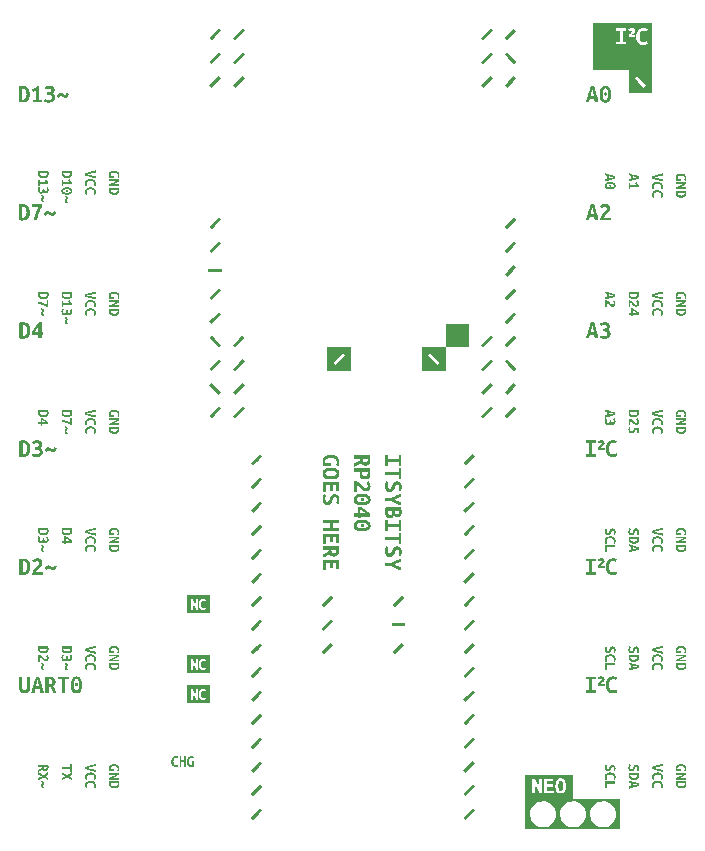
<source format=gbr>
G04 This is an RS-274x file exported by *
G04 gerbv version 2.9.4 *
G04 More information is available about gerbv at *
G04 https://gerbv.github.io/ *
G04 --End of header info--*
%MOIN*%
%FSLAX36Y36*%
%IPPOS*%
G04 --Define apertures--*
%ADD10C,0.0139*%
G04 --Start main section--*
G54D10*
G36*
G01X-118303Y0460179D02*
G01X-118303Y0460179D01*
G01X-106003Y0472579D01*
G01X-098503Y0465079D01*
G01X-110803Y0452679D01*
G01X-110803Y0452679D01*
G01X-118003Y0445479D01*
G01X-118003Y0445479D01*
G01X-130403Y0433079D01*
G01X-137903Y0440579D01*
G01X-125503Y0452979D01*
G01X-125503Y0452979D01*
G01X-118303Y0460179D01*
G01X-118303Y0460179D01*
G37*
G36*
G01X-118303Y0617579D02*
G01X-118303Y0617579D01*
G01X-106003Y0629879D01*
G01X-098503Y0622379D01*
G01X-110803Y0610079D01*
G01X-110803Y0610079D01*
G01X-118003Y0602779D01*
G01X-118003Y0602779D01*
G01X-130403Y0590479D01*
G01X-137903Y0597979D01*
G01X-125503Y0610279D01*
G01X-125503Y0610279D01*
G01X-118303Y0617579D01*
G01X-118303Y0617579D01*
G37*
G36*
G01X-354603Y0617579D02*
G01X-354603Y0617579D01*
G01X-342203Y0629879D01*
G01X-334703Y0622379D01*
G01X-347103Y0610079D01*
G01X-347103Y0610079D01*
G01X-354303Y0602779D01*
G01X-354303Y0602779D01*
G01X-366703Y0590479D01*
G01X-374203Y0597979D01*
G01X-361703Y0610479D01*
G01X-361703Y0610479D01*
G01X-354603Y0617579D01*
G01X-354603Y0617579D01*
G37*
G36*
G01X-354603Y0696279D02*
G01X-354603Y0696279D01*
G01X-342203Y0708679D01*
G01X-334703Y0701179D01*
G01X-347103Y0688779D01*
G01X-347103Y0688779D01*
G01X-354303Y0681579D01*
G01X-354303Y0681579D01*
G01X-366703Y0669179D01*
G01X-374203Y0676679D01*
G01X-361803Y0689079D01*
G01X-361803Y0689079D01*
G01X-354603Y0696279D01*
G01X-354603Y0696279D01*
G37*
G36*
G01X-354603Y0775079D02*
G01X-354603Y0775079D01*
G01X-342203Y0787379D01*
G01X-334703Y0779879D01*
G01X-347103Y0767579D01*
G01X-347103Y0767579D01*
G01X-354303Y0760279D01*
G01X-354303Y0760279D01*
G01X-366703Y0747979D01*
G01X-374203Y0755479D01*
G01X-361803Y0767779D01*
G01X-361803Y0767779D01*
G01X-354603Y0775079D01*
G01X-354603Y0775079D01*
G37*
G36*
G01X-354603Y0853779D02*
G01X-354603Y0853779D01*
G01X-342203Y0866179D01*
G01X-334703Y0858679D01*
G01X-347103Y0846279D01*
G01X-347103Y0846279D01*
G01X-354303Y0839079D01*
G01X-354303Y0839079D01*
G01X-366703Y0826679D01*
G01X-374203Y0834179D01*
G01X-361803Y0846579D01*
G01X-361803Y0846579D01*
G01X-354603Y0853779D01*
G01X-354603Y0853779D01*
G37*
G36*
G01X-354603Y0932579D02*
G01X-354603Y0932579D01*
G01X-342203Y0944879D01*
G01X-334703Y0937379D01*
G01X-347103Y0925079D01*
G01X-347103Y0925079D01*
G01X-354303Y0917779D01*
G01X-354303Y0917779D01*
G01X-366703Y0905479D01*
G01X-374203Y0912979D01*
G01X-361803Y0925279D01*
G01X-361803Y0925279D01*
G01X-354603Y0932579D01*
G01X-354603Y0932579D01*
G37*
G36*
G01X-354603Y1011279D02*
G01X-354603Y1011279D01*
G01X-342203Y1023679D01*
G01X-334703Y1016179D01*
G01X-347103Y1003779D01*
G01X-347103Y1003779D01*
G01X-354303Y0996579D01*
G01X-354303Y0996579D01*
G01X-366703Y0984179D01*
G01X-374203Y0991679D01*
G01X-361803Y1004079D01*
G01X-361803Y1004079D01*
G01X-354603Y1011279D01*
G01X-354603Y1011279D01*
G37*
G36*
G01X-354603Y1090079D02*
G01X-354603Y1090079D01*
G01X-342203Y1102379D01*
G01X-334703Y1094879D01*
G01X-347103Y1082579D01*
G01X-347103Y1082579D01*
G01X-354303Y1075279D01*
G01X-354303Y1075279D01*
G01X-366703Y1062979D01*
G01X-374203Y1070479D01*
G01X-361803Y1082779D01*
G01X-361803Y1082779D01*
G01X-354603Y1090079D01*
G01X-354603Y1090079D01*
G37*
G36*
G01X-413603Y1247579D02*
G01X-413603Y1247579D01*
G01X-401203Y1259879D01*
G01X-393703Y1252379D01*
G01X-406103Y1240079D01*
G01X-406103Y1240079D01*
G01X-413303Y1232779D01*
G01X-413303Y1232779D01*
G01X-425703Y1220479D01*
G01X-433203Y1227979D01*
G01X-420803Y1240279D01*
G01X-420803Y1240279D01*
G01X-413603Y1247579D01*
G01X-413603Y1247579D01*
G37*
G36*
G01X-413603Y1326279D02*
G01X-413603Y1326279D01*
G01X-401203Y1338679D01*
G01X-393703Y1331179D01*
G01X-406103Y1318779D01*
G01X-406103Y1318779D01*
G01X-413303Y1311579D01*
G01X-413303Y1311579D01*
G01X-425703Y1299179D01*
G01X-433203Y1306679D01*
G01X-420803Y1319079D01*
G01X-420803Y1319079D01*
G01X-413603Y1326279D01*
G01X-413603Y1326279D01*
G37*
G36*
G01X-413703Y1405079D02*
G01X-413703Y1405079D01*
G01X-401403Y1417379D01*
G01X-393903Y1409879D01*
G01X-406203Y1397579D01*
G01X-406203Y1397579D01*
G01X-413503Y1390279D01*
G01X-413503Y1390279D01*
G01X-425803Y1377979D01*
G01X-433303Y1385479D01*
G01X-421003Y1397779D01*
G01X-421003Y1397779D01*
G01X-413703Y1405079D01*
G01X-413703Y1405079D01*
G37*
G36*
G01X-413703Y1483779D02*
G01X-413703Y1483779D01*
G01X-401403Y1496179D01*
G01X-393903Y1488679D01*
G01X-406203Y1476279D01*
G01X-406203Y1476279D01*
G01X-413503Y1469079D01*
G01X-413503Y1469079D01*
G01X-425803Y1456679D01*
G01X-433303Y1464179D01*
G01X-421003Y1476579D01*
G01X-421003Y1476579D01*
G01X-413703Y1483779D01*
G01X-413703Y1483779D01*
G37*
G36*
G01X0484697Y1397579D02*
G01X0484697Y1397579D01*
G01X0472397Y1409879D01*
G01X0479897Y1417379D01*
G01X0492197Y1405079D01*
G01X0492197Y1405079D01*
G01X0499497Y1397779D01*
G01X0499497Y1397779D01*
G01X0511797Y1385479D01*
G01X0504297Y1377979D01*
G01X0491997Y1390279D01*
G01X0491997Y1390279D01*
G01X0484697Y1397579D01*
G01X0484697Y1397579D01*
G37*
G36*
G01X0413197Y1405079D02*
G01X0413197Y1405079D01*
G01X0425597Y1417379D01*
G01X0433097Y1409879D01*
G01X0420697Y1397579D01*
G01X0420697Y1397579D01*
G01X0413497Y1390279D01*
G01X0413497Y1390279D01*
G01X0401097Y1377979D01*
G01X0393597Y1385479D01*
G01X0405997Y1397779D01*
G01X0405997Y1397779D01*
G01X0413197Y1405079D01*
G01X0413197Y1405079D01*
G37*
G36*
G01X0491997Y1483779D02*
G01X0491997Y1483779D01*
G01X0504297Y1496179D01*
G01X0511797Y1488679D01*
G01X0499497Y1476179D01*
G01X0499497Y1476179D01*
G01X0492197Y1468879D01*
G01X0492197Y1468879D01*
G01X0479897Y1456579D01*
G01X0472397Y1464079D01*
G01X0484697Y1476379D01*
G01X0484697Y1476379D01*
G01X0491997Y1483779D01*
G01X0491997Y1483779D01*
G37*
G36*
G01X0491997Y1562579D02*
G01X0491997Y1562579D01*
G01X0504297Y1574879D01*
G01X0511797Y1567379D01*
G01X0499497Y1554879D01*
G01X0499497Y1554879D01*
G01X0492197Y1547679D01*
G01X0492197Y1547679D01*
G01X0479897Y1535279D01*
G01X0472397Y1542779D01*
G01X0484697Y1555179D01*
G01X0484697Y1555179D01*
G01X0491997Y1562579D01*
G01X0491997Y1562579D01*
G37*
G36*
G01X0491997Y1641179D02*
G01X0491997Y1641179D01*
G01X0504297Y1653479D01*
G01X0511797Y1645979D01*
G01X0499497Y1633679D01*
G01X0499497Y1633679D01*
G01X0492197Y1626379D01*
G01X0492197Y1626379D01*
G01X0479897Y1614079D01*
G01X0472397Y1621579D01*
G01X0484697Y1633879D01*
G01X0484697Y1633879D01*
G01X0491997Y1641179D01*
G01X0491997Y1641179D01*
G37*
G36*
G01X0491997Y1719879D02*
G01X0491997Y1719879D01*
G01X0504297Y1732279D01*
G01X0511797Y1724779D01*
G01X0499497Y1712379D01*
G01X0499497Y1712379D01*
G01X0492197Y1705179D01*
G01X0492197Y1705179D01*
G01X0479897Y1692779D01*
G01X0472397Y1700279D01*
G01X0484697Y1712679D01*
G01X0484697Y1712679D01*
G01X0491997Y1719879D01*
G01X0491997Y1719879D01*
G37*
G36*
G01X0491997Y1798679D02*
G01X0491997Y1798679D01*
G01X0504297Y1810979D01*
G01X0511797Y1803479D01*
G01X0499497Y1791179D01*
G01X0499497Y1791179D01*
G01X0492197Y1783879D01*
G01X0492197Y1783879D01*
G01X0479897Y1771579D01*
G01X0472397Y1779079D01*
G01X0484697Y1791379D01*
G01X0484697Y1791379D01*
G01X0491997Y1798679D01*
G01X0491997Y1798679D01*
G37*
G36*
G01X0491997Y1877379D02*
G01X0491997Y1877379D01*
G01X0504297Y1889779D01*
G01X0511797Y1882279D01*
G01X0499497Y1869879D01*
G01X0499497Y1869879D01*
G01X0492197Y1862679D01*
G01X0492197Y1862679D01*
G01X0479897Y1850279D01*
G01X0472397Y1857779D01*
G01X0484697Y1870179D01*
G01X0484697Y1870179D01*
G01X0491997Y1877379D01*
G01X0491997Y1877379D01*
G37*
G36*
G01X-413003Y2335179D02*
G01X-413003Y2335179D01*
G01X-425403Y2322779D01*
G01X-432903Y2330279D01*
G01X-420503Y2342679D01*
G01X-420503Y2342679D01*
G01X-413303Y2349879D01*
G01X-413303Y2349879D01*
G01X-401003Y2362279D01*
G01X-393503Y2354779D01*
G01X-405803Y2342379D01*
G01X-405803Y2342379D01*
G01X-413003Y2335179D01*
G01X-413003Y2335179D01*
G37*
G36*
G01X-413303Y2428679D02*
G01X-413303Y2428679D01*
G01X-401003Y2440979D01*
G01X-393503Y2433479D01*
G01X-405803Y2421179D01*
G01X-405803Y2421179D01*
G01X-413003Y2413879D01*
G01X-413003Y2413879D01*
G01X-425403Y2401579D01*
G01X-432903Y2409079D01*
G01X-420503Y2421379D01*
G01X-420503Y2421379D01*
G01X-413303Y2428679D01*
G01X-413303Y2428679D01*
G37*
G36*
G01X-413003Y2492679D02*
G01X-413003Y2492679D01*
G01X-425403Y2480279D01*
G01X-432903Y2487779D01*
G01X-420503Y2500179D01*
G01X-420503Y2500179D01*
G01X-413303Y2507379D01*
G01X-413303Y2507379D01*
G01X-401003Y2519779D01*
G01X-393503Y2512279D01*
G01X-405803Y2499879D01*
G01X-405803Y2499879D01*
G01X-413003Y2492679D01*
G01X-413003Y2492679D01*
G37*
G36*
G01X0491997Y2349879D02*
G01X0491997Y2349879D01*
G01X0504297Y2362279D01*
G01X0511797Y2354779D01*
G01X0499497Y2342379D01*
G01X0499497Y2342379D01*
G01X0492197Y2335179D01*
G01X0492197Y2335179D01*
G01X0479897Y2322779D01*
G01X0472397Y2330279D01*
G01X0484697Y2342679D01*
G01X0484697Y2342679D01*
G01X0491997Y2349879D01*
G01X0491997Y2349879D01*
G37*
G36*
G01X0413197Y2349879D02*
G01X0413197Y2349879D01*
G01X0425597Y2362279D01*
G01X0433097Y2354779D01*
G01X0420697Y2342379D01*
G01X0420697Y2342379D01*
G01X0413497Y2335179D01*
G01X0413497Y2335179D01*
G01X0401097Y2322779D01*
G01X0393597Y2330279D01*
G01X0405997Y2342679D01*
G01X0405997Y2342679D01*
G01X0413197Y2349879D01*
G01X0413197Y2349879D01*
G37*
G36*
G01X0413197Y2428679D02*
G01X0413197Y2428679D01*
G01X0425597Y2440979D01*
G01X0433097Y2433479D01*
G01X0420697Y2421179D01*
G01X0420697Y2421179D01*
G01X0413497Y2413879D01*
G01X0413497Y2413879D01*
G01X0401097Y2401579D01*
G01X0393597Y2409079D01*
G01X0405997Y2421379D01*
G01X0405997Y2421379D01*
G01X0413197Y2428679D01*
G01X0413197Y2428679D01*
G37*
G36*
G01X0413197Y2507379D02*
G01X0413197Y2507379D01*
G01X0425597Y2519779D01*
G01X0433097Y2512279D01*
G01X0420697Y2499879D01*
G01X0420697Y2499879D01*
G01X0413497Y2492679D01*
G01X0413497Y2492679D01*
G01X0401097Y2480279D01*
G01X0393597Y2487779D01*
G01X0405997Y2500179D01*
G01X0405997Y2500179D01*
G01X0413197Y2507379D01*
G01X0413197Y2507379D01*
G37*
G36*
G01X0499497Y2421279D02*
G01X0499497Y2421279D01*
G01X0511797Y2408879D01*
G01X0504297Y2401379D01*
G01X0491997Y2413779D01*
G01X0491997Y2413779D01*
G01X0484697Y2420979D01*
G01X0484697Y2420979D01*
G01X0472397Y2433379D01*
G01X0479897Y2440879D01*
G01X0492197Y2428479D01*
G01X0492197Y2428479D01*
G01X0499497Y2421279D01*
G01X0499497Y2421279D01*
G37*
G36*
G01X0491997Y2506979D02*
G01X0491997Y2506979D01*
G01X0504297Y2519379D01*
G01X0511797Y2511879D01*
G01X0499497Y2499479D01*
G01X0499497Y2499479D01*
G01X0492197Y2492279D01*
G01X0492197Y2492279D01*
G01X0479897Y2479879D01*
G01X0472397Y2487379D01*
G01X0484697Y2499779D01*
G01X0484697Y2499779D01*
G01X0491997Y2506979D01*
G01X0491997Y2506979D01*
G37*
G36*
G01X0413197Y1483779D02*
G01X0413197Y1483779D01*
G01X0425597Y1496179D01*
G01X0433097Y1488679D01*
G01X0420697Y1476279D01*
G01X0420697Y1476279D01*
G01X0413497Y1469079D01*
G01X0413497Y1469079D01*
G01X0401097Y1456679D01*
G01X0393597Y1464179D01*
G01X0405997Y1476579D01*
G01X0405997Y1476579D01*
G01X0413197Y1483779D01*
G01X0413197Y1483779D01*
G37*
G36*
G01X0491997Y1247579D02*
G01X0491997Y1247579D01*
G01X0504297Y1259879D01*
G01X0511797Y1252379D01*
G01X0499497Y1240079D01*
G01X0499497Y1240079D01*
G01X0492197Y1232779D01*
G01X0492197Y1232779D01*
G01X0479897Y1220479D01*
G01X0472397Y1227979D01*
G01X0484697Y1240279D01*
G01X0484697Y1240279D01*
G01X0491997Y1247579D01*
G01X0491997Y1247579D01*
G37*
G36*
G01X0413197Y1247579D02*
G01X0413197Y1247579D01*
G01X0425597Y1259879D01*
G01X0433097Y1252379D01*
G01X0420697Y1240079D01*
G01X0420697Y1240079D01*
G01X0413497Y1232779D01*
G01X0413497Y1232779D01*
G01X0401097Y1220479D01*
G01X0393597Y1227979D01*
G01X0405997Y1240279D01*
G01X0405997Y1240279D01*
G01X0413197Y1247579D01*
G01X0413197Y1247579D01*
G37*
G36*
G01X0491997Y1326279D02*
G01X0491997Y1326279D01*
G01X0504297Y1338679D01*
G01X0511797Y1331179D01*
G01X0499497Y1318779D01*
G01X0499497Y1318779D01*
G01X0492197Y1311579D01*
G01X0492197Y1311579D01*
G01X0479897Y1299179D01*
G01X0472397Y1306679D01*
G01X0484697Y1319079D01*
G01X0484697Y1319079D01*
G01X0491997Y1326279D01*
G01X0491997Y1326279D01*
G37*
G36*
G01X0413197Y1326279D02*
G01X0413197Y1326279D01*
G01X0425597Y1338679D01*
G01X0433097Y1331179D01*
G01X0420697Y1318779D01*
G01X0420697Y1318779D01*
G01X0413497Y1311579D01*
G01X0413497Y1311579D01*
G01X0401097Y1299179D01*
G01X0393597Y1306679D01*
G01X0405997Y1319079D01*
G01X0405997Y1319079D01*
G01X0413197Y1326279D01*
G01X0413197Y1326279D01*
G37*
G36*
G01X-354603Y0538779D02*
G01X-354603Y0538779D01*
G01X-342203Y0551179D01*
G01X-334703Y0543679D01*
G01X-346903Y0531279D01*
G01X-346903Y0531279D01*
G01X-354203Y0524079D01*
G01X-354203Y0524079D01*
G01X-366503Y0511679D01*
G01X-374003Y0519179D01*
G01X-361703Y0531579D01*
G01X-361703Y0531579D01*
G01X-354603Y0538779D01*
G01X-354603Y0538779D01*
G37*
G36*
G01X-354603Y0460179D02*
G01X-354603Y0460179D01*
G01X-342203Y0472579D01*
G01X-334703Y0465079D01*
G01X-347103Y0452679D01*
G01X-347103Y0452679D01*
G01X-354303Y0445479D01*
G01X-354303Y0445479D01*
G01X-366703Y0433079D01*
G01X-374203Y0440579D01*
G01X-361803Y0452979D01*
G01X-361803Y0452979D01*
G01X-354603Y0460179D01*
G01X-354603Y0460179D01*
G37*
G36*
G01X-354603Y0381379D02*
G01X-354603Y0381379D01*
G01X-342203Y0393779D01*
G01X-334703Y0386279D01*
G01X-347103Y0373879D01*
G01X-347103Y0373879D01*
G01X-354303Y0366679D01*
G01X-354303Y0366679D01*
G01X-366703Y0354379D01*
G01X-374203Y0361879D01*
G01X-361803Y0374179D01*
G01X-361803Y0374179D01*
G01X-354603Y0381379D01*
G01X-354603Y0381379D01*
G37*
G36*
G01X-354603Y0302679D02*
G01X-354603Y0302679D01*
G01X-342203Y0315079D01*
G01X-334703Y0307579D01*
G01X-347103Y0295179D01*
G01X-347103Y0295179D01*
G01X-354303Y0287979D01*
G01X-354303Y0287979D01*
G01X-366703Y0275579D01*
G01X-374203Y0283079D01*
G01X-361803Y0295479D01*
G01X-361803Y0295479D01*
G01X-354603Y0302679D01*
G01X-354603Y0302679D01*
G37*
G36*
G01X-354603Y0223879D02*
G01X-354603Y0223879D01*
G01X-342203Y0236279D01*
G01X-334703Y0228779D01*
G01X-347103Y0216379D01*
G01X-347103Y0216379D01*
G01X-354303Y0209179D01*
G01X-354303Y0209179D01*
G01X-366703Y0196879D01*
G01X-374203Y0204379D01*
G01X-361803Y0216679D01*
G01X-361803Y0216679D01*
G01X-354603Y0223879D01*
G01X-354603Y0223879D01*
G37*
G36*
G01X-354603Y0145179D02*
G01X-354603Y0145179D01*
G01X-342203Y0157579D01*
G01X-334703Y0150079D01*
G01X-347103Y0137679D01*
G01X-347103Y0137679D01*
G01X-354303Y0130479D01*
G01X-354303Y0130479D01*
G01X-366703Y0118079D01*
G01X-374203Y0125579D01*
G01X-361803Y0137979D01*
G01X-361803Y0137979D01*
G01X-354603Y0145179D01*
G01X-354603Y0145179D01*
G37*
G36*
G01X-354603Y0066379D02*
G01X-354603Y0066379D01*
G01X-342203Y0078779D01*
G01X-334703Y0071279D01*
G01X-347103Y0058879D01*
G01X-347103Y0058879D01*
G01X-354303Y0051679D01*
G01X-354303Y0051679D01*
G01X-366703Y0039379D01*
G01X-374203Y0046879D01*
G01X-361803Y0059179D01*
G01X-361803Y0059179D01*
G01X-354603Y0066379D01*
G01X-354603Y0066379D01*
G37*
G36*
G01X-354603Y-012321D02*
G01X-354603Y-012321D01*
G01X-342203Y0000079D01*
G01X-334703Y-007421D01*
G01X-347103Y-019821D01*
G01X-347103Y-019821D01*
G01X-354303Y-027021D01*
G01X-354303Y-027021D01*
G01X-366703Y-039421D01*
G01X-374203Y-031921D01*
G01X-361803Y-019521D01*
G01X-361803Y-019521D01*
G01X-354603Y-012321D01*
G01X-354603Y-012321D01*
G37*
G36*
G01X-354603Y-091121D02*
G01X-354603Y-091121D01*
G01X-342203Y-078721D01*
G01X-334703Y-086221D01*
G01X-347103Y-098621D01*
G01X-347103Y-098621D01*
G01X-354303Y-105821D01*
G01X-354303Y-105821D01*
G01X-366703Y-118121D01*
G01X-374203Y-110621D01*
G01X-361803Y-098321D01*
G01X-361803Y-098321D01*
G01X-354603Y-091121D01*
G01X-354603Y-091121D01*
G37*
G36*
G01X0354197Y0617579D02*
G01X0354197Y0617579D01*
G01X0366497Y0629879D01*
G01X0373997Y0622379D01*
G01X0361697Y0610079D01*
G01X0361697Y0610079D01*
G01X0354497Y0602779D01*
G01X0354497Y0602779D01*
G01X0342097Y0590479D01*
G01X0334597Y0597979D01*
G01X0346997Y0610279D01*
G01X0346997Y0610279D01*
G01X0354197Y0617579D01*
G01X0354197Y0617579D01*
G37*
G36*
G01X0354197Y0696279D02*
G01X0354197Y0696279D01*
G01X0366497Y0708679D01*
G01X0373997Y0701179D01*
G01X0361697Y0688779D01*
G01X0361697Y0688779D01*
G01X0354497Y0681579D01*
G01X0354497Y0681579D01*
G01X0342097Y0669179D01*
G01X0334597Y0676679D01*
G01X0346997Y0689079D01*
G01X0346997Y0689079D01*
G01X0354197Y0696279D01*
G01X0354197Y0696279D01*
G37*
G36*
G01X0354197Y0775079D02*
G01X0354197Y0775079D01*
G01X0366497Y0787379D01*
G01X0373997Y0779879D01*
G01X0361697Y0767579D01*
G01X0361697Y0767579D01*
G01X0354497Y0760279D01*
G01X0354497Y0760279D01*
G01X0342097Y0747979D01*
G01X0334597Y0755479D01*
G01X0346997Y0767779D01*
G01X0346997Y0767779D01*
G01X0354197Y0775079D01*
G01X0354197Y0775079D01*
G37*
G36*
G01X0354197Y0853779D02*
G01X0354197Y0853779D01*
G01X0366497Y0866179D01*
G01X0373997Y0858679D01*
G01X0361697Y0846279D01*
G01X0361697Y0846279D01*
G01X0354497Y0839079D01*
G01X0354497Y0839079D01*
G01X0342097Y0826679D01*
G01X0334597Y0834179D01*
G01X0346997Y0846579D01*
G01X0346997Y0846579D01*
G01X0354197Y0853779D01*
G01X0354197Y0853779D01*
G37*
G36*
G01X0354197Y0932579D02*
G01X0354197Y0932579D01*
G01X0366497Y0944879D01*
G01X0373997Y0937379D01*
G01X0361697Y0925079D01*
G01X0361697Y0925079D01*
G01X0354497Y0917779D01*
G01X0354497Y0917779D01*
G01X0342097Y0905479D01*
G01X0334597Y0912979D01*
G01X0346997Y0925279D01*
G01X0346997Y0925279D01*
G01X0354197Y0932579D01*
G01X0354197Y0932579D01*
G37*
G36*
G01X0354197Y1011279D02*
G01X0354197Y1011279D01*
G01X0366497Y1023679D01*
G01X0373997Y1016179D01*
G01X0361697Y1003779D01*
G01X0361697Y1003779D01*
G01X0354497Y0996579D01*
G01X0354497Y0996579D01*
G01X0342097Y0984179D01*
G01X0334597Y0991679D01*
G01X0346997Y1004079D01*
G01X0346997Y1004079D01*
G01X0354197Y1011279D01*
G01X0354197Y1011279D01*
G37*
G36*
G01X0354197Y1090079D02*
G01X0354197Y1090079D01*
G01X0366497Y1102379D01*
G01X0373997Y1094879D01*
G01X0361697Y1082579D01*
G01X0361697Y1082579D01*
G01X0354497Y1075279D01*
G01X0354497Y1075279D01*
G01X0342097Y1062979D01*
G01X0334597Y1070479D01*
G01X0346997Y1082779D01*
G01X0346997Y1082779D01*
G01X0354197Y1090079D01*
G01X0354197Y1090079D01*
G37*
G36*
G01X0354197Y0538779D02*
G01X0354197Y0538779D01*
G01X0366497Y0551179D01*
G01X0373997Y0543679D01*
G01X0361697Y0531279D01*
G01X0361697Y0531279D01*
G01X0354497Y0524079D01*
G01X0354497Y0524079D01*
G01X0342097Y0511679D01*
G01X0334597Y0519179D01*
G01X0346997Y0531579D01*
G01X0346997Y0531579D01*
G01X0354197Y0538779D01*
G01X0354197Y0538779D01*
G37*
G36*
G01X0354197Y0460179D02*
G01X0354197Y0460179D01*
G01X0366497Y0472579D01*
G01X0373997Y0465079D01*
G01X0361697Y0452679D01*
G01X0361697Y0452679D01*
G01X0354497Y0445479D01*
G01X0354497Y0445479D01*
G01X0342097Y0433079D01*
G01X0334597Y0440579D01*
G01X0346997Y0452979D01*
G01X0346997Y0452979D01*
G01X0354197Y0460179D01*
G01X0354197Y0460179D01*
G37*
G36*
G01X0354197Y0381379D02*
G01X0354197Y0381379D01*
G01X0366497Y0393779D01*
G01X0373997Y0386279D01*
G01X0361697Y0373879D01*
G01X0361697Y0373879D01*
G01X0354497Y0366679D01*
G01X0354497Y0366679D01*
G01X0342097Y0354379D01*
G01X0334597Y0361879D01*
G01X0346997Y0374179D01*
G01X0346997Y0374179D01*
G01X0354197Y0381379D01*
G01X0354197Y0381379D01*
G37*
G36*
G01X0354197Y0302679D02*
G01X0354197Y0302679D01*
G01X0366497Y0315079D01*
G01X0373997Y0307579D01*
G01X0361697Y0295179D01*
G01X0361697Y0295179D01*
G01X0354497Y0287979D01*
G01X0354497Y0287979D01*
G01X0342097Y0275579D01*
G01X0334597Y0283079D01*
G01X0346997Y0295479D01*
G01X0346997Y0295479D01*
G01X0354197Y0302679D01*
G01X0354197Y0302679D01*
G37*
G36*
G01X0354197Y0223879D02*
G01X0354197Y0223879D01*
G01X0366497Y0236279D01*
G01X0373997Y0228779D01*
G01X0361697Y0216379D01*
G01X0361697Y0216379D01*
G01X0354497Y0209179D01*
G01X0354497Y0209179D01*
G01X0342097Y0196879D01*
G01X0334597Y0204379D01*
G01X0346997Y0216679D01*
G01X0346997Y0216679D01*
G01X0354197Y0223879D01*
G01X0354197Y0223879D01*
G37*
G36*
G01X0354197Y0145179D02*
G01X0354197Y0145179D01*
G01X0366497Y0157579D01*
G01X0373997Y0150079D01*
G01X0361697Y0137679D01*
G01X0361697Y0137679D01*
G01X0354497Y0130479D01*
G01X0354497Y0130479D01*
G01X0342097Y0118079D01*
G01X0334597Y0125579D01*
G01X0346997Y0137979D01*
G01X0346997Y0137979D01*
G01X0354197Y0145179D01*
G01X0354197Y0145179D01*
G37*
G36*
G01X0354197Y0066379D02*
G01X0354197Y0066379D01*
G01X0366497Y0078779D01*
G01X0373997Y0071279D01*
G01X0361697Y0058879D01*
G01X0361697Y0058879D01*
G01X0354497Y0051679D01*
G01X0354497Y0051679D01*
G01X0342097Y0039379D01*
G01X0334597Y0046879D01*
G01X0346997Y0059179D01*
G01X0346997Y0059179D01*
G01X0354197Y0066379D01*
G01X0354197Y0066379D01*
G37*
G36*
G01X0354197Y-012321D02*
G01X0354197Y-012321D01*
G01X0366497Y0000079D01*
G01X0373997Y-007421D01*
G01X0361697Y-019821D01*
G01X0361697Y-019821D01*
G01X0354497Y-027021D01*
G01X0354497Y-027021D01*
G01X0342097Y-039421D01*
G01X0334597Y-031921D01*
G01X0346997Y-019521D01*
G01X0346997Y-019521D01*
G01X0354197Y-012321D01*
G01X0354197Y-012321D01*
G37*
G36*
G01X0354197Y-091121D02*
G01X0354197Y-091121D01*
G01X0366497Y-078721D01*
G01X0373997Y-086221D01*
G01X0361697Y-098621D01*
G01X0361697Y-098621D01*
G01X0354497Y-105821D01*
G01X0354497Y-105821D01*
G01X0342097Y-118121D01*
G01X0334597Y-110621D01*
G01X0346997Y-098321D01*
G01X0346997Y-098321D01*
G01X0354197Y-091121D01*
G01X0354197Y-091121D01*
G37*
G36*
G01X-118303Y0538779D02*
G01X-118303Y0538779D01*
G01X-106003Y0551179D01*
G01X-098503Y0543679D01*
G01X-110803Y0531279D01*
G01X-110803Y0531279D01*
G01X-118003Y0524079D01*
G01X-118003Y0524079D01*
G01X-130403Y0511679D01*
G01X-137903Y0519179D01*
G01X-125503Y0531579D01*
G01X-125503Y0531579D01*
G01X-118303Y0538779D01*
G01X-118303Y0538779D01*
G37*
G36*
G01X0117897Y0460179D02*
G01X0117897Y0460179D01*
G01X0130297Y0472579D01*
G01X0137797Y0465079D01*
G01X0125397Y0452679D01*
G01X0125397Y0452679D01*
G01X0118197Y0445479D01*
G01X0118197Y0445479D01*
G01X0105797Y0433079D01*
G01X0098297Y0440579D01*
G01X0110697Y0452979D01*
G01X0110697Y0452979D01*
G01X0117897Y0460179D01*
G01X0117897Y0460179D01*
G37*
G36*
G01X0123197Y0536879D02*
G01X0123197Y0536879D01*
G01X0140697Y0536879D01*
G01X0140697Y0526179D01*
G01X0123197Y0526179D01*
G01X0123197Y0526179D01*
G01X0113097Y0526179D01*
G01X0113097Y0526179D01*
G01X0095597Y0526179D01*
G01X0095597Y0536879D01*
G01X0113097Y0536879D01*
G01X0113097Y0536879D01*
G01X0123197Y0536879D01*
G01X0123197Y0536879D01*
G37*
G36*
G01X0117897Y0617579D02*
G01X0117897Y0617579D01*
G01X0130297Y0629879D01*
G01X0137797Y0622379D01*
G01X0125397Y0610079D01*
G01X0125397Y0610079D01*
G01X0118197Y0602779D01*
G01X0118197Y0602779D01*
G01X0105797Y0590479D01*
G01X0098297Y0597979D01*
G01X0110697Y0610279D01*
G01X0110697Y0610279D01*
G01X0117897Y0617579D01*
G01X0117897Y0617579D01*
G37*
G36*
G01X-492303Y1247579D02*
G01X-492303Y1247579D01*
G01X-480003Y1259879D01*
G01X-472503Y1252379D01*
G01X-484803Y1240079D01*
G01X-484803Y1240079D01*
G01X-492103Y1232779D01*
G01X-492103Y1232779D01*
G01X-504403Y1220479D01*
G01X-511903Y1227979D01*
G01X-499603Y1240279D01*
G01X-499603Y1240279D01*
G01X-492303Y1247579D01*
G01X-492303Y1247579D01*
G37*
G36*
G01X-484803Y1319079D02*
G01X-484803Y1319079D01*
G01X-472503Y1306679D01*
G01X-480003Y1299179D01*
G01X-492303Y1311579D01*
G01X-492303Y1311579D01*
G01X-499603Y1318779D01*
G01X-499603Y1318779D01*
G01X-511903Y1331179D01*
G01X-504403Y1338679D01*
G01X-492103Y1326279D01*
G01X-492103Y1326279D01*
G01X-484803Y1319079D01*
G01X-484803Y1319079D01*
G37*
G36*
G01X-492503Y1405079D02*
G01X-492503Y1405079D01*
G01X-480103Y1417379D01*
G01X-472603Y1409879D01*
G01X-485003Y1397579D01*
G01X-485003Y1397579D01*
G01X-492203Y1390279D01*
G01X-492203Y1390279D01*
G01X-504603Y1377979D01*
G01X-512103Y1385479D01*
G01X-499703Y1397779D01*
G01X-499703Y1397779D01*
G01X-492503Y1405079D01*
G01X-492503Y1405079D01*
G37*
G36*
G01X-485003Y1476579D02*
G01X-485003Y1476579D01*
G01X-472603Y1464179D01*
G01X-480103Y1456679D01*
G01X-492503Y1469079D01*
G01X-492503Y1469079D01*
G01X-499703Y1476279D01*
G01X-499703Y1476279D01*
G01X-512103Y1488679D01*
G01X-504603Y1496179D01*
G01X-492203Y1483779D01*
G01X-492203Y1483779D01*
G01X-485003Y1476579D01*
G01X-485003Y1476579D01*
G37*
G36*
G01X-492503Y1562579D02*
G01X-492503Y1562579D01*
G01X-480103Y1574879D01*
G01X-472603Y1567379D01*
G01X-485003Y1555079D01*
G01X-485003Y1555079D01*
G01X-492203Y1547779D01*
G01X-492203Y1547779D01*
G01X-504603Y1535479D01*
G01X-512103Y1542979D01*
G01X-499703Y1555279D01*
G01X-499703Y1555279D01*
G01X-492503Y1562579D01*
G01X-492503Y1562579D01*
G37*
G36*
G01X-492503Y1641179D02*
G01X-492503Y1641179D01*
G01X-480103Y1653479D01*
G01X-472603Y1645979D01*
G01X-485003Y1633679D01*
G01X-485003Y1633679D01*
G01X-492203Y1626379D01*
G01X-492203Y1626379D01*
G01X-504603Y1614079D01*
G01X-512103Y1621579D01*
G01X-499703Y1633879D01*
G01X-499703Y1633879D01*
G01X-492503Y1641179D01*
G01X-492503Y1641179D01*
G37*
G36*
G01X-487203Y1717979D02*
G01X-487203Y1717979D01*
G01X-469703Y1717979D01*
G01X-469703Y1707279D01*
G01X-487203Y1707279D01*
G01X-487203Y1707279D01*
G01X-497303Y1707279D01*
G01X-497303Y1707279D01*
G01X-514803Y1707279D01*
G01X-514803Y1717979D01*
G01X-497303Y1717979D01*
G01X-497303Y1717979D01*
G01X-487203Y1717979D01*
G01X-487203Y1717979D01*
G37*
G36*
G01X-492503Y1798679D02*
G01X-492503Y1798679D01*
G01X-480103Y1810979D01*
G01X-472603Y1803479D01*
G01X-485003Y1791179D01*
G01X-485003Y1791179D01*
G01X-492203Y1783879D01*
G01X-492203Y1783879D01*
G01X-504603Y1771579D01*
G01X-512103Y1779079D01*
G01X-499703Y1791379D01*
G01X-499703Y1791379D01*
G01X-492503Y1798679D01*
G01X-492503Y1798679D01*
G37*
G36*
G01X-492503Y1877379D02*
G01X-492503Y1877379D01*
G01X-480103Y1889779D01*
G01X-472603Y1882279D01*
G01X-485003Y1869879D01*
G01X-485003Y1869879D01*
G01X-492203Y1862679D01*
G01X-492203Y1862679D01*
G01X-504603Y1850279D01*
G01X-512103Y1857779D01*
G01X-499703Y1870179D01*
G01X-499703Y1870179D01*
G01X-492503Y1877379D01*
G01X-492503Y1877379D01*
G37*
G36*
G01X-492503Y2349879D02*
G01X-492503Y2349879D01*
G01X-480103Y2362279D01*
G01X-472603Y2354779D01*
G01X-485003Y2342379D01*
G01X-485003Y2342379D01*
G01X-492203Y2335179D01*
G01X-492203Y2335179D01*
G01X-504603Y2322779D01*
G01X-512103Y2330279D01*
G01X-499703Y2342679D01*
G01X-499703Y2342679D01*
G01X-492503Y2349879D01*
G01X-492503Y2349879D01*
G37*
G36*
G01X-492503Y2428679D02*
G01X-492503Y2428679D01*
G01X-480103Y2440979D01*
G01X-472603Y2433479D01*
G01X-485003Y2421179D01*
G01X-485003Y2421179D01*
G01X-492203Y2413879D01*
G01X-492203Y2413879D01*
G01X-504603Y2401579D01*
G01X-512103Y2409079D01*
G01X-499703Y2421379D01*
G01X-499703Y2421379D01*
G01X-492503Y2428679D01*
G01X-492503Y2428679D01*
G37*
G36*
G01X-492103Y2492679D02*
G01X-492103Y2492679D01*
G01X-504403Y2480279D01*
G01X-511903Y2487779D01*
G01X-499603Y2500179D01*
G01X-499603Y2500179D01*
G01X-492303Y2507379D01*
G01X-492303Y2507379D01*
G01X-480003Y2519779D01*
G01X-472503Y2512279D01*
G01X-484803Y2499879D01*
G01X-484803Y2499879D01*
G01X-492103Y2492679D01*
G01X-492103Y2492679D01*
G37*
G36*
G01X-1128003Y0303779D02*
G01X-1129803Y0303779D01*
G01X-1131403Y0303879D01*
G01X-1132803Y0304079D01*
G01X-1134303Y0304379D01*
G01X-1135603Y0304679D01*
G01X-1136803Y0305179D01*
G01X-1138003Y0305679D01*
G01X-1139003Y0306279D01*
G01X-1139903Y0306979D01*
G01X-1140903Y0307679D01*
G01X-1141703Y0308479D01*
G01X-1142303Y0309379D01*
G01X-1143003Y0310279D01*
G01X-1143603Y0311279D01*
G01X-1144103Y0312379D01*
G01X-1144603Y0313479D01*
G01X-1145003Y0314579D01*
G01X-1145303Y0315879D01*
G01X-1145503Y0317079D01*
G01X-1145803Y0318479D01*
G01X-1145903Y0319879D01*
G01X-1146003Y0321279D01*
G01X-1146103Y0322779D01*
G01X-1146103Y0324379D01*
G01X-1146103Y0358479D01*
G01X-1135403Y0358479D01*
G01X-1135403Y0325079D01*
G01X-1135403Y0323879D01*
G01X-1135403Y0322879D01*
G01X-1135303Y0321879D01*
G01X-1135303Y0320979D01*
G01X-1135203Y0320079D01*
G01X-1135103Y0319379D01*
G01X-1135103Y0318579D01*
G01X-1134903Y0317879D01*
G01X-1134703Y0317279D01*
G01X-1134503Y0316679D01*
G01X-1134303Y0316179D01*
G01X-1134003Y0315679D01*
G01X-1133703Y0315279D01*
G01X-1133403Y0314779D01*
G01X-1133003Y0314479D01*
G01X-1132703Y0314179D01*
G01X-1132203Y0313879D01*
G01X-1131703Y0313779D01*
G01X-1131203Y0313579D01*
G01X-1130603Y0313479D01*
G01X-1130003Y0313379D01*
G01X-1129403Y0313279D01*
G01X-1128703Y0313179D01*
G01X-1127903Y0313179D01*
G01X-1127103Y0313179D01*
G01X-1126403Y0313279D01*
G01X-1125803Y0313379D01*
G01X-1125203Y0313479D01*
G01X-1124603Y0313579D01*
G01X-1124203Y0313779D01*
G01X-1123703Y0313979D01*
G01X-1123203Y0314279D01*
G01X-1122803Y0314579D01*
G01X-1122403Y0314979D01*
G01X-1122103Y0315379D01*
G01X-1121803Y0315879D01*
G01X-1121503Y0316379D01*
G01X-1121303Y0316879D01*
G01X-1121103Y0317579D01*
G01X-1120903Y0318179D01*
G01X-1120703Y0318879D01*
G01X-1120503Y0319579D01*
G01X-1120403Y0320379D01*
G01X-1120303Y0321279D01*
G01X-1120303Y0322179D01*
G01X-1120303Y0323179D01*
G01X-1120303Y0324179D01*
G01X-1120303Y0325279D01*
G01X-1120303Y0358779D01*
G01X-1109603Y0358779D01*
G01X-1109603Y0324579D01*
G01X-1109603Y0323079D01*
G01X-1109603Y0321579D01*
G01X-1109803Y0320179D01*
G01X-1109903Y0318779D01*
G01X-1110103Y0317379D01*
G01X-1110403Y0316179D01*
G01X-1110703Y0314879D01*
G01X-1111103Y0313679D01*
G01X-1111603Y0312579D01*
G01X-1112103Y0311479D01*
G01X-1112703Y0310479D01*
G01X-1113503Y0309579D01*
G01X-1114203Y0308679D01*
G01X-1115103Y0307879D01*
G01X-1116003Y0307179D01*
G01X-1116903Y0306479D01*
G01X-1118003Y0305979D01*
G01X-1119203Y0305479D01*
G01X-1120303Y0304979D01*
G01X-1121703Y0304579D01*
G01X-1123203Y0304279D01*
G01X-1124703Y0303979D01*
G01X-1126303Y0303779D01*
G01X-1128003Y0303779D01*
G01X-1128003Y0303779D01*
G37*
G36*
G01X-1075103Y0304879D02*
G01X-1077603Y0317279D01*
G01X-1091903Y0317279D01*
G01X-1094303Y0304879D01*
G01X-1105403Y0304879D01*
G01X-1104203Y0310179D01*
G01X-1102903Y0315179D01*
G01X-1101603Y0319979D01*
G01X-1100303Y0324779D01*
G01X-1098903Y0329379D01*
G01X-1097603Y0333779D01*
G01X-1096303Y0338179D01*
G01X-1095003Y0342379D01*
G01X-1093803Y0346479D01*
G01X-1092503Y0350579D01*
G01X-1091303Y0354579D01*
G01X-1090103Y0358479D01*
G01X-1078503Y0358479D01*
G01X-1077203Y0354579D01*
G01X-1076003Y0350479D01*
G01X-1074703Y0346279D01*
G01X-1073403Y0342179D01*
G01X-1072103Y0337879D01*
G01X-1070803Y0333479D01*
G01X-1069603Y0329079D01*
G01X-1068303Y0324579D01*
G01X-1067103Y0319779D01*
G01X-1065903Y0314979D01*
G01X-1064603Y0310079D01*
G01X-1063503Y0304879D01*
G01X-1075103Y0304879D01*
G01X-1075103Y0304879D01*
G37*
%LPC*%
G36*
G01X-1084703Y0348079D02*
G01X-1085003Y0347079D01*
G01X-1085303Y0346079D01*
G01X-1085503Y0345179D01*
G01X-1085803Y0344179D01*
G01X-1086103Y0343279D01*
G01X-1086403Y0342379D01*
G01X-1086703Y0341479D01*
G01X-1086903Y0340579D01*
G01X-1087103Y0339679D01*
G01X-1087303Y0338779D01*
G01X-1087603Y0337879D01*
G01X-1087803Y0336979D01*
G01X-1088003Y0336079D01*
G01X-1088203Y0335179D01*
G01X-1088403Y0334379D01*
G01X-1088603Y0333479D01*
G01X-1088803Y0332579D01*
G01X-1089003Y0331679D01*
G01X-1089203Y0330779D01*
G01X-1089403Y0329879D01*
G01X-1089603Y0328979D01*
G01X-1089703Y0328079D01*
G01X-1089903Y0327079D01*
G01X-1090103Y0326179D01*
G01X-1079703Y0326179D01*
G01X-1079803Y0327079D01*
G01X-1080003Y0328079D01*
G01X-1080203Y0328979D01*
G01X-1080403Y0329879D01*
G01X-1080503Y0330779D01*
G01X-1080703Y0331679D01*
G01X-1080803Y0332579D01*
G01X-1081003Y0333479D01*
G01X-1081203Y0334379D01*
G01X-1081403Y0335279D01*
G01X-1081603Y0336179D01*
G01X-1081803Y0336979D01*
G01X-1082003Y0337779D01*
G01X-1082203Y0338679D01*
G01X-1082403Y0339679D01*
G01X-1082703Y0340579D01*
G01X-1082903Y0341479D01*
G01X-1083203Y0342379D01*
G01X-1083403Y0343279D01*
G01X-1083603Y0344279D01*
G01X-1083903Y0345179D01*
G01X-1084203Y0346179D01*
G01X-1084403Y0347079D01*
G01X-1084703Y0348079D01*
G01X-1084703Y0348079D01*
G37*
%LPD*%
G36*
G01X-1044403Y0359179D02*
G01X-1042903Y0359179D01*
G01X-1041403Y0359079D01*
G01X-1040103Y0358979D01*
G01X-1038703Y0358779D01*
G01X-1037303Y0358579D01*
G01X-1036103Y0358179D01*
G01X-1034803Y0357879D01*
G01X-1033703Y0357379D01*
G01X-1032603Y0356879D01*
G01X-1031603Y0356379D01*
G01X-1030603Y0355679D01*
G01X-1029703Y0355079D01*
G01X-1028803Y0354379D01*
G01X-1028003Y0353479D01*
G01X-1027303Y0352579D01*
G01X-1026603Y0351579D01*
G01X-1026003Y0350579D01*
G01X-1025503Y0349479D01*
G01X-1025103Y0348379D01*
G01X-1024703Y0347179D01*
G01X-1024503Y0345879D01*
G01X-1024303Y0344579D01*
G01X-1024203Y0343179D01*
G01X-1024203Y0341679D01*
G01X-1024203Y0340179D01*
G01X-1024303Y0338679D01*
G01X-1024703Y0337279D01*
G01X-1025003Y0335779D01*
G01X-1025503Y0334479D01*
G01X-1026103Y0333179D01*
G01X-1026703Y0331979D01*
G01X-1027603Y0330879D01*
G01X-1028603Y0329879D01*
G01X-1029703Y0328879D01*
G01X-1031003Y0328079D01*
G01X-1032503Y0327379D01*
G01X-1032003Y0326579D01*
G01X-1031503Y0325779D01*
G01X-1031003Y0324979D01*
G01X-1030403Y0324179D01*
G01X-1029903Y0323279D01*
G01X-1029403Y0322379D01*
G01X-1028903Y0321479D01*
G01X-1028403Y0320579D01*
G01X-1027803Y0319579D01*
G01X-1027303Y0318679D01*
G01X-1026703Y0317679D01*
G01X-1026203Y0316679D01*
G01X-1025803Y0315679D01*
G01X-1025203Y0314679D01*
G01X-1024703Y0313679D01*
G01X-1024203Y0312679D01*
G01X-1023703Y0311679D01*
G01X-1023303Y0310679D01*
G01X-1022803Y0309779D01*
G01X-1022403Y0308779D01*
G01X-1022003Y0307779D01*
G01X-1021603Y0306879D01*
G01X-1021203Y0305979D01*
G01X-1020803Y0305079D01*
G01X-1031903Y0305079D01*
G01X-1032603Y0306779D01*
G01X-1033403Y0308479D01*
G01X-1034103Y0310179D01*
G01X-1034903Y0311779D01*
G01X-1035703Y0313479D01*
G01X-1036503Y0315079D01*
G01X-1037403Y0316579D01*
G01X-1038303Y0318179D01*
G01X-1039303Y0319879D01*
G01X-1040203Y0321479D01*
G01X-1041203Y0323079D01*
G01X-1042203Y0324779D01*
G01X-1047803Y0324779D01*
G01X-1047803Y0305079D01*
G01X-1058203Y0305079D01*
G01X-1058203Y0357779D01*
G01X-1057703Y0357979D01*
G01X-1057103Y0358079D01*
G01X-1056603Y0358179D01*
G01X-1056003Y0358279D01*
G01X-1055303Y0358379D01*
G01X-1054703Y0358479D01*
G01X-1054103Y0358679D01*
G01X-1053503Y0358779D01*
G01X-1052803Y0358779D01*
G01X-1052203Y0358879D01*
G01X-1051603Y0358879D01*
G01X-1051003Y0358879D01*
G01X-1050303Y0358979D01*
G01X-1049703Y0358979D01*
G01X-1049103Y0359079D01*
G01X-1048503Y0359079D01*
G01X-1047903Y0359079D01*
G01X-1047303Y0359179D01*
G01X-1046803Y0359279D01*
G01X-1046303Y0359279D01*
G01X-1045803Y0359279D01*
G01X-1045303Y0359279D01*
G01X-1044803Y0359179D01*
G01X-1044403Y0359179D01*
G01X-1044403Y0359179D01*
G37*
%LPC*%
G36*
G01X-1035003Y0341679D02*
G01X-1035003Y0343079D01*
G01X-1035203Y0344279D01*
G01X-1035603Y0345379D01*
G01X-1036103Y0346379D01*
G01X-1036703Y0347279D01*
G01X-1037603Y0347979D01*
G01X-1038503Y0348679D01*
G01X-1039503Y0349079D01*
G01X-1040603Y0349479D01*
G01X-1041803Y0349779D01*
G01X-1043003Y0349879D01*
G01X-1044403Y0349879D01*
G01X-1044603Y0349879D01*
G01X-1044803Y0349879D01*
G01X-1045103Y0349879D01*
G01X-1045303Y0349879D01*
G01X-1045603Y0349879D01*
G01X-1046003Y0349879D01*
G01X-1046303Y0349879D01*
G01X-1046603Y0349879D01*
G01X-1046803Y0349779D01*
G01X-1047103Y0349779D01*
G01X-1047303Y0349679D01*
G01X-1047603Y0349579D01*
G01X-1047603Y0333479D01*
G01X-1045303Y0333479D01*
G01X-1043503Y0333479D01*
G01X-1041903Y0333679D01*
G01X-1040603Y0333979D01*
G01X-1039303Y0334379D01*
G01X-1038203Y0334879D01*
G01X-1037303Y0335579D01*
G01X-1036603Y0336379D01*
G01X-1036003Y0337179D01*
G01X-1035603Y0338179D01*
G01X-1035203Y0339279D01*
G01X-1035003Y0340379D01*
G01X-1035003Y0341679D01*
G01X-1035003Y0341679D01*
G37*
%LPD*%
G36*
G01X-978503Y0358479D02*
G01X-978503Y0349579D01*
G01X-992603Y0349579D01*
G01X-992603Y0304879D01*
G01X-1003303Y0304879D01*
G01X-1003303Y0349579D01*
G01X-1017503Y0349579D01*
G01X-1017503Y0358479D01*
G01X-978503Y0358479D01*
G01X-978503Y0358479D01*
G37*
G36*
G01X-936103Y0331879D02*
G01X-936103Y0327079D01*
G01X-936503Y0322979D01*
G01X-937303Y0319479D01*
G01X-938003Y0315979D01*
G01X-939203Y0312979D01*
G01X-940803Y0310679D01*
G01X-942403Y0308479D01*
G01X-944403Y0306679D01*
G01X-946703Y0305579D01*
G01X-949003Y0304379D01*
G01X-951703Y0303779D01*
G01X-954703Y0303779D01*
G01X-957803Y0303779D01*
G01X-960403Y0304379D01*
G01X-962703Y0305579D01*
G01X-965103Y0306679D01*
G01X-967003Y0308479D01*
G01X-968603Y0310679D01*
G01X-970203Y0312979D01*
G01X-971403Y0315979D01*
G01X-972203Y0319479D01*
G01X-972903Y0322979D01*
G01X-973303Y0327079D01*
G01X-973303Y0331879D01*
G01X-973303Y0336479D01*
G01X-972903Y0340579D01*
G01X-972103Y0344079D01*
G01X-971303Y0347579D01*
G01X-970103Y0350479D01*
G01X-968503Y0352779D01*
G01X-966903Y0355079D01*
G01X-964903Y0356879D01*
G01X-962603Y0357979D01*
G01X-960303Y0359179D01*
G01X-957703Y0359779D01*
G01X-954703Y0359779D01*
G01X-951703Y0359779D01*
G01X-949003Y0359179D01*
G01X-946703Y0357979D01*
G01X-944403Y0356879D01*
G01X-942403Y0355079D01*
G01X-940803Y0352779D01*
G01X-939203Y0350479D01*
G01X-938003Y0347679D01*
G01X-937303Y0344179D01*
G01X-936503Y0340679D01*
G01X-936103Y0336579D01*
G01X-936103Y0331879D01*
G01X-936103Y0331879D01*
G37*
%LPC*%
G36*
G01X-945703Y0331879D02*
G01X-945703Y0334879D01*
G01X-945903Y0337579D01*
G01X-946303Y0339979D01*
G01X-946703Y0342279D01*
G01X-947303Y0344279D01*
G01X-948003Y0345879D01*
G01X-948803Y0347479D01*
G01X-949703Y0348679D01*
G01X-950903Y0349479D01*
G01X-952003Y0350279D01*
G01X-953303Y0350679D01*
G01X-954703Y0350679D01*
G01X-956203Y0350679D01*
G01X-957503Y0350279D01*
G01X-958603Y0349479D01*
G01X-959703Y0348679D01*
G01X-960603Y0347479D01*
G01X-961403Y0345879D01*
G01X-962103Y0344279D01*
G01X-962703Y0342279D01*
G01X-963103Y0339979D01*
G01X-963503Y0337579D01*
G01X-963703Y0334879D01*
G01X-963703Y0331879D01*
G01X-963703Y0328679D01*
G01X-963503Y0325979D01*
G01X-963103Y0323679D01*
G01X-962703Y0321379D01*
G01X-962103Y0319379D01*
G01X-961403Y0317779D01*
G01X-960603Y0316179D01*
G01X-959703Y0314979D01*
G01X-958603Y0314179D01*
G01X-957503Y0313379D01*
G01X-956203Y0312979D01*
G01X-954703Y0312979D01*
G01X-953303Y0312979D01*
G01X-952003Y0313379D01*
G01X-950903Y0314179D01*
G01X-949703Y0314979D01*
G01X-948803Y0316179D01*
G01X-948003Y0317779D01*
G01X-947203Y0319379D01*
G01X-946603Y0321379D01*
G01X-946203Y0323679D01*
G01X-945903Y0326079D01*
G01X-945703Y0328779D01*
G01X-945703Y0331879D01*
G01X-945703Y0331879D01*
G37*
%LPD*%
G36*
G01X-949803Y0332679D02*
G01X-949803Y0331879D01*
G01X-950003Y0331179D01*
G01X-950203Y0330479D01*
G01X-950403Y0329779D01*
G01X-950803Y0329179D01*
G01X-951203Y0328679D01*
G01X-951703Y0328079D01*
G01X-952203Y0327679D01*
G01X-952803Y0327379D01*
G01X-953403Y0327079D01*
G01X-954003Y0326979D01*
G01X-954703Y0326979D01*
G01X-955503Y0326979D01*
G01X-956103Y0327079D01*
G01X-956703Y0327379D01*
G01X-957303Y0327679D01*
G01X-957803Y0328079D01*
G01X-958303Y0328679D01*
G01X-958703Y0329179D01*
G01X-959103Y0329779D01*
G01X-959303Y0330479D01*
G01X-959503Y0331179D01*
G01X-959603Y0331879D01*
G01X-959603Y0332679D01*
G01X-959603Y0333479D01*
G01X-959503Y0334179D01*
G01X-959303Y0334879D01*
G01X-959103Y0335479D01*
G01X-958703Y0336179D01*
G01X-958303Y0336679D01*
G01X-957903Y0337279D01*
G01X-957403Y0337679D01*
G01X-956803Y0337979D01*
G01X-956203Y0338179D01*
G01X-955503Y0338379D01*
G01X-954703Y0338379D01*
G01X-954003Y0338379D01*
G01X-953403Y0338179D01*
G01X-952803Y0337979D01*
G01X-952203Y0337679D01*
G01X-951703Y0337279D01*
G01X-951203Y0336679D01*
G01X-950803Y0336179D01*
G01X-950403Y0335579D01*
G01X-950203Y0334879D01*
G01X-950003Y0334279D01*
G01X-949803Y0333479D01*
G01X-949803Y0332679D01*
G01X-949803Y0332679D01*
G37*
G36*
G01X-1065403Y0436279D02*
G01X-1067003Y0436279D01*
G01X-1068503Y0436379D01*
G01X-1069803Y0436579D01*
G01X-1071203Y0436779D01*
G01X-1072403Y0437079D01*
G01X-1073603Y0437579D01*
G01X-1074703Y0437979D01*
G01X-1075703Y0438479D01*
G01X-1076603Y0438979D01*
G01X-1077503Y0439579D01*
G01X-1078303Y0440179D01*
G01X-1079003Y0440879D01*
G01X-1079703Y0441579D01*
G01X-1080303Y0442279D01*
G01X-1080903Y0443179D01*
G01X-1081403Y0443979D01*
G01X-1081803Y0444879D01*
G01X-1082103Y0445879D01*
G01X-1082403Y0446879D01*
G01X-1082703Y0447879D01*
G01X-1082803Y0448879D01*
G01X-1083003Y0449979D01*
G01X-1083003Y0451079D01*
G01X-1083003Y0452279D01*
G01X-1083003Y0452879D01*
G01X-1083003Y0453479D01*
G01X-1083003Y0454079D01*
G01X-1083003Y0454679D01*
G01X-1083003Y0455279D01*
G01X-1082903Y0455879D01*
G01X-1082803Y0456479D01*
G01X-1082803Y0457079D01*
G01X-1082703Y0457679D01*
G01X-1082603Y0458279D01*
G01X-1082403Y0458879D01*
G01X-1082203Y0459579D01*
G01X-1048603Y0459579D01*
G01X-1048503Y0458879D01*
G01X-1048303Y0458079D01*
G01X-1048203Y0457379D01*
G01X-1048103Y0456579D01*
G01X-1048003Y0455879D01*
G01X-1047903Y0455179D01*
G01X-1047803Y0454479D01*
G01X-1047803Y0453779D01*
G01X-1047803Y0453179D01*
G01X-1047803Y0452579D01*
G01X-1047803Y0451879D01*
G01X-1047803Y0451279D01*
G01X-1047803Y0450179D01*
G01X-1047803Y0449079D01*
G01X-1048003Y0448079D01*
G01X-1048103Y0446979D01*
G01X-1048403Y0445979D01*
G01X-1048703Y0445079D01*
G01X-1049103Y0444079D01*
G01X-1049503Y0443279D01*
G01X-1050003Y0442479D01*
G01X-1050503Y0441679D01*
G01X-1051203Y0440979D01*
G01X-1051903Y0440279D01*
G01X-1052703Y0439679D01*
G01X-1053503Y0439079D01*
G01X-1054403Y0438579D01*
G01X-1055303Y0438079D01*
G01X-1056203Y0437579D01*
G01X-1057303Y0437279D01*
G01X-1058503Y0436979D01*
G01X-1059803Y0436779D01*
G01X-1061103Y0436579D01*
G01X-1062503Y0436379D01*
G01X-1063903Y0436279D01*
G01X-1065403Y0436279D01*
G01X-1065403Y0436279D01*
G37*
%LPC*%
G36*
G01X-1077103Y0452779D02*
G01X-1077103Y0452779D01*
G01X-1077103Y0452679D01*
G01X-1077103Y0452579D01*
G01X-1077103Y0452379D01*
G01X-1077103Y0452279D01*
G01X-1077103Y0452279D01*
G01X-1077103Y0452079D01*
G01X-1077103Y0451979D01*
G01X-1077103Y0451879D01*
G01X-1077103Y0451879D01*
G01X-1077103Y0451779D01*
G01X-1077103Y0451679D01*
G01X-1077103Y0450979D01*
G01X-1077003Y0450179D01*
G01X-1076903Y0449579D01*
G01X-1076703Y0448879D01*
G01X-1076503Y0448279D01*
G01X-1076203Y0447779D01*
G01X-1076003Y0447279D01*
G01X-1075603Y0446779D01*
G01X-1075203Y0446379D01*
G01X-1074803Y0445979D01*
G01X-1074303Y0445579D01*
G01X-1073703Y0445279D01*
G01X-1073303Y0444979D01*
G01X-1072703Y0444679D01*
G01X-1072103Y0444479D01*
G01X-1071403Y0444279D01*
G01X-1070803Y0444079D01*
G01X-1070003Y0443879D01*
G01X-1069303Y0443779D01*
G01X-1068503Y0443679D01*
G01X-1067703Y0443579D01*
G01X-1066903Y0443579D01*
G01X-1066103Y0443479D01*
G01X-1065303Y0443479D01*
G01X-1064503Y0443479D01*
G01X-1063803Y0443579D01*
G01X-1063103Y0443579D01*
G01X-1062303Y0443679D01*
G01X-1061703Y0443679D01*
G01X-1061003Y0443779D01*
G01X-1060303Y0443879D01*
G01X-1059603Y0444079D01*
G01X-1059003Y0444279D01*
G01X-1058403Y0444379D01*
G01X-1057803Y0444579D01*
G01X-1057203Y0444879D01*
G01X-1056703Y0445179D01*
G01X-1056203Y0445479D01*
G01X-1055703Y0445879D01*
G01X-1055303Y0446179D01*
G01X-1054903Y0446579D01*
G01X-1054603Y0447079D01*
G01X-1054203Y0447579D01*
G01X-1054003Y0448179D01*
G01X-1053803Y0448779D01*
G01X-1053703Y0449379D01*
G01X-1053603Y0450079D01*
G01X-1053603Y0450879D01*
G01X-1053603Y0450979D01*
G01X-1053603Y0451179D01*
G01X-1053603Y0451279D01*
G01X-1053603Y0451479D01*
G01X-1053603Y0451579D01*
G01X-1053603Y0451879D01*
G01X-1053603Y0452079D01*
G01X-1053603Y0452179D01*
G01X-1053603Y0452379D01*
G01X-1053603Y0452579D01*
G01X-1053703Y0452679D01*
G01X-1053703Y0452779D01*
G01X-1077103Y0452779D01*
G01X-1077103Y0452779D01*
G37*
%LPD*%
G36*
G01X-1057303Y0410679D02*
G01X-1058003Y0410679D01*
G01X-1058603Y0410779D01*
G01X-1059103Y0410879D01*
G01X-1059703Y0411079D01*
G01X-1060303Y0411179D01*
G01X-1060803Y0411379D01*
G01X-1061403Y0411579D01*
G01X-1061903Y0411879D01*
G01X-1062503Y0412179D01*
G01X-1063003Y0412479D01*
G01X-1063503Y0412779D01*
G01X-1064003Y0413179D01*
G01X-1064503Y0413579D01*
G01X-1065003Y0413979D01*
G01X-1065503Y0414379D01*
G01X-1066103Y0414779D01*
G01X-1066603Y0415279D01*
G01X-1067103Y0415679D01*
G01X-1067603Y0416179D01*
G01X-1068003Y0416679D01*
G01X-1068503Y0417079D01*
G01X-1069003Y0417579D01*
G01X-1069403Y0417979D01*
G01X-1069803Y0418479D01*
G01X-1070103Y0418779D01*
G01X-1070303Y0419079D01*
G01X-1070603Y0419379D01*
G01X-1070803Y0419579D01*
G01X-1071103Y0419879D01*
G01X-1071403Y0420179D01*
G01X-1071703Y0420479D01*
G01X-1072003Y0420779D01*
G01X-1072303Y0421079D01*
G01X-1072603Y0421379D01*
G01X-1073003Y0421679D01*
G01X-1073303Y0421979D01*
G01X-1073703Y0422279D01*
G01X-1074003Y0422479D01*
G01X-1074303Y0422679D01*
G01X-1074603Y0422979D01*
G01X-1074903Y0423179D01*
G01X-1075303Y0423379D01*
G01X-1075603Y0423579D01*
G01X-1075903Y0423679D01*
G01X-1076203Y0423779D01*
G01X-1076503Y0423879D01*
G01X-1076803Y0423879D01*
G01X-1077103Y0423879D01*
G01X-1077103Y0409179D01*
G01X-1082603Y0409179D01*
G01X-1082603Y0431679D01*
G01X-1082403Y0431779D01*
G01X-1082203Y0431779D01*
G01X-1082003Y0431779D01*
G01X-1081803Y0431879D01*
G01X-1081503Y0431879D01*
G01X-1081203Y0431879D01*
G01X-1081003Y0431879D01*
G01X-1080703Y0431879D01*
G01X-1080503Y0431879D01*
G01X-1080303Y0431879D01*
G01X-1080203Y0431879D01*
G01X-1080103Y0431879D01*
G01X-1079203Y0431879D01*
G01X-1078303Y0431779D01*
G01X-1077503Y0431579D01*
G01X-1076603Y0431479D01*
G01X-1075803Y0431179D01*
G01X-1075003Y0430879D01*
G01X-1074203Y0430479D01*
G01X-1073503Y0430179D01*
G01X-1072703Y0429679D01*
G01X-1072003Y0429279D01*
G01X-1071303Y0428779D01*
G01X-1070703Y0428179D01*
G01X-1070103Y0427679D01*
G01X-1069403Y0427079D01*
G01X-1068803Y0426579D01*
G01X-1068203Y0425979D01*
G01X-1067603Y0425479D01*
G01X-1067103Y0424879D01*
G01X-1066503Y0424279D01*
G01X-1066003Y0423679D01*
G01X-1065403Y0423079D01*
G01X-1064903Y0422579D01*
G01X-1064403Y0422079D01*
G01X-1063903Y0421579D01*
G01X-1063403Y0421079D01*
G01X-1062903Y0420579D01*
G01X-1062303Y0420179D01*
G01X-1061803Y0419679D01*
G01X-1061303Y0419279D01*
G01X-1060803Y0418879D01*
G01X-1060303Y0418579D01*
G01X-1059803Y0418279D01*
G01X-1059403Y0418179D01*
G01X-1058903Y0417979D01*
G01X-1058403Y0417979D01*
G01X-1057903Y0417979D01*
G01X-1057203Y0417979D01*
G01X-1056603Y0418079D01*
G01X-1056003Y0418279D01*
G01X-1055503Y0418479D01*
G01X-1055103Y0418779D01*
G01X-1054703Y0419179D01*
G01X-1054403Y0419579D01*
G01X-1054103Y0420079D01*
G01X-1053903Y0420679D01*
G01X-1053703Y0421179D01*
G01X-1053603Y0421779D01*
G01X-1053603Y0422379D01*
G01X-1053603Y0422979D01*
G01X-1053703Y0423479D01*
G01X-1053803Y0424079D01*
G01X-1053903Y0424579D01*
G01X-1054203Y0425179D01*
G01X-1054403Y0425679D01*
G01X-1054703Y0426379D01*
G01X-1055103Y0426979D01*
G01X-1055503Y0427479D01*
G01X-1055903Y0428079D01*
G01X-1056403Y0428679D01*
G01X-1057103Y0429179D01*
G01X-1052303Y0432579D01*
G01X-1051603Y0431779D01*
G01X-1050903Y0430979D01*
G01X-1050403Y0430079D01*
G01X-1049803Y0429279D01*
G01X-1049303Y0428379D01*
G01X-1048903Y0427379D01*
G01X-1048503Y0426379D01*
G01X-1048303Y0425479D01*
G01X-1048103Y0424479D01*
G01X-1047903Y0423479D01*
G01X-1047803Y0422579D01*
G01X-1047803Y0421579D01*
G01X-1047803Y0420879D01*
G01X-1047803Y0420179D01*
G01X-1047903Y0419479D01*
G01X-1048003Y0418779D01*
G01X-1048203Y0418179D01*
G01X-1048303Y0417579D01*
G01X-1048503Y0416879D01*
G01X-1048803Y0416279D01*
G01X-1049103Y0415679D01*
G01X-1049403Y0415079D01*
G01X-1049703Y0414579D01*
G01X-1050103Y0414079D01*
G01X-1050503Y0413579D01*
G01X-1051003Y0413079D01*
G01X-1051503Y0412679D01*
G01X-1052003Y0412279D01*
G01X-1052603Y0411979D01*
G01X-1053203Y0411679D01*
G01X-1053803Y0411379D01*
G01X-1054403Y0411179D01*
G01X-1055103Y0410979D01*
G01X-1055803Y0410779D01*
G01X-1056503Y0410679D01*
G01X-1057303Y0410679D01*
G01X-1057303Y0410679D01*
G37*
G36*
G01X-1073203Y0387979D02*
G01X-1073203Y0388479D01*
G01X-1073103Y0388879D01*
G01X-1073103Y0389379D01*
G01X-1073003Y0389879D01*
G01X-1072803Y0390279D01*
G01X-1072603Y0390679D01*
G01X-1072403Y0391179D01*
G01X-1072203Y0391579D01*
G01X-1072003Y0391979D01*
G01X-1071803Y0392379D01*
G01X-1071603Y0392779D01*
G01X-1071403Y0393179D01*
G01X-1071203Y0393679D01*
G01X-1070903Y0394079D01*
G01X-1070703Y0394479D01*
G01X-1070503Y0394879D01*
G01X-1070303Y0395279D01*
G01X-1070103Y0395579D01*
G01X-1070003Y0395979D01*
G01X-1069803Y0396279D01*
G01X-1069703Y0396679D01*
G01X-1069603Y0397079D01*
G01X-1069603Y0397479D01*
G01X-1069603Y0397779D01*
G01X-1069603Y0397979D01*
G01X-1069603Y0398079D01*
G01X-1069603Y0398179D01*
G01X-1069603Y0398379D01*
G01X-1069603Y0398479D01*
G01X-1069703Y0398679D01*
G01X-1069803Y0398779D01*
G01X-1069803Y0398879D01*
G01X-1069903Y0399079D01*
G01X-1070003Y0399179D01*
G01X-1070103Y0399379D01*
G01X-1070103Y0399479D01*
G01X-1070303Y0399579D01*
G01X-1070403Y0399779D01*
G01X-1070603Y0399879D01*
G01X-1070803Y0399979D01*
G01X-1071003Y0400079D01*
G01X-1071203Y0400179D01*
G01X-1071403Y0400279D01*
G01X-1071703Y0400379D01*
G01X-1072103Y0400479D01*
G01X-1072403Y0400579D01*
G01X-1072803Y0400679D01*
G01X-1073203Y0400879D01*
G01X-1071803Y0405879D01*
G01X-1071303Y0405779D01*
G01X-1070803Y0405679D01*
G01X-1070303Y0405579D01*
G01X-1069803Y0405379D01*
G01X-1069403Y0405279D01*
G01X-1068903Y0405079D01*
G01X-1068403Y0404779D01*
G01X-1067903Y0404579D01*
G01X-1067403Y0404379D01*
G01X-1067003Y0404079D01*
G01X-1066503Y0403879D01*
G01X-1066103Y0403479D01*
G01X-1065703Y0403179D01*
G01X-1065303Y0402779D01*
G01X-1065003Y0402379D01*
G01X-1064603Y0402079D01*
G01X-1064303Y0401579D01*
G01X-1064003Y0401179D01*
G01X-1063703Y0400679D01*
G01X-1063503Y0400179D01*
G01X-1063403Y0399579D01*
G01X-1063303Y0398979D01*
G01X-1063203Y0398479D01*
G01X-1063203Y0397779D01*
G01X-1063203Y0397279D01*
G01X-1063203Y0396879D01*
G01X-1063303Y0396379D01*
G01X-1063403Y0395879D01*
G01X-1063503Y0395479D01*
G01X-1063703Y0395079D01*
G01X-1063903Y0394579D01*
G01X-1064203Y0394179D01*
G01X-1064403Y0393779D01*
G01X-1064603Y0393379D01*
G01X-1064803Y0392979D01*
G01X-1065003Y0392579D01*
G01X-1065203Y0392079D01*
G01X-1065403Y0391779D01*
G01X-1065703Y0391379D01*
G01X-1065903Y0390979D01*
G01X-1066103Y0390579D01*
G01X-1066203Y0390179D01*
G01X-1066403Y0389779D01*
G01X-1066603Y0389479D01*
G01X-1066703Y0389079D01*
G01X-1066803Y0388679D01*
G01X-1066803Y0388279D01*
G01X-1066803Y0387979D01*
G01X-1066803Y0387779D01*
G01X-1066803Y0387679D01*
G01X-1066803Y0387579D01*
G01X-1066803Y0387379D01*
G01X-1066703Y0387279D01*
G01X-1066703Y0387079D01*
G01X-1066603Y0386979D01*
G01X-1066503Y0386879D01*
G01X-1066403Y0386679D01*
G01X-1066303Y0386579D01*
G01X-1066203Y0386379D01*
G01X-1066103Y0386279D01*
G01X-1066003Y0386179D01*
G01X-1065803Y0385979D01*
G01X-1065603Y0385879D01*
G01X-1065403Y0385779D01*
G01X-1065203Y0385679D01*
G01X-1065003Y0385579D01*
G01X-1064803Y0385479D01*
G01X-1064503Y0385379D01*
G01X-1064203Y0385279D01*
G01X-1063803Y0385179D01*
G01X-1063503Y0385079D01*
G01X-1063003Y0384879D01*
G01X-1064403Y0379879D01*
G01X-1064903Y0379979D01*
G01X-1065403Y0380079D01*
G01X-1065903Y0380179D01*
G01X-1066403Y0380379D01*
G01X-1066903Y0380479D01*
G01X-1067303Y0380679D01*
G01X-1067803Y0380979D01*
G01X-1068303Y0381179D01*
G01X-1068803Y0381379D01*
G01X-1069303Y0381579D01*
G01X-1069703Y0381879D01*
G01X-1070103Y0382279D01*
G01X-1070503Y0382579D01*
G01X-1070903Y0382979D01*
G01X-1071303Y0383279D01*
G01X-1071703Y0383679D01*
G01X-1072003Y0384079D01*
G01X-1072303Y0384579D01*
G01X-1072603Y0385079D01*
G01X-1072803Y0385479D01*
G01X-1073003Y0386079D01*
G01X-1073103Y0386579D01*
G01X-1073203Y0387279D01*
G01X-1073203Y0387979D01*
G01X-1073203Y0387979D01*
G37*
G36*
G01X-986703Y0436279D02*
G01X-988303Y0436279D01*
G01X-989703Y0436379D01*
G01X-991103Y0436579D01*
G01X-992403Y0436779D01*
G01X-993703Y0437079D01*
G01X-994803Y0437579D01*
G01X-996003Y0437979D01*
G01X-997003Y0438479D01*
G01X-997903Y0438979D01*
G01X-998803Y0439579D01*
G01X-999603Y0440179D01*
G01X-1000303Y0440879D01*
G01X-1001003Y0441579D01*
G01X-1001603Y0442279D01*
G01X-1002103Y0443179D01*
G01X-1002603Y0443979D01*
G01X-1003003Y0444879D01*
G01X-1003303Y0445879D01*
G01X-1003703Y0446879D01*
G01X-1003903Y0447879D01*
G01X-1004103Y0448879D01*
G01X-1004203Y0449979D01*
G01X-1004303Y0451079D01*
G01X-1004303Y0452279D01*
G01X-1004303Y0452879D01*
G01X-1004303Y0453479D01*
G01X-1004303Y0454079D01*
G01X-1004303Y0454679D01*
G01X-1004203Y0455279D01*
G01X-1004203Y0455879D01*
G01X-1004103Y0456479D01*
G01X-1004003Y0457079D01*
G01X-1003903Y0457679D01*
G01X-1003803Y0458279D01*
G01X-1003703Y0458879D01*
G01X-1003503Y0459579D01*
G01X-969803Y0459579D01*
G01X-969703Y0458879D01*
G01X-969603Y0458079D01*
G01X-969403Y0457379D01*
G01X-969303Y0456579D01*
G01X-969203Y0455879D01*
G01X-969203Y0455179D01*
G01X-969103Y0454479D01*
G01X-969103Y0453779D01*
G01X-969003Y0453179D01*
G01X-969003Y0452579D01*
G01X-969003Y0451879D01*
G01X-969003Y0451279D01*
G01X-969003Y0450179D01*
G01X-969103Y0449079D01*
G01X-969203Y0448079D01*
G01X-969403Y0446979D01*
G01X-969603Y0445979D01*
G01X-970003Y0445079D01*
G01X-970303Y0444079D01*
G01X-970803Y0443279D01*
G01X-971303Y0442479D01*
G01X-971803Y0441679D01*
G01X-972403Y0440979D01*
G01X-973203Y0440279D01*
G01X-973903Y0439679D01*
G01X-974703Y0439079D01*
G01X-975603Y0438579D01*
G01X-976503Y0438079D01*
G01X-977503Y0437579D01*
G01X-978603Y0437279D01*
G01X-979803Y0436979D01*
G01X-981003Y0436779D01*
G01X-982403Y0436579D01*
G01X-983703Y0436379D01*
G01X-985103Y0436279D01*
G01X-986703Y0436279D01*
G01X-986703Y0436279D01*
G37*
%LPC*%
G36*
G01X-998303Y0452779D02*
G01X-998303Y0452779D01*
G01X-998303Y0452679D01*
G01X-998303Y0452579D01*
G01X-998303Y0452379D01*
G01X-998303Y0452279D01*
G01X-998303Y0452279D01*
G01X-998303Y0452079D01*
G01X-998303Y0451979D01*
G01X-998303Y0451879D01*
G01X-998303Y0451879D01*
G01X-998303Y0451779D01*
G01X-998303Y0451679D01*
G01X-998303Y0450979D01*
G01X-998303Y0450179D01*
G01X-998103Y0449579D01*
G01X-998003Y0448879D01*
G01X-997803Y0448279D01*
G01X-997503Y0447779D01*
G01X-997203Y0447279D01*
G01X-996903Y0446779D01*
G01X-996403Y0446379D01*
G01X-996003Y0445979D01*
G01X-995503Y0445579D01*
G01X-995003Y0445279D01*
G01X-994503Y0444979D01*
G01X-993903Y0444679D01*
G01X-993303Y0444479D01*
G01X-992703Y0444279D01*
G01X-992003Y0444079D01*
G01X-991203Y0443879D01*
G01X-990503Y0443779D01*
G01X-989803Y0443679D01*
G01X-989003Y0443579D01*
G01X-988203Y0443579D01*
G01X-987303Y0443479D01*
G01X-986503Y0443479D01*
G01X-985803Y0443479D01*
G01X-985003Y0443579D01*
G01X-984303Y0443579D01*
G01X-983603Y0443679D01*
G01X-982903Y0443679D01*
G01X-982203Y0443779D01*
G01X-981503Y0443879D01*
G01X-980903Y0444079D01*
G01X-980203Y0444279D01*
G01X-979603Y0444379D01*
G01X-979003Y0444579D01*
G01X-978503Y0444879D01*
G01X-977903Y0445179D01*
G01X-977403Y0445479D01*
G01X-977003Y0445879D01*
G01X-976603Y0446179D01*
G01X-976203Y0446579D01*
G01X-975803Y0447079D01*
G01X-975503Y0447579D01*
G01X-975203Y0448179D01*
G01X-975103Y0448779D01*
G01X-974903Y0449379D01*
G01X-974803Y0450079D01*
G01X-974803Y0450879D01*
G01X-974803Y0450979D01*
G01X-974803Y0451179D01*
G01X-974803Y0451279D01*
G01X-974803Y0451479D01*
G01X-974803Y0451579D01*
G01X-974803Y0451879D01*
G01X-974803Y0452079D01*
G01X-974803Y0452179D01*
G01X-974903Y0452379D01*
G01X-974903Y0452579D01*
G01X-974903Y0452679D01*
G01X-975003Y0452779D01*
G01X-998303Y0452779D01*
G01X-998303Y0452779D01*
G37*
%LPD*%
G36*
G01X-1004703Y0422979D02*
G01X-1004703Y0423379D01*
G01X-1004703Y0423779D01*
G01X-1004703Y0424279D01*
G01X-1004703Y0424679D01*
G01X-1004603Y0425179D01*
G01X-1004603Y0425579D01*
G01X-1004503Y0426079D01*
G01X-1004403Y0426479D01*
G01X-1004403Y0426979D01*
G01X-1004303Y0427379D01*
G01X-1004203Y0427879D01*
G01X-1004203Y0428379D01*
G01X-1004103Y0428879D01*
G01X-1004003Y0429279D01*
G01X-1003903Y0429679D01*
G01X-1003803Y0430079D01*
G01X-1003703Y0430379D01*
G01X-1003603Y0430679D01*
G01X-1003503Y0431079D01*
G01X-1003403Y0431379D01*
G01X-1003303Y0431679D01*
G01X-1003203Y0431979D01*
G01X-1003103Y0432179D01*
G01X-1003003Y0432379D01*
G01X-997303Y0430979D01*
G01X-997603Y0430579D01*
G01X-997703Y0430079D01*
G01X-997903Y0429579D01*
G01X-998103Y0428979D01*
G01X-998303Y0428379D01*
G01X-998503Y0427679D01*
G01X-998703Y0426979D01*
G01X-998803Y0426279D01*
G01X-998903Y0425479D01*
G01X-999003Y0424679D01*
G01X-999003Y0423779D01*
G01X-999003Y0422779D01*
G01X-999003Y0421579D01*
G01X-998903Y0420579D01*
G01X-998603Y0419779D01*
G01X-998403Y0418979D01*
G01X-998003Y0418379D01*
G01X-997503Y0417979D01*
G01X-997003Y0417479D01*
G01X-996403Y0417079D01*
G01X-995803Y0416879D01*
G01X-995203Y0416679D01*
G01X-994503Y0416579D01*
G01X-993703Y0416579D01*
G01X-992803Y0416579D01*
G01X-992103Y0416779D01*
G01X-991403Y0417079D01*
G01X-990803Y0417479D01*
G01X-990303Y0417979D01*
G01X-990003Y0418779D01*
G01X-989603Y0419479D01*
G01X-989403Y0420279D01*
G01X-989203Y0421279D01*
G01X-989003Y0422179D01*
G01X-988903Y0423179D01*
G01X-988903Y0424379D01*
G01X-988903Y0426379D01*
G01X-983203Y0426379D01*
G01X-983203Y0423879D01*
G01X-983203Y0423579D01*
G01X-983103Y0423179D01*
G01X-983103Y0422879D01*
G01X-983003Y0422579D01*
G01X-983003Y0422179D01*
G01X-982903Y0421879D01*
G01X-982803Y0421479D01*
G01X-982703Y0421179D01*
G01X-982603Y0420779D01*
G01X-982503Y0420479D01*
G01X-982303Y0420179D01*
G01X-982203Y0419879D01*
G01X-982103Y0419579D01*
G01X-981903Y0419379D01*
G01X-981603Y0419179D01*
G01X-981403Y0418879D01*
G01X-981103Y0418679D01*
G01X-980803Y0418479D01*
G01X-980503Y0418279D01*
G01X-980203Y0418179D01*
G01X-979903Y0418079D01*
G01X-979503Y0417979D01*
G01X-979203Y0417979D01*
G01X-978703Y0417979D01*
G01X-978103Y0417979D01*
G01X-977603Y0418079D01*
G01X-977103Y0418279D01*
G01X-976603Y0418479D01*
G01X-976203Y0418679D01*
G01X-975803Y0419079D01*
G01X-975503Y0419379D01*
G01X-975203Y0419879D01*
G01X-975003Y0420379D01*
G01X-974803Y0420979D01*
G01X-974703Y0421579D01*
G01X-974703Y0422279D01*
G01X-974703Y0422879D01*
G01X-974803Y0423579D01*
G01X-974903Y0424179D01*
G01X-975003Y0424879D01*
G01X-975203Y0425479D01*
G01X-975403Y0426179D01*
G01X-975603Y0426779D01*
G01X-975903Y0427379D01*
G01X-976103Y0427879D01*
G01X-976403Y0428479D01*
G01X-976703Y0428979D01*
G01X-976903Y0429479D01*
G01X-971903Y0431979D01*
G01X-971603Y0431479D01*
G01X-971203Y0430879D01*
G01X-970903Y0430179D01*
G01X-970503Y0429579D01*
G01X-970203Y0428779D01*
G01X-969803Y0427979D01*
G01X-969503Y0427079D01*
G01X-969303Y0426279D01*
G01X-969103Y0425279D01*
G01X-968903Y0424379D01*
G01X-968903Y0423479D01*
G01X-968903Y0422379D01*
G01X-968903Y0421379D01*
G01X-968903Y0420479D01*
G01X-969103Y0419679D01*
G01X-969203Y0418879D01*
G01X-969403Y0418079D01*
G01X-969603Y0417379D01*
G01X-969803Y0416679D01*
G01X-970103Y0416079D01*
G01X-970403Y0415479D01*
G01X-970803Y0414879D01*
G01X-971203Y0414379D01*
G01X-971703Y0413879D01*
G01X-972103Y0413479D01*
G01X-972603Y0413079D01*
G01X-973103Y0412679D01*
G01X-973603Y0412379D01*
G01X-974203Y0412079D01*
G01X-974703Y0411879D01*
G01X-975303Y0411579D01*
G01X-975903Y0411479D01*
G01X-976603Y0411379D01*
G01X-977203Y0411179D01*
G01X-977903Y0411179D01*
G01X-978603Y0411179D01*
G01X-979303Y0411179D01*
G01X-980003Y0411279D01*
G01X-980603Y0411479D01*
G01X-981203Y0411579D01*
G01X-981903Y0411879D01*
G01X-982503Y0412279D01*
G01X-983103Y0412679D01*
G01X-983703Y0413079D01*
G01X-984203Y0413579D01*
G01X-984603Y0414079D01*
G01X-985103Y0414679D01*
G01X-985403Y0415279D01*
G01X-985803Y0414379D01*
G01X-986203Y0413579D01*
G01X-986803Y0412879D01*
G01X-987303Y0412179D01*
G01X-988003Y0411579D01*
G01X-988703Y0411179D01*
G01X-989403Y0410679D01*
G01X-990203Y0410279D01*
G01X-991103Y0409979D01*
G01X-992003Y0409779D01*
G01X-992903Y0409579D01*
G01X-993903Y0409579D01*
G01X-994603Y0409579D01*
G01X-995403Y0409679D01*
G01X-996203Y0409779D01*
G01X-996903Y0409979D01*
G01X-997603Y0410179D01*
G01X-998303Y0410479D01*
G01X-999003Y0410679D01*
G01X-999603Y0411079D01*
G01X-1000203Y0411379D01*
G01X-1000803Y0411779D01*
G01X-1001303Y0412279D01*
G01X-1001803Y0412779D01*
G01X-1002303Y0413379D01*
G01X-1002703Y0413979D01*
G01X-1003103Y0414679D01*
G01X-1003503Y0415379D01*
G01X-1003803Y0416179D01*
G01X-1004003Y0416979D01*
G01X-1004203Y0417879D01*
G01X-1004403Y0418779D01*
G01X-1004503Y0419779D01*
G01X-1004603Y0420779D01*
G01X-1004703Y0421879D01*
G01X-1004703Y0422979D01*
G01X-1004703Y0422979D01*
G37*
G36*
G01X-994403Y0387979D02*
G01X-994403Y0388479D01*
G01X-994403Y0388879D01*
G01X-994303Y0389379D01*
G01X-994203Y0389879D01*
G01X-994103Y0390279D01*
G01X-993903Y0390679D01*
G01X-993703Y0391179D01*
G01X-993503Y0391579D01*
G01X-993303Y0391979D01*
G01X-993003Y0392379D01*
G01X-992803Y0392779D01*
G01X-992603Y0393179D01*
G01X-992403Y0393679D01*
G01X-992203Y0394079D01*
G01X-991903Y0394479D01*
G01X-991703Y0394879D01*
G01X-991503Y0395279D01*
G01X-991403Y0395579D01*
G01X-991203Y0395979D01*
G01X-991103Y0396279D01*
G01X-991003Y0396679D01*
G01X-990903Y0397079D01*
G01X-990803Y0397479D01*
G01X-990803Y0397779D01*
G01X-990803Y0397979D01*
G01X-990803Y0398079D01*
G01X-990803Y0398179D01*
G01X-990903Y0398379D01*
G01X-990903Y0398479D01*
G01X-991003Y0398679D01*
G01X-991003Y0398779D01*
G01X-991103Y0398879D01*
G01X-991203Y0399079D01*
G01X-991203Y0399179D01*
G01X-991303Y0399379D01*
G01X-991403Y0399479D01*
G01X-991503Y0399579D01*
G01X-991703Y0399779D01*
G01X-991803Y0399879D01*
G01X-992003Y0399979D01*
G01X-992203Y0400079D01*
G01X-992503Y0400179D01*
G01X-992703Y0400279D01*
G01X-993003Y0400379D01*
G01X-993303Y0400479D01*
G01X-993603Y0400579D01*
G01X-994003Y0400679D01*
G01X-994403Y0400879D01*
G01X-993003Y0405879D01*
G01X-992603Y0405779D01*
G01X-992103Y0405679D01*
G01X-991603Y0405579D01*
G01X-991103Y0405379D01*
G01X-990603Y0405279D01*
G01X-990103Y0405079D01*
G01X-989603Y0404779D01*
G01X-989203Y0404579D01*
G01X-988703Y0404379D01*
G01X-988203Y0404079D01*
G01X-987803Y0403879D01*
G01X-987303Y0403479D01*
G01X-986903Y0403179D01*
G01X-986603Y0402779D01*
G01X-986203Y0402379D01*
G01X-985903Y0402079D01*
G01X-985503Y0401579D01*
G01X-985303Y0401179D01*
G01X-985003Y0400679D01*
G01X-984803Y0400179D01*
G01X-984603Y0399579D01*
G01X-984503Y0398979D01*
G01X-984403Y0398479D01*
G01X-984403Y0397779D01*
G01X-984403Y0397279D01*
G01X-984503Y0396879D01*
G01X-984603Y0396379D01*
G01X-984603Y0395879D01*
G01X-984803Y0395479D01*
G01X-985003Y0395079D01*
G01X-985203Y0394579D01*
G01X-985403Y0394179D01*
G01X-985603Y0393779D01*
G01X-985803Y0393379D01*
G01X-986003Y0392979D01*
G01X-986203Y0392579D01*
G01X-986403Y0392079D01*
G01X-986703Y0391779D01*
G01X-986903Y0391379D01*
G01X-987103Y0390979D01*
G01X-987303Y0390579D01*
G01X-987503Y0390179D01*
G01X-987703Y0389779D01*
G01X-987803Y0389479D01*
G01X-987903Y0389079D01*
G01X-988003Y0388679D01*
G01X-988003Y0388279D01*
G01X-988003Y0387979D01*
G01X-988003Y0387779D01*
G01X-988003Y0387679D01*
G01X-988003Y0387579D01*
G01X-988003Y0387379D01*
G01X-988003Y0387279D01*
G01X-987903Y0387079D01*
G01X-987803Y0386979D01*
G01X-987803Y0386879D01*
G01X-987703Y0386679D01*
G01X-987603Y0386579D01*
G01X-987503Y0386379D01*
G01X-987303Y0386279D01*
G01X-987203Y0386179D01*
G01X-987003Y0385979D01*
G01X-986803Y0385879D01*
G01X-986703Y0385779D01*
G01X-986403Y0385679D01*
G01X-986203Y0385579D01*
G01X-986003Y0385479D01*
G01X-985803Y0385379D01*
G01X-985403Y0385279D01*
G01X-985103Y0385179D01*
G01X-984703Y0385079D01*
G01X-984303Y0384879D01*
G01X-985703Y0379879D01*
G01X-986203Y0379979D01*
G01X-986703Y0380079D01*
G01X-987103Y0380179D01*
G01X-987603Y0380379D01*
G01X-988103Y0380479D01*
G01X-988603Y0380679D01*
G01X-989103Y0380979D01*
G01X-989603Y0381179D01*
G01X-990003Y0381379D01*
G01X-990503Y0381579D01*
G01X-991003Y0381879D01*
G01X-991403Y0382279D01*
G01X-991803Y0382579D01*
G01X-992203Y0382979D01*
G01X-992503Y0383279D01*
G01X-992903Y0383679D01*
G01X-993303Y0384079D01*
G01X-993603Y0384579D01*
G01X-993903Y0385079D01*
G01X-994103Y0385479D01*
G01X-994203Y0386079D01*
G01X-994403Y0386579D01*
G01X-994403Y0387279D01*
G01X-994403Y0387979D01*
G01X-994403Y0387979D01*
G37*
G36*
G01X-925103Y0452279D02*
G01X-923903Y0452679D01*
G01X-922503Y0453079D01*
G01X-921103Y0453579D01*
G01X-919603Y0454079D01*
G01X-918103Y0454579D01*
G01X-916503Y0455079D01*
G01X-914903Y0455479D01*
G01X-913303Y0455979D01*
G01X-911703Y0456479D01*
G01X-910103Y0456979D01*
G01X-908503Y0457379D01*
G01X-906903Y0457779D01*
G01X-905303Y0458179D01*
G01X-903803Y0458679D01*
G01X-902303Y0459079D01*
G01X-900803Y0459479D01*
G01X-899303Y0459779D01*
G01X-897903Y0460179D01*
G01X-896403Y0460479D01*
G01X-895203Y0460779D01*
G01X-894003Y0461079D01*
G01X-892903Y0461379D01*
G01X-891903Y0461579D01*
G01X-891003Y0461679D01*
G01X-891003Y0454479D01*
G01X-891903Y0454379D01*
G01X-892803Y0454179D01*
G01X-893903Y0454079D01*
G01X-894903Y0453879D01*
G01X-896003Y0453679D01*
G01X-897203Y0453479D01*
G01X-898403Y0453279D01*
G01X-899603Y0453079D01*
G01X-900803Y0452779D01*
G01X-902003Y0452579D01*
G01X-903203Y0452279D01*
G01X-904403Y0451979D01*
G01X-905703Y0451679D01*
G01X-906903Y0451379D01*
G01X-908203Y0451179D01*
G01X-909403Y0450879D01*
G01X-910603Y0450579D01*
G01X-911803Y0450279D01*
G01X-913003Y0450079D01*
G01X-914103Y0449679D01*
G01X-915203Y0449379D01*
G01X-916303Y0449079D01*
G01X-917303Y0448779D01*
G01X-918303Y0448479D01*
G01X-917303Y0448179D01*
G01X-916303Y0447979D01*
G01X-915303Y0447679D01*
G01X-914203Y0447379D01*
G01X-913003Y0447079D01*
G01X-911803Y0446679D01*
G01X-910603Y0446379D01*
G01X-909403Y0446179D01*
G01X-908203Y0445879D01*
G01X-906903Y0445579D01*
G01X-905703Y0445279D01*
G01X-904403Y0445079D01*
G01X-903203Y0444779D01*
G01X-901903Y0444479D01*
G01X-900703Y0444279D01*
G01X-899503Y0444079D01*
G01X-898303Y0443879D01*
G01X-897103Y0443679D01*
G01X-895903Y0443479D01*
G01X-894803Y0443179D01*
G01X-893703Y0443079D01*
G01X-892703Y0442879D01*
G01X-891703Y0442679D01*
G01X-890803Y0442579D01*
G01X-890803Y0435279D01*
G01X-891903Y0435479D01*
G01X-893103Y0435779D01*
G01X-894403Y0436079D01*
G01X-895603Y0436279D01*
G01X-896903Y0436579D01*
G01X-898303Y0436979D01*
G01X-899703Y0437279D01*
G01X-901103Y0437679D01*
G01X-902503Y0438079D01*
G01X-903903Y0438379D01*
G01X-905403Y0438779D01*
G01X-906903Y0439179D01*
G01X-908503Y0439579D01*
G01X-910003Y0440079D01*
G01X-911503Y0440579D01*
G01X-913003Y0440979D01*
G01X-914603Y0441479D01*
G01X-916103Y0441979D01*
G01X-917703Y0442479D01*
G01X-919203Y0442979D01*
G01X-920703Y0443479D01*
G01X-922203Y0443979D01*
G01X-923703Y0444579D01*
G01X-925103Y0445079D01*
G01X-925103Y0452279D01*
G01X-925103Y0452279D01*
G37*
G36*
G01X-926003Y0418379D02*
G01X-926003Y0420779D01*
G01X-925603Y0422979D01*
G01X-924803Y0424779D01*
G01X-924003Y0426679D01*
G01X-922803Y0428179D01*
G01X-921203Y0429479D01*
G01X-919703Y0430679D01*
G01X-917803Y0431679D01*
G01X-915603Y0432379D01*
G01X-913403Y0432979D01*
G01X-910803Y0433379D01*
G01X-907903Y0433379D01*
G01X-906403Y0433379D01*
G01X-905103Y0433279D01*
G01X-903803Y0433079D01*
G01X-902603Y0432879D01*
G01X-901403Y0432579D01*
G01X-900303Y0432279D01*
G01X-899203Y0431879D01*
G01X-898103Y0431379D01*
G01X-897203Y0430879D01*
G01X-896203Y0430379D01*
G01X-895303Y0429779D01*
G01X-894603Y0429079D01*
G01X-893803Y0428379D01*
G01X-893103Y0427579D01*
G01X-892603Y0426779D01*
G01X-892003Y0425979D01*
G01X-891503Y0425079D01*
G01X-891103Y0424079D01*
G01X-890703Y0423079D01*
G01X-890403Y0422079D01*
G01X-890203Y0421079D01*
G01X-890003Y0419979D01*
G01X-889803Y0418879D01*
G01X-889803Y0417779D01*
G01X-889803Y0417179D01*
G01X-889903Y0416579D01*
G01X-889903Y0416079D01*
G01X-890003Y0415479D01*
G01X-890103Y0414979D01*
G01X-890103Y0414479D01*
G01X-890203Y0413979D01*
G01X-890303Y0413579D01*
G01X-890403Y0413079D01*
G01X-890503Y0412679D01*
G01X-890703Y0412279D01*
G01X-890803Y0411879D01*
G01X-891003Y0411479D01*
G01X-891103Y0411179D01*
G01X-891203Y0410779D01*
G01X-891403Y0410479D01*
G01X-891503Y0410279D01*
G01X-891703Y0410079D01*
G01X-891803Y0409779D01*
G01X-891903Y0409579D01*
G01X-892103Y0409379D01*
G01X-892203Y0409279D01*
G01X-892303Y0409079D01*
G01X-892303Y0408879D01*
G01X-897803Y0410679D01*
G01X-897503Y0411179D01*
G01X-897203Y0411579D01*
G01X-897003Y0412179D01*
G01X-896803Y0412679D01*
G01X-896603Y0413179D01*
G01X-896403Y0413779D01*
G01X-896203Y0414379D01*
G01X-896003Y0415079D01*
G01X-895903Y0415779D01*
G01X-895903Y0416479D01*
G01X-895803Y0417179D01*
G01X-895803Y0417979D01*
G01X-895803Y0418479D01*
G01X-895903Y0418979D01*
G01X-895903Y0419579D01*
G01X-896003Y0420079D01*
G01X-896203Y0420579D01*
G01X-896403Y0421179D01*
G01X-896603Y0421679D01*
G01X-896803Y0422179D01*
G01X-897103Y0422679D01*
G01X-897503Y0423079D01*
G01X-897803Y0423479D01*
G01X-898303Y0423879D01*
G01X-898803Y0424379D01*
G01X-899303Y0424679D01*
G01X-899903Y0424979D01*
G01X-900503Y0425279D01*
G01X-901203Y0425579D01*
G01X-901903Y0425879D01*
G01X-902703Y0426179D01*
G01X-903603Y0426279D01*
G01X-904503Y0426379D01*
G01X-905503Y0426479D01*
G01X-906503Y0426579D01*
G01X-907603Y0426579D01*
G01X-909603Y0426579D01*
G01X-911303Y0426379D01*
G01X-912803Y0426079D01*
G01X-914303Y0425679D01*
G01X-915603Y0425179D01*
G01X-916703Y0424479D01*
G01X-917703Y0423779D01*
G01X-918503Y0422879D01*
G01X-919003Y0421779D01*
G01X-919603Y0420679D01*
G01X-919803Y0419379D01*
G01X-919803Y0417779D01*
G01X-919803Y0416879D01*
G01X-919803Y0416079D01*
G01X-919703Y0415379D01*
G01X-919603Y0414679D01*
G01X-919503Y0413979D01*
G01X-919303Y0413379D01*
G01X-919103Y0412779D01*
G01X-918903Y0412179D01*
G01X-918703Y0411779D01*
G01X-918503Y0411279D01*
G01X-918303Y0410979D01*
G01X-918003Y0410579D01*
G01X-923503Y0408879D01*
G01X-923703Y0409379D01*
G01X-924003Y0409979D01*
G01X-924303Y0410579D01*
G01X-924603Y0411279D01*
G01X-924803Y0411979D01*
G01X-925103Y0412779D01*
G01X-925403Y0413579D01*
G01X-925603Y0414479D01*
G01X-925803Y0415379D01*
G01X-925903Y0416279D01*
G01X-926003Y0417279D01*
G01X-926003Y0418379D01*
G01X-926003Y0418379D01*
G37*
G36*
G01X-926003Y0390579D02*
G01X-926003Y0392979D01*
G01X-925603Y0395179D01*
G01X-924803Y0396979D01*
G01X-924003Y0398879D01*
G01X-922803Y0400479D01*
G01X-921203Y0401679D01*
G01X-919703Y0402979D01*
G01X-917803Y0403879D01*
G01X-915603Y0404579D01*
G01X-913403Y0405279D01*
G01X-910803Y0405579D01*
G01X-907903Y0405579D01*
G01X-906403Y0405579D01*
G01X-905103Y0405479D01*
G01X-903803Y0405279D01*
G01X-902603Y0405079D01*
G01X-901403Y0404779D01*
G01X-900303Y0404479D01*
G01X-899203Y0404079D01*
G01X-898103Y0403579D01*
G01X-897203Y0403079D01*
G01X-896203Y0402579D01*
G01X-895303Y0401979D01*
G01X-894603Y0401279D01*
G01X-893803Y0400579D01*
G01X-893103Y0399779D01*
G01X-892603Y0398979D01*
G01X-892003Y0398179D01*
G01X-891503Y0397279D01*
G01X-891103Y0396279D01*
G01X-890703Y0395279D01*
G01X-890403Y0394279D01*
G01X-890203Y0393279D01*
G01X-890003Y0392179D01*
G01X-889803Y0391179D01*
G01X-889803Y0390079D01*
G01X-889803Y0389379D01*
G01X-889903Y0388779D01*
G01X-889903Y0388279D01*
G01X-890003Y0387679D01*
G01X-890103Y0387179D01*
G01X-890103Y0386679D01*
G01X-890203Y0386179D01*
G01X-890303Y0385779D01*
G01X-890403Y0385279D01*
G01X-890503Y0384879D01*
G01X-890703Y0384479D01*
G01X-890803Y0384079D01*
G01X-891003Y0383679D01*
G01X-891103Y0383379D01*
G01X-891203Y0383079D01*
G01X-891403Y0382779D01*
G01X-891503Y0382479D01*
G01X-891703Y0382279D01*
G01X-891803Y0382079D01*
G01X-891903Y0381879D01*
G01X-892103Y0381679D01*
G01X-892203Y0381479D01*
G01X-892303Y0381279D01*
G01X-892303Y0381179D01*
G01X-897803Y0382979D01*
G01X-897503Y0383379D01*
G01X-897203Y0383879D01*
G01X-897003Y0384379D01*
G01X-896803Y0384879D01*
G01X-896603Y0385479D01*
G01X-896403Y0385979D01*
G01X-896203Y0386579D01*
G01X-896003Y0387279D01*
G01X-895903Y0387979D01*
G01X-895903Y0388679D01*
G01X-895803Y0389379D01*
G01X-895803Y0390179D01*
G01X-895803Y0390679D01*
G01X-895903Y0391279D01*
G01X-895903Y0391779D01*
G01X-896003Y0392279D01*
G01X-896203Y0392779D01*
G01X-896403Y0393379D01*
G01X-896603Y0393879D01*
G01X-896803Y0394379D01*
G01X-897103Y0394879D01*
G01X-897503Y0395279D01*
G01X-897803Y0395679D01*
G01X-898303Y0396179D01*
G01X-898803Y0396579D01*
G01X-899303Y0396879D01*
G01X-899903Y0397179D01*
G01X-900503Y0397579D01*
G01X-901203Y0397779D01*
G01X-901903Y0398079D01*
G01X-902703Y0398379D01*
G01X-903603Y0398579D01*
G01X-904503Y0398679D01*
G01X-905503Y0398779D01*
G01X-906503Y0398779D01*
G01X-907603Y0398779D01*
G01X-909603Y0398779D01*
G01X-911303Y0398579D01*
G01X-912803Y0398279D01*
G01X-914303Y0397879D01*
G01X-915603Y0397379D01*
G01X-916703Y0396679D01*
G01X-917703Y0395979D01*
G01X-918503Y0395079D01*
G01X-919003Y0393979D01*
G01X-919603Y0392879D01*
G01X-919803Y0391579D01*
G01X-919803Y0390079D01*
G01X-919803Y0389079D01*
G01X-919803Y0388279D01*
G01X-919703Y0387579D01*
G01X-919603Y0386879D01*
G01X-919503Y0386179D01*
G01X-919303Y0385579D01*
G01X-919103Y0384979D01*
G01X-918903Y0384479D01*
G01X-918703Y0383979D01*
G01X-918503Y0383579D01*
G01X-918303Y0383179D01*
G01X-918003Y0382779D01*
G01X-923503Y0381179D01*
G01X-923703Y0381579D01*
G01X-924003Y0382179D01*
G01X-924303Y0382779D01*
G01X-924603Y0383479D01*
G01X-924803Y0384179D01*
G01X-925103Y0385079D01*
G01X-925403Y0385779D01*
G01X-925603Y0386679D01*
G01X-925803Y0387579D01*
G01X-925903Y0388579D01*
G01X-926003Y0389579D01*
G01X-926003Y0390579D01*
G01X-926003Y0390579D01*
G37*
G36*
G01X-817203Y0445279D02*
G01X-817203Y0446179D01*
G01X-817303Y0446879D01*
G01X-817403Y0447579D01*
G01X-817603Y0448279D01*
G01X-817803Y0448879D01*
G01X-818003Y0449479D01*
G01X-818303Y0450079D01*
G01X-818703Y0450579D01*
G01X-819103Y0450979D01*
G01X-819503Y0451479D01*
G01X-820003Y0451879D01*
G01X-820503Y0452279D01*
G01X-821103Y0452579D01*
G01X-821703Y0452879D01*
G01X-822303Y0453179D01*
G01X-822903Y0453479D01*
G01X-823603Y0453679D01*
G01X-824303Y0453779D01*
G01X-825003Y0453879D01*
G01X-825803Y0453979D01*
G01X-826603Y0454079D01*
G01X-827403Y0454179D01*
G01X-828303Y0454179D01*
G01X-829203Y0454179D01*
G01X-831203Y0454179D01*
G01X-833003Y0453979D01*
G01X-834503Y0453679D01*
G01X-836003Y0453379D01*
G01X-837203Y0452879D01*
G01X-838203Y0452279D01*
G01X-839203Y0451579D01*
G01X-839903Y0450779D01*
G01X-840403Y0449879D01*
G01X-840903Y0448879D01*
G01X-841103Y0447779D01*
G01X-841103Y0446579D01*
G01X-841103Y0446379D01*
G01X-841103Y0446179D01*
G01X-841103Y0445879D01*
G01X-841103Y0445679D01*
G01X-841103Y0445479D01*
G01X-841103Y0445179D01*
G01X-841103Y0444879D01*
G01X-841103Y0444679D01*
G01X-841003Y0444379D01*
G01X-841003Y0444179D01*
G01X-841003Y0443979D01*
G01X-841003Y0443779D01*
G01X-828503Y0443779D01*
G01X-828503Y0436979D01*
G01X-845703Y0436979D01*
G01X-845803Y0437379D01*
G01X-846003Y0437879D01*
G01X-846203Y0438579D01*
G01X-846303Y0439179D01*
G01X-846503Y0439879D01*
G01X-846703Y0440679D01*
G01X-846903Y0441579D01*
G01X-847003Y0442479D01*
G01X-847103Y0443579D01*
G01X-847203Y0444579D01*
G01X-847203Y0445679D01*
G01X-847203Y0446979D01*
G01X-847203Y0447979D01*
G01X-847103Y0448979D01*
G01X-846903Y0449979D01*
G01X-846703Y0450979D01*
G01X-846403Y0451879D01*
G01X-846103Y0452779D01*
G01X-845803Y0453679D01*
G01X-845303Y0454479D01*
G01X-844703Y0455179D01*
G01X-844103Y0455979D01*
G01X-843503Y0456579D01*
G01X-842803Y0457279D01*
G01X-842003Y0457879D01*
G01X-841203Y0458479D01*
G01X-840203Y0458879D01*
G01X-839303Y0459379D01*
G01X-838303Y0459779D01*
G01X-837203Y0460079D01*
G01X-836103Y0460379D01*
G01X-834903Y0460579D01*
G01X-833603Y0460779D01*
G01X-832303Y0460979D01*
G01X-830903Y0460979D01*
G01X-829403Y0460979D01*
G01X-828003Y0460979D01*
G01X-826603Y0460879D01*
G01X-825303Y0460679D01*
G01X-824003Y0460479D01*
G01X-822803Y0460279D01*
G01X-821703Y0459879D01*
G01X-820503Y0459479D01*
G01X-819503Y0458979D01*
G01X-818503Y0458479D01*
G01X-817603Y0457979D01*
G01X-816703Y0457379D01*
G01X-816003Y0456679D01*
G01X-815203Y0455979D01*
G01X-814503Y0455279D01*
G01X-814003Y0454479D01*
G01X-813403Y0453679D01*
G01X-812903Y0452879D01*
G01X-812503Y0451979D01*
G01X-812103Y0451079D01*
G01X-811903Y0450179D01*
G01X-811703Y0449179D01*
G01X-811503Y0448179D01*
G01X-811403Y0447179D01*
G01X-811403Y0446179D01*
G01X-811403Y0445479D01*
G01X-811403Y0444779D01*
G01X-811503Y0444279D01*
G01X-811503Y0443679D01*
G01X-811603Y0443079D01*
G01X-811703Y0442579D01*
G01X-811703Y0441979D01*
G01X-811803Y0441479D01*
G01X-811903Y0441079D01*
G01X-812103Y0440579D01*
G01X-812203Y0440179D01*
G01X-812303Y0439779D01*
G01X-812503Y0439379D01*
G01X-812603Y0438979D01*
G01X-812803Y0438679D01*
G01X-812903Y0438379D01*
G01X-813003Y0438079D01*
G01X-813203Y0437779D01*
G01X-813303Y0437579D01*
G01X-813503Y0437279D01*
G01X-813603Y0437179D01*
G01X-813703Y0436979D01*
G01X-813803Y0436879D01*
G01X-813903Y0436679D01*
G01X-819303Y0438479D01*
G01X-819003Y0438879D01*
G01X-818803Y0439379D01*
G01X-818503Y0439879D01*
G01X-818303Y0440379D01*
G01X-818103Y0440979D01*
G01X-817903Y0441579D01*
G01X-817703Y0442179D01*
G01X-817503Y0442779D01*
G01X-817403Y0443479D01*
G01X-817303Y0444079D01*
G01X-817203Y0444679D01*
G01X-817203Y0445279D01*
G01X-817203Y0445279D01*
G37*
G36*
G01X-846503Y0415179D02*
G01X-844603Y0415979D01*
G01X-842703Y0416779D01*
G01X-840803Y0417579D01*
G01X-838903Y0418479D01*
G01X-837003Y0419379D01*
G01X-835103Y0420279D01*
G01X-833303Y0421179D01*
G01X-831303Y0422179D01*
G01X-829403Y0423179D01*
G01X-827503Y0424079D01*
G01X-825603Y0425179D01*
G01X-823703Y0426279D01*
G01X-846503Y0426279D01*
G01X-846503Y0432379D01*
G01X-812103Y0432379D01*
G01X-812103Y0426879D01*
G01X-812903Y0426279D01*
G01X-813703Y0425779D01*
G01X-814603Y0425279D01*
G01X-815503Y0424779D01*
G01X-816403Y0424279D01*
G01X-817303Y0423779D01*
G01X-818303Y0423279D01*
G01X-819303Y0422779D01*
G01X-820203Y0422279D01*
G01X-821103Y0421779D01*
G01X-822103Y0421179D01*
G01X-823003Y0420679D01*
G01X-824003Y0420279D01*
G01X-825003Y0419779D01*
G01X-825903Y0419279D01*
G01X-826803Y0418779D01*
G01X-827703Y0418379D01*
G01X-828603Y0417979D01*
G01X-829503Y0417579D01*
G01X-830303Y0417179D01*
G01X-831103Y0416779D01*
G01X-831903Y0416479D01*
G01X-832603Y0416179D01*
G01X-833303Y0415879D01*
G01X-812203Y0415879D01*
G01X-812203Y0409779D01*
G01X-846703Y0409779D01*
G01X-846703Y0415179D01*
G01X-846503Y0415179D01*
G37*
G36*
G01X-829303Y0380679D02*
G01X-830903Y0380679D01*
G01X-832303Y0380779D01*
G01X-833703Y0381079D01*
G01X-835103Y0381279D01*
G01X-836303Y0381579D01*
G01X-837503Y0381979D01*
G01X-838603Y0382379D01*
G01X-839603Y0382879D01*
G01X-840503Y0383479D01*
G01X-841403Y0383979D01*
G01X-842203Y0384579D01*
G01X-842903Y0385279D01*
G01X-843603Y0385979D01*
G01X-844203Y0386779D01*
G01X-844703Y0387579D01*
G01X-845303Y0388479D01*
G01X-845703Y0389379D01*
G01X-846003Y0390279D01*
G01X-846303Y0391279D01*
G01X-846603Y0392279D01*
G01X-846703Y0393379D01*
G01X-846903Y0394379D01*
G01X-846903Y0395479D01*
G01X-846903Y0396679D01*
G01X-846903Y0397279D01*
G01X-846903Y0397879D01*
G01X-846903Y0398479D01*
G01X-846903Y0399079D01*
G01X-846903Y0399679D01*
G01X-846803Y0400279D01*
G01X-846703Y0400979D01*
G01X-846703Y0401479D01*
G01X-846603Y0402179D01*
G01X-846403Y0402779D01*
G01X-846303Y0403379D01*
G01X-846103Y0404079D01*
G01X-812503Y0404079D01*
G01X-812303Y0403279D01*
G01X-812203Y0402579D01*
G01X-812103Y0401779D01*
G01X-812003Y0401079D01*
G01X-811903Y0400279D01*
G01X-811803Y0399579D01*
G01X-811703Y0398879D01*
G01X-811703Y0398279D01*
G01X-811703Y0397579D01*
G01X-811703Y0396979D01*
G01X-811703Y0396379D01*
G01X-811703Y0395679D01*
G01X-811703Y0394579D01*
G01X-811703Y0393579D01*
G01X-811903Y0392479D01*
G01X-812003Y0391479D01*
G01X-812303Y0390479D01*
G01X-812603Y0389479D01*
G01X-813003Y0388579D01*
G01X-813403Y0387679D01*
G01X-813903Y0386879D01*
G01X-814403Y0386079D01*
G01X-815103Y0385379D01*
G01X-815803Y0384779D01*
G01X-816503Y0384079D01*
G01X-817303Y0383579D01*
G01X-818203Y0382979D01*
G01X-819103Y0382479D01*
G01X-820103Y0382079D01*
G01X-821203Y0381679D01*
G01X-822303Y0381379D01*
G01X-823603Y0381079D01*
G01X-824903Y0380979D01*
G01X-826203Y0380779D01*
G01X-827703Y0380679D01*
G01X-829303Y0380679D01*
G01X-829303Y0380679D01*
G37*
%LPC*%
G36*
G01X-841003Y0397279D02*
G01X-841003Y0397179D01*
G01X-841003Y0397079D01*
G01X-841003Y0396979D01*
G01X-841003Y0396879D01*
G01X-841003Y0396779D01*
G01X-841003Y0396679D01*
G01X-841003Y0396579D01*
G01X-841003Y0396479D01*
G01X-841003Y0396379D01*
G01X-841003Y0396279D01*
G01X-841003Y0396179D01*
G01X-841003Y0396179D01*
G01X-841003Y0395379D01*
G01X-840903Y0394679D01*
G01X-840803Y0393979D01*
G01X-840603Y0393279D01*
G01X-840403Y0392779D01*
G01X-840103Y0392279D01*
G01X-839803Y0391779D01*
G01X-839503Y0391279D01*
G01X-839103Y0390879D01*
G01X-838703Y0390379D01*
G01X-838203Y0390079D01*
G01X-837603Y0389779D01*
G01X-837103Y0389379D01*
G01X-836603Y0389079D01*
G01X-836003Y0388879D01*
G01X-835303Y0388679D01*
G01X-834603Y0388479D01*
G01X-833903Y0388379D01*
G01X-833203Y0388179D01*
G01X-832403Y0388079D01*
G01X-831603Y0388079D01*
G01X-830803Y0387979D01*
G01X-830003Y0387979D01*
G01X-829203Y0387979D01*
G01X-828403Y0387979D01*
G01X-827703Y0387979D01*
G01X-826903Y0388079D01*
G01X-826203Y0388079D01*
G01X-825503Y0388179D01*
G01X-824803Y0388179D01*
G01X-824203Y0388379D01*
G01X-823503Y0388479D01*
G01X-822903Y0388679D01*
G01X-822203Y0388879D01*
G01X-821703Y0389079D01*
G01X-821103Y0389379D01*
G01X-820503Y0389579D01*
G01X-820103Y0389879D01*
G01X-819603Y0390279D01*
G01X-819203Y0390679D01*
G01X-818803Y0391079D01*
G01X-818503Y0391579D01*
G01X-818103Y0392079D01*
G01X-817903Y0392579D01*
G01X-817703Y0393179D01*
G01X-817603Y0393879D01*
G01X-817503Y0394579D01*
G01X-817503Y0395279D01*
G01X-817503Y0395479D01*
G01X-817503Y0395579D01*
G01X-817503Y0395779D01*
G01X-817503Y0395979D01*
G01X-817503Y0396179D01*
G01X-817503Y0396279D01*
G01X-817503Y0396479D01*
G01X-817503Y0396679D01*
G01X-817503Y0396779D01*
G01X-817503Y0396979D01*
G01X-817603Y0397079D01*
G01X-817603Y0397279D01*
G01X-841003Y0397279D01*
G01X-841003Y0397279D01*
G37*
%LPD*%
G36*
G01X-1108603Y0725479D02*
G01X-1108603Y0722979D01*
G01X-1108703Y0720679D01*
G01X-1109003Y0718579D01*
G01X-1109303Y0716479D01*
G01X-1109803Y0714579D01*
G01X-1110403Y0712779D01*
G01X-1111003Y0711079D01*
G01X-1111803Y0709479D01*
G01X-1112603Y0708079D01*
G01X-1113503Y0706579D01*
G01X-1114403Y0705279D01*
G01X-1115503Y0704179D01*
G01X-1116703Y0703079D01*
G01X-1117903Y0702179D01*
G01X-1119203Y0701379D01*
G01X-1120503Y0700579D01*
G01X-1121903Y0699879D01*
G01X-1123303Y0699379D01*
G01X-1124903Y0698879D01*
G01X-1126603Y0698579D01*
G01X-1128203Y0698279D01*
G01X-1129903Y0698079D01*
G01X-1131703Y0697979D01*
G01X-1133503Y0697979D01*
G01X-1134403Y0697979D01*
G01X-1135403Y0697979D01*
G01X-1136303Y0698079D01*
G01X-1137203Y0698079D01*
G01X-1138103Y0698179D01*
G01X-1139003Y0698179D01*
G01X-1139903Y0698279D01*
G01X-1140903Y0698479D01*
G01X-1141803Y0698579D01*
G01X-1142803Y0698779D01*
G01X-1143803Y0698979D01*
G01X-1144803Y0699179D01*
G01X-1144803Y0751579D01*
G01X-1143703Y0751879D01*
G01X-1142503Y0752079D01*
G01X-1141303Y0752179D01*
G01X-1140203Y0752379D01*
G01X-1139103Y0752479D01*
G01X-1138003Y0752579D01*
G01X-1137003Y0752579D01*
G01X-1136003Y0752679D01*
G01X-1135003Y0752679D01*
G01X-1133903Y0752779D01*
G01X-1133003Y0752779D01*
G01X-1132103Y0752779D01*
G01X-1130303Y0752779D01*
G01X-1128603Y0752679D01*
G01X-1127003Y0752379D01*
G01X-1125403Y0752179D01*
G01X-1123803Y0751779D01*
G01X-1122303Y0751279D01*
G01X-1120903Y0750779D01*
G01X-1119503Y0750179D01*
G01X-1118303Y0749279D01*
G01X-1117103Y0748479D01*
G01X-1116003Y0747579D01*
G01X-1115003Y0746379D01*
G01X-1113903Y0745279D01*
G01X-1113003Y0743979D01*
G01X-1112303Y0742579D01*
G01X-1111503Y0741179D01*
G01X-1110803Y0739579D01*
G01X-1110303Y0737979D01*
G01X-1109703Y0736179D01*
G01X-1109303Y0734279D01*
G01X-1109003Y0732179D01*
G01X-1108703Y0730179D01*
G01X-1108603Y0727879D01*
G01X-1108603Y0725479D01*
G01X-1108603Y0725479D01*
G37*
%LPC*%
G36*
G01X-1134203Y0707279D02*
G01X-1134003Y0707279D01*
G01X-1133903Y0707179D01*
G01X-1133703Y0707179D01*
G01X-1133603Y0707179D01*
G01X-1133403Y0707079D01*
G01X-1133203Y0707079D01*
G01X-1133003Y0707079D01*
G01X-1132803Y0707079D01*
G01X-1132603Y0707079D01*
G01X-1132503Y0707079D01*
G01X-1132303Y0707079D01*
G01X-1132203Y0707079D01*
G01X-1131003Y0707079D01*
G01X-1129903Y0707179D01*
G01X-1128903Y0707479D01*
G01X-1127903Y0707679D01*
G01X-1126903Y0707979D01*
G01X-1126103Y0708479D01*
G01X-1125303Y0708979D01*
G01X-1124503Y0709579D01*
G01X-1123903Y0710179D01*
G01X-1123203Y0710779D01*
G01X-1122603Y0711479D01*
G01X-1122103Y0712279D01*
G01X-1121503Y0712979D01*
G01X-1121103Y0713879D01*
G01X-1120803Y0714879D01*
G01X-1120403Y0715779D01*
G01X-1120103Y0716879D01*
G01X-1119803Y0718079D01*
G01X-1119603Y0719279D01*
G01X-1119403Y0720479D01*
G01X-1119303Y0721679D01*
G01X-1119203Y0722879D01*
G01X-1119203Y0724079D01*
G01X-1119203Y0725479D01*
G01X-1119203Y0726579D01*
G01X-1119203Y0727779D01*
G01X-1119303Y0728879D01*
G01X-1119403Y0730079D01*
G01X-1119503Y0731179D01*
G01X-1119703Y0732279D01*
G01X-1119803Y0733379D01*
G01X-1120103Y0734379D01*
G01X-1120403Y0735379D01*
G01X-1120703Y0736379D01*
G01X-1121103Y0737279D01*
G01X-1121503Y0738079D01*
G01X-1121903Y0738879D01*
G01X-1122503Y0739679D01*
G01X-1123103Y0740379D01*
G01X-1123703Y0741079D01*
G01X-1124403Y0741579D01*
G01X-1125103Y0742079D01*
G01X-1125903Y0742579D01*
G01X-1126803Y0742979D01*
G01X-1127703Y0743279D01*
G01X-1128703Y0743479D01*
G01X-1129803Y0743679D01*
G01X-1131003Y0743679D01*
G01X-1131203Y0743679D01*
G01X-1131403Y0743679D01*
G01X-1131703Y0743679D01*
G01X-1131903Y0743679D01*
G01X-1132203Y0743679D01*
G01X-1132503Y0743679D01*
G01X-1132803Y0743679D01*
G01X-1133003Y0743579D01*
G01X-1133303Y0743579D01*
G01X-1133603Y0743479D01*
G01X-1133803Y0743479D01*
G01X-1134003Y0743379D01*
G01X-1134003Y0707279D01*
G01X-1134203Y0707279D01*
G37*
%LPD*%
G36*
G01X-1068603Y0738079D02*
G01X-1068603Y0737179D01*
G01X-1068703Y0736279D01*
G01X-1068803Y0735379D01*
G01X-1069003Y0734479D01*
G01X-1069203Y0733679D01*
G01X-1069603Y0732779D01*
G01X-1069903Y0731979D01*
G01X-1070303Y0731179D01*
G01X-1070803Y0730279D01*
G01X-1071303Y0729479D01*
G01X-1071803Y0728679D01*
G01X-1072303Y0727779D01*
G01X-1072903Y0726979D01*
G01X-1073503Y0726179D01*
G01X-1074203Y0725379D01*
G01X-1074803Y0724579D01*
G01X-1075503Y0723879D01*
G01X-1076203Y0723079D01*
G01X-1076903Y0722279D01*
G01X-1077703Y0721579D01*
G01X-1078403Y0720879D01*
G01X-1079203Y0720179D01*
G01X-1079903Y0719479D01*
G01X-1080703Y0718779D01*
G01X-1081003Y0718479D01*
G01X-1081403Y0718079D01*
G01X-1081903Y0717679D01*
G01X-1082303Y0717179D01*
G01X-1082803Y0716779D01*
G01X-1083303Y0716279D01*
G01X-1083803Y0715779D01*
G01X-1084303Y0715279D01*
G01X-1084803Y0714779D01*
G01X-1085203Y0714379D01*
G01X-1085703Y0713879D01*
G01X-1086103Y0713379D01*
G01X-1086503Y0712879D01*
G01X-1086903Y0712379D01*
G01X-1087303Y0711879D01*
G01X-1087703Y0711279D01*
G01X-1088003Y0710779D01*
G01X-1088303Y0710279D01*
G01X-1088603Y0709779D01*
G01X-1088803Y0709279D01*
G01X-1089003Y0708779D01*
G01X-1089203Y0708279D01*
G01X-1089303Y0707879D01*
G01X-1089303Y0707379D01*
G01X-1066203Y0707379D01*
G01X-1066203Y0698479D01*
G01X-1101203Y0698479D01*
G01X-1101303Y0698779D01*
G01X-1101403Y0699079D01*
G01X-1101403Y0699479D01*
G01X-1101503Y0699779D01*
G01X-1101503Y0700279D01*
G01X-1101503Y0700679D01*
G01X-1101503Y0701179D01*
G01X-1101503Y0701479D01*
G01X-1101503Y0701879D01*
G01X-1101503Y0702179D01*
G01X-1101503Y0702379D01*
G01X-1101503Y0702579D01*
G01X-1101503Y0703979D01*
G01X-1101403Y0705379D01*
G01X-1101103Y0706679D01*
G01X-1100803Y0707979D01*
G01X-1100403Y0709279D01*
G01X-1099803Y0710479D01*
G01X-1099303Y0711579D01*
G01X-1098703Y0712779D01*
G01X-1098003Y0713879D01*
G01X-1097403Y0714979D01*
G01X-1096703Y0716079D01*
G01X-1095803Y0717079D01*
G01X-1095003Y0718179D01*
G01X-1094103Y0719079D01*
G01X-1093203Y0720079D01*
G01X-1092303Y0720979D01*
G01X-1091403Y0721879D01*
G01X-1090503Y0722779D01*
G01X-1089603Y0723679D01*
G01X-1088703Y0724579D01*
G01X-1087903Y0725379D01*
G01X-1087003Y0726279D01*
G01X-1086103Y0727079D01*
G01X-1085303Y0727779D01*
G01X-1084403Y0728679D01*
G01X-1083703Y0729479D01*
G01X-1083003Y0730179D01*
G01X-1082303Y0730979D01*
G01X-1081703Y0731779D01*
G01X-1081203Y0732579D01*
G01X-1080703Y0733279D01*
G01X-1080303Y0734079D01*
G01X-1080003Y0734779D01*
G01X-1079703Y0735579D01*
G01X-1079603Y0736379D01*
G01X-1079603Y0737079D01*
G01X-1079603Y0738179D01*
G01X-1079703Y0739179D01*
G01X-1080103Y0740079D01*
G01X-1080403Y0740879D01*
G01X-1080903Y0741579D01*
G01X-1081503Y0742279D01*
G01X-1082203Y0742779D01*
G01X-1083003Y0743279D01*
G01X-1083803Y0743579D01*
G01X-1084603Y0743879D01*
G01X-1085503Y0744079D01*
G01X-1086503Y0744079D01*
G01X-1087303Y0744079D01*
G01X-1088203Y0743979D01*
G01X-1089103Y0743779D01*
G01X-1090003Y0743579D01*
G01X-1090903Y0743179D01*
G01X-1091803Y0742779D01*
G01X-1092703Y0742379D01*
G01X-1093603Y0741879D01*
G01X-1094503Y0741179D01*
G01X-1095403Y0740479D01*
G01X-1096303Y0739679D01*
G01X-1097203Y0738779D01*
G01X-1102503Y0746279D01*
G01X-1101303Y0747479D01*
G01X-1100103Y0748479D01*
G01X-1098703Y0749379D01*
G01X-1097403Y0750279D01*
G01X-1096003Y0751079D01*
G01X-1094403Y0751679D01*
G01X-1092903Y0752279D01*
G01X-1091403Y0752779D01*
G01X-1089903Y0753079D01*
G01X-1088403Y0753379D01*
G01X-1086903Y0753479D01*
G01X-1085403Y0753479D01*
G01X-1084303Y0753479D01*
G01X-1083203Y0753479D01*
G01X-1082203Y0753279D01*
G01X-1081103Y0753079D01*
G01X-1080103Y0752879D01*
G01X-1079003Y0752579D01*
G01X-1078003Y0752179D01*
G01X-1077003Y0751779D01*
G01X-1076203Y0751279D01*
G01X-1075303Y0750779D01*
G01X-1074403Y0750279D01*
G01X-1073603Y0749579D01*
G01X-1072803Y0748979D01*
G01X-1072103Y0748279D01*
G01X-1071503Y0747479D01*
G01X-1070903Y0746579D01*
G01X-1070303Y0745679D01*
G01X-1069803Y0744779D01*
G01X-1069503Y0743879D01*
G01X-1069203Y0742879D01*
G01X-1069003Y0741779D01*
G01X-1068703Y0740579D01*
G01X-1068603Y0739379D01*
G01X-1068603Y0738079D01*
G01X-1068603Y0738079D01*
G37*
G36*
G01X-1033003Y0713479D02*
G01X-1033803Y0713479D01*
G01X-1034603Y0713579D01*
G01X-1035303Y0713679D01*
G01X-1036003Y0713879D01*
G01X-1036703Y0714079D01*
G01X-1037303Y0714379D01*
G01X-1038003Y0714579D01*
G01X-1038703Y0714879D01*
G01X-1039303Y0715279D01*
G01X-1040003Y0715579D01*
G01X-1040603Y0715979D01*
G01X-1041203Y0716379D01*
G01X-1041903Y0716779D01*
G01X-1042503Y0717079D01*
G01X-1043103Y0717479D01*
G01X-1043703Y0717779D01*
G01X-1044403Y0718179D01*
G01X-1045003Y0718479D01*
G01X-1045503Y0718779D01*
G01X-1046103Y0718979D01*
G01X-1046703Y0719179D01*
G01X-1047303Y0719379D01*
G01X-1047903Y0719479D01*
G01X-1048503Y0719479D01*
G01X-1048703Y0719479D01*
G01X-1048903Y0719479D01*
G01X-1049203Y0719479D01*
G01X-1049403Y0719479D01*
G01X-1049603Y0719379D01*
G01X-1049803Y0719379D01*
G01X-1050103Y0719279D01*
G01X-1050303Y0719179D01*
G01X-1050503Y0719079D01*
G01X-1050703Y0718879D01*
G01X-1050903Y0718779D01*
G01X-1051103Y0718679D01*
G01X-1051303Y0718479D01*
G01X-1051503Y0718179D01*
G01X-1051703Y0717879D01*
G01X-1051903Y0717679D01*
G01X-1052103Y0717279D01*
G01X-1052203Y0716979D01*
G01X-1052303Y0716579D01*
G01X-1052503Y0716179D01*
G01X-1052703Y0715679D01*
G01X-1052903Y0715179D01*
G01X-1053103Y0714579D01*
G01X-1053303Y0713879D01*
G01X-1061203Y0716179D01*
G01X-1061103Y0716879D01*
G01X-1060903Y0717579D01*
G01X-1060703Y0718279D01*
G01X-1060503Y0719079D01*
G01X-1060303Y0719879D01*
G01X-1060003Y0720679D01*
G01X-1059703Y0721479D01*
G01X-1059403Y0722279D01*
G01X-1059003Y0722979D01*
G01X-1058603Y0723679D01*
G01X-1058103Y0724379D01*
G01X-1057603Y0725079D01*
G01X-1057103Y0725679D01*
G01X-1056603Y0726379D01*
G01X-1056003Y0726879D01*
G01X-1055403Y0727479D01*
G01X-1054703Y0727979D01*
G01X-1054003Y0728379D01*
G01X-1053303Y0728779D01*
G01X-1052503Y0729079D01*
G01X-1051703Y0729379D01*
G01X-1050803Y0729579D01*
G01X-1049803Y0729779D01*
G01X-1048903Y0729779D01*
G01X-1048103Y0729779D01*
G01X-1047403Y0729679D01*
G01X-1046703Y0729479D01*
G01X-1046003Y0729379D01*
G01X-1045303Y0729079D01*
G01X-1044603Y0728779D01*
G01X-1043903Y0728479D01*
G01X-1043203Y0728179D01*
G01X-1042603Y0727879D01*
G01X-1041903Y0727479D01*
G01X-1041303Y0727079D01*
G01X-1040703Y0726679D01*
G01X-1040103Y0726379D01*
G01X-1039403Y0725979D01*
G01X-1038803Y0725679D01*
G01X-1038203Y0725279D01*
G01X-1037603Y0724979D01*
G01X-1037103Y0724579D01*
G01X-1036503Y0724379D01*
G01X-1035903Y0724079D01*
G01X-1035303Y0723879D01*
G01X-1034703Y0723779D01*
G01X-1034203Y0723679D01*
G01X-1033603Y0723679D01*
G01X-1033403Y0723679D01*
G01X-1033103Y0723679D01*
G01X-1032903Y0723679D01*
G01X-1032703Y0723679D01*
G01X-1032403Y0723679D01*
G01X-1032203Y0723779D01*
G01X-1032003Y0723879D01*
G01X-1031803Y0723979D01*
G01X-1031603Y0724079D01*
G01X-1031403Y0724279D01*
G01X-1031203Y0724379D01*
G01X-1031003Y0724579D01*
G01X-1030803Y0724779D01*
G01X-1030503Y0725079D01*
G01X-1030403Y0725379D01*
G01X-1030203Y0725579D01*
G01X-1030003Y0725979D01*
G01X-1029803Y0726279D01*
G01X-1029603Y0726579D01*
G01X-1029503Y0727079D01*
G01X-1029303Y0727579D01*
G01X-1029103Y0728079D01*
G01X-1028903Y0728679D01*
G01X-1028703Y0729379D01*
G01X-1020803Y0727079D01*
G01X-1021003Y0726379D01*
G01X-1021103Y0725679D01*
G01X-1021303Y0724879D01*
G01X-1021603Y0724179D01*
G01X-1021803Y0723379D01*
G01X-1022103Y0722579D01*
G01X-1022303Y0721779D01*
G01X-1022703Y0720979D01*
G01X-1023003Y0720279D01*
G01X-1023403Y0719479D01*
G01X-1023903Y0718779D01*
G01X-1024403Y0718079D01*
G01X-1025003Y0717379D01*
G01X-1025503Y0716779D01*
G01X-1026103Y0716179D01*
G01X-1026703Y0715679D01*
G01X-1027303Y0715179D01*
G01X-1028003Y0714779D01*
G01X-1028703Y0714379D01*
G01X-1029503Y0713979D01*
G01X-1030303Y0713779D01*
G01X-1031103Y0713579D01*
G01X-1032003Y0713479D01*
G01X-1033003Y0713479D01*
G01X-1033003Y0713479D01*
G37*
G36*
G01X-1065403Y0830079D02*
G01X-1067003Y0830079D01*
G01X-1068503Y0830179D01*
G01X-1069803Y0830379D01*
G01X-1071203Y0830579D01*
G01X-1072403Y0830879D01*
G01X-1073603Y0831279D01*
G01X-1074703Y0831679D01*
G01X-1075703Y0832179D01*
G01X-1076603Y0832779D01*
G01X-1077503Y0833279D01*
G01X-1078303Y0833879D01*
G01X-1079003Y0834579D01*
G01X-1079703Y0835279D01*
G01X-1080303Y0836079D01*
G01X-1080903Y0836879D01*
G01X-1081403Y0837779D01*
G01X-1081803Y0838679D01*
G01X-1082103Y0839579D01*
G01X-1082403Y0840579D01*
G01X-1082703Y0841579D01*
G01X-1082803Y0842679D01*
G01X-1083003Y0843679D01*
G01X-1083003Y0844779D01*
G01X-1083003Y0845979D01*
G01X-1083003Y0846579D01*
G01X-1083003Y0847179D01*
G01X-1083003Y0847779D01*
G01X-1083003Y0848379D01*
G01X-1083003Y0848979D01*
G01X-1082903Y0849579D01*
G01X-1082803Y0850279D01*
G01X-1082803Y0850779D01*
G01X-1082703Y0851479D01*
G01X-1082603Y0852079D01*
G01X-1082403Y0852679D01*
G01X-1082203Y0853379D01*
G01X-1048603Y0853379D01*
G01X-1048503Y0852579D01*
G01X-1048303Y0851879D01*
G01X-1048203Y0851079D01*
G01X-1048103Y0850379D01*
G01X-1048003Y0849579D01*
G01X-1047903Y0848879D01*
G01X-1047803Y0848179D01*
G01X-1047803Y0847579D01*
G01X-1047803Y0846879D01*
G01X-1047803Y0846279D01*
G01X-1047803Y0845679D01*
G01X-1047803Y0845079D01*
G01X-1047803Y0843879D01*
G01X-1047803Y0842879D01*
G01X-1048003Y0841779D01*
G01X-1048103Y0840779D01*
G01X-1048403Y0839779D01*
G01X-1048703Y0838779D01*
G01X-1049103Y0837879D01*
G01X-1049503Y0836979D01*
G01X-1050003Y0836179D01*
G01X-1050503Y0835379D01*
G01X-1051203Y0834679D01*
G01X-1051903Y0834079D01*
G01X-1052603Y0833479D01*
G01X-1053403Y0832879D01*
G01X-1054303Y0832279D01*
G01X-1055203Y0831779D01*
G01X-1056203Y0831379D01*
G01X-1057303Y0830979D01*
G01X-1058503Y0830679D01*
G01X-1059703Y0830379D01*
G01X-1061103Y0830279D01*
G01X-1062403Y0830079D01*
G01X-1063903Y0830079D01*
G01X-1065403Y0830079D01*
G01X-1065403Y0830079D01*
G37*
%LPC*%
G36*
G01X-1077103Y0846379D02*
G01X-1077103Y0846379D01*
G01X-1077103Y0846279D01*
G01X-1077103Y0846179D01*
G01X-1077103Y0846079D01*
G01X-1077103Y0845979D01*
G01X-1077103Y0845879D01*
G01X-1077103Y0845679D01*
G01X-1077103Y0845579D01*
G01X-1077103Y0845579D01*
G01X-1077103Y0845479D01*
G01X-1077103Y0845379D01*
G01X-1077103Y0845279D01*
G01X-1077103Y0844579D01*
G01X-1077003Y0843779D01*
G01X-1076903Y0843179D01*
G01X-1076703Y0842479D01*
G01X-1076503Y0841879D01*
G01X-1076203Y0841379D01*
G01X-1076003Y0840979D01*
G01X-1075603Y0840479D01*
G01X-1075203Y0839979D01*
G01X-1074803Y0839579D01*
G01X-1074303Y0839179D01*
G01X-1073703Y0838879D01*
G01X-1073303Y0838579D01*
G01X-1072703Y0838279D01*
G01X-1072103Y0838079D01*
G01X-1071403Y0837879D01*
G01X-1070803Y0837679D01*
G01X-1070003Y0837579D01*
G01X-1069303Y0837379D01*
G01X-1068503Y0837279D01*
G01X-1067703Y0837179D01*
G01X-1066903Y0837179D01*
G01X-1066103Y0837079D01*
G01X-1065303Y0837079D01*
G01X-1064503Y0837079D01*
G01X-1063803Y0837179D01*
G01X-1063103Y0837179D01*
G01X-1062303Y0837279D01*
G01X-1061703Y0837279D01*
G01X-1061003Y0837379D01*
G01X-1060303Y0837579D01*
G01X-1059603Y0837679D01*
G01X-1059003Y0837879D01*
G01X-1058403Y0837979D01*
G01X-1057803Y0838179D01*
G01X-1057203Y0838479D01*
G01X-1056703Y0838779D01*
G01X-1056203Y0839079D01*
G01X-1055703Y0839479D01*
G01X-1055303Y0839779D01*
G01X-1054903Y0840279D01*
G01X-1054603Y0840679D01*
G01X-1054203Y0841179D01*
G01X-1054003Y0841779D01*
G01X-1053803Y0842379D01*
G01X-1053703Y0842979D01*
G01X-1053603Y0843679D01*
G01X-1053603Y0844479D01*
G01X-1053603Y0844579D01*
G01X-1053603Y0844779D01*
G01X-1053603Y0844979D01*
G01X-1053603Y0845179D01*
G01X-1053603Y0845279D01*
G01X-1053603Y0845479D01*
G01X-1053603Y0845679D01*
G01X-1053603Y0845779D01*
G01X-1053603Y0845979D01*
G01X-1053603Y0846179D01*
G01X-1053703Y0846279D01*
G01X-1053703Y0846379D01*
G01X-1077103Y0846379D01*
G01X-1077103Y0846379D01*
G37*
%LPD*%
G36*
G01X-1083503Y0816679D02*
G01X-1083503Y0817079D01*
G01X-1083503Y0817579D01*
G01X-1083403Y0817979D01*
G01X-1083403Y0818479D01*
G01X-1083403Y0818879D01*
G01X-1083303Y0819379D01*
G01X-1083303Y0819779D01*
G01X-1083203Y0820179D01*
G01X-1083103Y0820679D01*
G01X-1083003Y0821179D01*
G01X-1083003Y0821579D01*
G01X-1082903Y0822079D01*
G01X-1082803Y0822579D01*
G01X-1082703Y0822979D01*
G01X-1082603Y0823379D01*
G01X-1082503Y0823779D01*
G01X-1082403Y0824079D01*
G01X-1082303Y0824479D01*
G01X-1082203Y0824779D01*
G01X-1082103Y0825179D01*
G01X-1082003Y0825379D01*
G01X-1081903Y0825679D01*
G01X-1081903Y0825979D01*
G01X-1081803Y0826179D01*
G01X-1076103Y0824779D01*
G01X-1076303Y0824379D01*
G01X-1076503Y0823879D01*
G01X-1076703Y0823279D01*
G01X-1076803Y0822779D01*
G01X-1077003Y0822079D01*
G01X-1077203Y0821379D01*
G01X-1077403Y0820679D01*
G01X-1077603Y0819979D01*
G01X-1077603Y0819179D01*
G01X-1077703Y0818379D01*
G01X-1077803Y0817579D01*
G01X-1077803Y0816579D01*
G01X-1077803Y0815379D01*
G01X-1077603Y0814379D01*
G01X-1077403Y0813579D01*
G01X-1077103Y0812779D01*
G01X-1076703Y0812079D01*
G01X-1076203Y0811679D01*
G01X-1075803Y0811179D01*
G01X-1075203Y0810879D01*
G01X-1074603Y0810679D01*
G01X-1073903Y0810379D01*
G01X-1073303Y0810279D01*
G01X-1072503Y0810279D01*
G01X-1071603Y0810279D01*
G01X-1070803Y0810479D01*
G01X-1070203Y0810879D01*
G01X-1069603Y0811179D01*
G01X-1069103Y0811779D01*
G01X-1068703Y0812579D01*
G01X-1068403Y0813179D01*
G01X-1068103Y0814079D01*
G01X-1067903Y0814979D01*
G01X-1067703Y0815979D01*
G01X-1067603Y0816979D01*
G01X-1067603Y0818079D01*
G01X-1067603Y0820179D01*
G01X-1061903Y0820179D01*
G01X-1061903Y0817679D01*
G01X-1061903Y0817279D01*
G01X-1061903Y0816979D01*
G01X-1061803Y0816579D01*
G01X-1061803Y0816279D01*
G01X-1061703Y0815979D01*
G01X-1061703Y0815579D01*
G01X-1061603Y0815279D01*
G01X-1061503Y0814879D01*
G01X-1061403Y0814579D01*
G01X-1061203Y0814279D01*
G01X-1061103Y0813879D01*
G01X-1061003Y0813679D01*
G01X-1060803Y0813379D01*
G01X-1060603Y0813079D01*
G01X-1060403Y0812879D01*
G01X-1060103Y0812679D01*
G01X-1059803Y0812479D01*
G01X-1059603Y0812279D01*
G01X-1059303Y0812079D01*
G01X-1059003Y0811879D01*
G01X-1058603Y0811779D01*
G01X-1058303Y0811779D01*
G01X-1057903Y0811679D01*
G01X-1057503Y0811679D01*
G01X-1056903Y0811679D01*
G01X-1056303Y0811779D01*
G01X-1055803Y0811979D01*
G01X-1055303Y0812179D01*
G01X-1054903Y0812479D01*
G01X-1054603Y0812779D01*
G01X-1054203Y0813179D01*
G01X-1053903Y0813579D01*
G01X-1053803Y0814179D01*
G01X-1053603Y0814679D01*
G01X-1053503Y0815279D01*
G01X-1053503Y0815979D01*
G01X-1053503Y0816579D01*
G01X-1053503Y0817279D01*
G01X-1053703Y0817979D01*
G01X-1053803Y0818579D01*
G01X-1053903Y0819279D01*
G01X-1054203Y0819879D01*
G01X-1054403Y0820479D01*
G01X-1054603Y0821079D01*
G01X-1054903Y0821679D01*
G01X-1055103Y0822179D01*
G01X-1055403Y0822779D01*
G01X-1055703Y0823179D01*
G01X-1050703Y0825679D01*
G01X-1050303Y0825279D01*
G01X-1050003Y0824679D01*
G01X-1049603Y0823979D01*
G01X-1049303Y0823279D01*
G01X-1048903Y0822579D01*
G01X-1048603Y0821679D01*
G01X-1048303Y0820879D01*
G01X-1048003Y0819979D01*
G01X-1047903Y0819079D01*
G01X-1047703Y0818179D01*
G01X-1047603Y0817179D01*
G01X-1047603Y0816179D01*
G01X-1047603Y0815179D01*
G01X-1047703Y0814279D01*
G01X-1047803Y0813479D01*
G01X-1047903Y0812579D01*
G01X-1048103Y0811879D01*
G01X-1048303Y0811179D01*
G01X-1048503Y0810479D01*
G01X-1048803Y0809779D01*
G01X-1049203Y0809179D01*
G01X-1049503Y0808579D01*
G01X-1049903Y0808079D01*
G01X-1050403Y0807679D01*
G01X-1050803Y0807179D01*
G01X-1051303Y0806779D01*
G01X-1051803Y0806379D01*
G01X-1052303Y0806079D01*
G01X-1052903Y0805779D01*
G01X-1053503Y0805579D01*
G01X-1054003Y0805379D01*
G01X-1054603Y0805179D01*
G01X-1055303Y0805079D01*
G01X-1056003Y0804979D01*
G01X-1056703Y0804879D01*
G01X-1057303Y0804879D01*
G01X-1058003Y0804879D01*
G01X-1058703Y0804979D01*
G01X-1059303Y0805179D01*
G01X-1060003Y0805379D01*
G01X-1060603Y0805679D01*
G01X-1061203Y0805979D01*
G01X-1061903Y0806379D01*
G01X-1062403Y0806879D01*
G01X-1062903Y0807379D01*
G01X-1063403Y0807879D01*
G01X-1063803Y0808479D01*
G01X-1064203Y0809079D01*
G01X-1064503Y0808179D01*
G01X-1065003Y0807379D01*
G01X-1065503Y0806679D01*
G01X-1066103Y0805979D01*
G01X-1066703Y0805379D01*
G01X-1067503Y0804879D01*
G01X-1068303Y0804379D01*
G01X-1069103Y0803979D01*
G01X-1069903Y0803779D01*
G01X-1070803Y0803479D01*
G01X-1071703Y0803379D01*
G01X-1072603Y0803379D01*
G01X-1073403Y0803379D01*
G01X-1074203Y0803479D01*
G01X-1074903Y0803579D01*
G01X-1075603Y0803679D01*
G01X-1076403Y0803879D01*
G01X-1077103Y0804179D01*
G01X-1077803Y0804479D01*
G01X-1078403Y0804779D01*
G01X-1079003Y0805179D01*
G01X-1079503Y0805579D01*
G01X-1080103Y0805979D01*
G01X-1080503Y0806579D01*
G01X-1081003Y0807079D01*
G01X-1081503Y0807779D01*
G01X-1081903Y0808479D01*
G01X-1082203Y0809079D01*
G01X-1082603Y0809879D01*
G01X-1082803Y0810679D01*
G01X-1083003Y0811579D01*
G01X-1083103Y0812479D01*
G01X-1083303Y0813479D01*
G01X-1083403Y0814479D01*
G01X-1083503Y0815479D01*
G01X-1083503Y0816679D01*
G01X-1083503Y0816679D01*
G37*
G36*
G01X-1073203Y0781579D02*
G01X-1073203Y0782079D01*
G01X-1073103Y0782579D01*
G01X-1073103Y0782979D01*
G01X-1073003Y0783479D01*
G01X-1072803Y0783879D01*
G01X-1072603Y0784379D01*
G01X-1072403Y0784779D01*
G01X-1072203Y0785179D01*
G01X-1072003Y0785579D01*
G01X-1071803Y0785979D01*
G01X-1071603Y0786379D01*
G01X-1071403Y0786879D01*
G01X-1071203Y0787279D01*
G01X-1070903Y0787679D01*
G01X-1070703Y0788079D01*
G01X-1070503Y0788479D01*
G01X-1070303Y0788879D01*
G01X-1070103Y0789179D01*
G01X-1070003Y0789579D01*
G01X-1069803Y0789879D01*
G01X-1069703Y0790279D01*
G01X-1069603Y0790679D01*
G01X-1069603Y0791079D01*
G01X-1069603Y0791379D01*
G01X-1069603Y0791579D01*
G01X-1069603Y0791679D01*
G01X-1069603Y0791879D01*
G01X-1069603Y0791979D01*
G01X-1069603Y0792079D01*
G01X-1069703Y0792279D01*
G01X-1069803Y0792379D01*
G01X-1069803Y0792579D01*
G01X-1069903Y0792679D01*
G01X-1070003Y0792779D01*
G01X-1070103Y0792979D01*
G01X-1070103Y0793079D01*
G01X-1070303Y0793179D01*
G01X-1070403Y0793379D01*
G01X-1070603Y0793479D01*
G01X-1070803Y0793579D01*
G01X-1071003Y0793679D01*
G01X-1071203Y0793779D01*
G01X-1071403Y0793879D01*
G01X-1071703Y0793979D01*
G01X-1072103Y0794079D01*
G01X-1072403Y0794279D01*
G01X-1072803Y0794379D01*
G01X-1073203Y0794479D01*
G01X-1071803Y0799479D01*
G01X-1071303Y0799379D01*
G01X-1070803Y0799279D01*
G01X-1070303Y0799179D01*
G01X-1069803Y0798979D01*
G01X-1069403Y0798879D01*
G01X-1068903Y0798679D01*
G01X-1068403Y0798479D01*
G01X-1067903Y0798179D01*
G01X-1067403Y0797979D01*
G01X-1067003Y0797779D01*
G01X-1066503Y0797479D01*
G01X-1066103Y0797079D01*
G01X-1065703Y0796779D01*
G01X-1065303Y0796379D01*
G01X-1065003Y0796079D01*
G01X-1064603Y0795679D01*
G01X-1064303Y0795279D01*
G01X-1064003Y0794779D01*
G01X-1063703Y0794279D01*
G01X-1063503Y0793779D01*
G01X-1063403Y0793179D01*
G01X-1063303Y0792679D01*
G01X-1063203Y0792079D01*
G01X-1063203Y0791379D01*
G01X-1063203Y0790979D01*
G01X-1063203Y0790479D01*
G01X-1063303Y0790079D01*
G01X-1063403Y0789579D01*
G01X-1063503Y0789079D01*
G01X-1063703Y0788679D01*
G01X-1063903Y0788179D01*
G01X-1064203Y0787779D01*
G01X-1064403Y0787379D01*
G01X-1064603Y0786979D01*
G01X-1064803Y0786579D01*
G01X-1065003Y0786179D01*
G01X-1065203Y0785679D01*
G01X-1065403Y0785379D01*
G01X-1065703Y0784979D01*
G01X-1065903Y0784579D01*
G01X-1066103Y0784179D01*
G01X-1066203Y0783779D01*
G01X-1066403Y0783479D01*
G01X-1066603Y0783079D01*
G01X-1066703Y0782679D01*
G01X-1066803Y0782279D01*
G01X-1066803Y0781879D01*
G01X-1066803Y0781579D01*
G01X-1066803Y0781379D01*
G01X-1066803Y0781279D01*
G01X-1066803Y0781179D01*
G01X-1066803Y0780979D01*
G01X-1066703Y0780879D01*
G01X-1066703Y0780679D01*
G01X-1066603Y0780579D01*
G01X-1066503Y0780479D01*
G01X-1066403Y0780279D01*
G01X-1066303Y0780179D01*
G01X-1066203Y0780079D01*
G01X-1066103Y0779879D01*
G01X-1066003Y0779779D01*
G01X-1065803Y0779579D01*
G01X-1065603Y0779479D01*
G01X-1065403Y0779379D01*
G01X-1065203Y0779279D01*
G01X-1065003Y0779179D01*
G01X-1064803Y0779079D01*
G01X-1064503Y0778979D01*
G01X-1064203Y0778879D01*
G01X-1063803Y0778779D01*
G01X-1063503Y0778679D01*
G01X-1063003Y0778479D01*
G01X-1064403Y0773479D01*
G01X-1064903Y0773579D01*
G01X-1065403Y0773679D01*
G01X-1065903Y0773779D01*
G01X-1066403Y0773979D01*
G01X-1066903Y0774079D01*
G01X-1067303Y0774379D01*
G01X-1067803Y0774579D01*
G01X-1068303Y0774779D01*
G01X-1068803Y0774979D01*
G01X-1069303Y0775279D01*
G01X-1069703Y0775479D01*
G01X-1070103Y0775879D01*
G01X-1070503Y0776179D01*
G01X-1070903Y0776479D01*
G01X-1071303Y0776879D01*
G01X-1071703Y0777279D01*
G01X-1072003Y0777779D01*
G01X-1072303Y0778179D01*
G01X-1072603Y0778679D01*
G01X-1072803Y0779279D01*
G01X-1073003Y0779779D01*
G01X-1073103Y0780379D01*
G01X-1073203Y0780979D01*
G01X-1073203Y0781579D01*
G01X-1073203Y0781579D01*
G37*
G36*
G01X-986703Y0830079D02*
G01X-988303Y0830079D01*
G01X-989703Y0830179D01*
G01X-991103Y0830379D01*
G01X-992403Y0830579D01*
G01X-993703Y0830879D01*
G01X-994803Y0831279D01*
G01X-996003Y0831679D01*
G01X-997003Y0832179D01*
G01X-997903Y0832779D01*
G01X-998803Y0833279D01*
G01X-999603Y0833879D01*
G01X-1000303Y0834579D01*
G01X-1001003Y0835279D01*
G01X-1001603Y0836079D01*
G01X-1002103Y0836879D01*
G01X-1002603Y0837779D01*
G01X-1003003Y0838679D01*
G01X-1003303Y0839579D01*
G01X-1003703Y0840579D01*
G01X-1003903Y0841579D01*
G01X-1004103Y0842679D01*
G01X-1004203Y0843679D01*
G01X-1004303Y0844779D01*
G01X-1004303Y0845979D01*
G01X-1004303Y0846579D01*
G01X-1004303Y0847179D01*
G01X-1004303Y0847779D01*
G01X-1004303Y0848379D01*
G01X-1004203Y0848979D01*
G01X-1004203Y0849579D01*
G01X-1004103Y0850279D01*
G01X-1004003Y0850779D01*
G01X-1003903Y0851479D01*
G01X-1003803Y0852079D01*
G01X-1003703Y0852679D01*
G01X-1003503Y0853379D01*
G01X-969803Y0853379D01*
G01X-969703Y0852579D01*
G01X-969603Y0851879D01*
G01X-969403Y0851079D01*
G01X-969303Y0850379D01*
G01X-969203Y0849579D01*
G01X-969203Y0848879D01*
G01X-969103Y0848179D01*
G01X-969103Y0847579D01*
G01X-969003Y0846879D01*
G01X-969003Y0846279D01*
G01X-969003Y0845679D01*
G01X-969003Y0845079D01*
G01X-969003Y0843879D01*
G01X-969103Y0842879D01*
G01X-969203Y0841779D01*
G01X-969403Y0840779D01*
G01X-969603Y0839779D01*
G01X-970003Y0838779D01*
G01X-970303Y0837879D01*
G01X-970803Y0836979D01*
G01X-971303Y0836179D01*
G01X-971803Y0835379D01*
G01X-972403Y0834679D01*
G01X-973203Y0834079D01*
G01X-973903Y0833479D01*
G01X-974703Y0832879D01*
G01X-975603Y0832279D01*
G01X-976503Y0831779D01*
G01X-977503Y0831379D01*
G01X-978603Y0830979D01*
G01X-979703Y0830679D01*
G01X-981003Y0830379D01*
G01X-982303Y0830279D01*
G01X-983703Y0830079D01*
G01X-985103Y0830079D01*
G01X-986703Y0830079D01*
G01X-986703Y0830079D01*
G37*
%LPC*%
G36*
G01X-998303Y0846379D02*
G01X-998303Y0846379D01*
G01X-998303Y0846279D01*
G01X-998303Y0846179D01*
G01X-998303Y0846079D01*
G01X-998303Y0845979D01*
G01X-998303Y0845879D01*
G01X-998303Y0845679D01*
G01X-998303Y0845579D01*
G01X-998303Y0845579D01*
G01X-998303Y0845479D01*
G01X-998303Y0845379D01*
G01X-998303Y0845279D01*
G01X-998303Y0844579D01*
G01X-998303Y0843779D01*
G01X-998103Y0843179D01*
G01X-998003Y0842479D01*
G01X-997803Y0841879D01*
G01X-997503Y0841379D01*
G01X-997203Y0840979D01*
G01X-996903Y0840479D01*
G01X-996403Y0839979D01*
G01X-996003Y0839579D01*
G01X-995503Y0839179D01*
G01X-995003Y0838879D01*
G01X-994503Y0838579D01*
G01X-993903Y0838279D01*
G01X-993303Y0838079D01*
G01X-992703Y0837879D01*
G01X-992003Y0837679D01*
G01X-991203Y0837579D01*
G01X-990503Y0837379D01*
G01X-989803Y0837279D01*
G01X-989003Y0837179D01*
G01X-988203Y0837179D01*
G01X-987303Y0837079D01*
G01X-986503Y0837079D01*
G01X-985803Y0837079D01*
G01X-985003Y0837179D01*
G01X-984303Y0837179D01*
G01X-983603Y0837279D01*
G01X-982903Y0837279D01*
G01X-982203Y0837379D01*
G01X-981503Y0837579D01*
G01X-980903Y0837679D01*
G01X-980203Y0837879D01*
G01X-979603Y0837979D01*
G01X-979003Y0838179D01*
G01X-978503Y0838479D01*
G01X-977903Y0838779D01*
G01X-977403Y0839079D01*
G01X-977003Y0839479D01*
G01X-976603Y0839779D01*
G01X-976203Y0840279D01*
G01X-975803Y0840679D01*
G01X-975503Y0841179D01*
G01X-975203Y0841779D01*
G01X-975103Y0842379D01*
G01X-974903Y0842979D01*
G01X-974803Y0843679D01*
G01X-974803Y0844479D01*
G01X-974803Y0844579D01*
G01X-974803Y0844779D01*
G01X-974803Y0844979D01*
G01X-974803Y0845179D01*
G01X-974803Y0845279D01*
G01X-974803Y0845479D01*
G01X-974803Y0845679D01*
G01X-974803Y0845779D01*
G01X-974903Y0845979D01*
G01X-974903Y0846179D01*
G01X-974903Y0846279D01*
G01X-975003Y0846379D01*
G01X-998303Y0846379D01*
G01X-998303Y0846379D01*
G37*
%LPD*%
G36*
G01X-969603Y0805879D02*
G01X-990303Y0805879D01*
G01X-990303Y0802079D01*
G01X-995803Y0802079D01*
G01X-995803Y0805879D01*
G01X-1003903Y0805879D01*
G01X-1003903Y0812679D01*
G01X-995803Y0812679D01*
G01X-995803Y0826979D01*
G01X-990803Y0826979D01*
G01X-990103Y0826579D01*
G01X-989403Y0826179D01*
G01X-988503Y0825779D01*
G01X-987703Y0825279D01*
G01X-986903Y0824779D01*
G01X-986003Y0824179D01*
G01X-985103Y0823679D01*
G01X-984103Y0823079D01*
G01X-983203Y0822479D01*
G01X-982203Y0821879D01*
G01X-981203Y0821179D01*
G01X-980303Y0820579D01*
G01X-979303Y0819979D01*
G01X-978303Y0819279D01*
G01X-977403Y0818579D01*
G01X-976403Y0817879D01*
G01X-975503Y0817079D01*
G01X-974603Y0816379D01*
G01X-973703Y0815679D01*
G01X-972803Y0814879D01*
G01X-971903Y0814179D01*
G01X-971103Y0813479D01*
G01X-970303Y0812779D01*
G01X-969603Y0811979D01*
G01X-969603Y0805879D01*
G01X-969603Y0805879D01*
G37*
%LPC*%
G36*
G01X-978003Y0812679D02*
G01X-978503Y0812979D01*
G01X-978903Y0813379D01*
G01X-979403Y0813679D01*
G01X-979803Y0814079D01*
G01X-980303Y0814379D01*
G01X-980803Y0814779D01*
G01X-981303Y0815079D01*
G01X-981803Y0815479D01*
G01X-982303Y0815779D01*
G01X-982803Y0816179D01*
G01X-983303Y0816479D01*
G01X-983903Y0816879D01*
G01X-984403Y0817179D01*
G01X-985003Y0817579D01*
G01X-985503Y0817879D01*
G01X-986003Y0818179D01*
G01X-986503Y0818479D01*
G01X-987103Y0818779D01*
G01X-987603Y0819079D01*
G01X-988103Y0819379D01*
G01X-988703Y0819579D01*
G01X-989203Y0819879D01*
G01X-989703Y0820179D01*
G01X-990303Y0820479D01*
G01X-990303Y0812679D01*
G01X-978003Y0812679D01*
G01X-978003Y0812679D01*
G37*
%LPD*%
G36*
G01X-925103Y0845979D02*
G01X-923903Y0846379D01*
G01X-922503Y0846879D01*
G01X-921103Y0847379D01*
G01X-919603Y0847779D01*
G01X-918103Y0848279D01*
G01X-916503Y0848779D01*
G01X-914903Y0849279D01*
G01X-913303Y0849779D01*
G01X-911703Y0850179D01*
G01X-910103Y0850679D01*
G01X-908503Y0851179D01*
G01X-906903Y0851579D01*
G01X-905303Y0851979D01*
G01X-903803Y0852379D01*
G01X-902303Y0852779D01*
G01X-900803Y0853179D01*
G01X-899303Y0853579D01*
G01X-897903Y0853879D01*
G01X-896403Y0854279D01*
G01X-895203Y0854579D01*
G01X-894003Y0854879D01*
G01X-892903Y0855079D01*
G01X-891903Y0855279D01*
G01X-891003Y0855479D01*
G01X-891003Y0848179D01*
G01X-891903Y0848079D01*
G01X-892803Y0847979D01*
G01X-893903Y0847779D01*
G01X-894903Y0847679D01*
G01X-896003Y0847479D01*
G01X-897203Y0847279D01*
G01X-898403Y0847079D01*
G01X-899603Y0846779D01*
G01X-900803Y0846579D01*
G01X-902003Y0846279D01*
G01X-903203Y0845979D01*
G01X-904403Y0845679D01*
G01X-905703Y0845479D01*
G01X-906903Y0845179D01*
G01X-908203Y0844879D01*
G01X-909403Y0844579D01*
G01X-910603Y0844379D01*
G01X-911803Y0844079D01*
G01X-913003Y0843779D01*
G01X-914103Y0843479D01*
G01X-915203Y0843179D01*
G01X-916303Y0842879D01*
G01X-917303Y0842579D01*
G01X-918303Y0842279D01*
G01X-917303Y0841979D01*
G01X-916303Y0841679D01*
G01X-915303Y0841379D01*
G01X-914203Y0841079D01*
G01X-913003Y0840679D01*
G01X-911803Y0840479D01*
G01X-910603Y0840179D01*
G01X-909403Y0839879D01*
G01X-908203Y0839579D01*
G01X-906903Y0839379D01*
G01X-905703Y0839079D01*
G01X-904403Y0838779D01*
G01X-903203Y0838479D01*
G01X-901903Y0838279D01*
G01X-900703Y0838079D01*
G01X-899503Y0837779D01*
G01X-898303Y0837579D01*
G01X-897103Y0837379D01*
G01X-895903Y0837179D01*
G01X-894803Y0836979D01*
G01X-893703Y0836779D01*
G01X-892703Y0836579D01*
G01X-891703Y0836379D01*
G01X-890803Y0836279D01*
G01X-890803Y0829079D01*
G01X-891903Y0829279D01*
G01X-893103Y0829479D01*
G01X-894403Y0829779D01*
G01X-895603Y0830079D01*
G01X-896903Y0830379D01*
G01X-898303Y0830679D01*
G01X-899703Y0831079D01*
G01X-901103Y0831379D01*
G01X-902503Y0831779D01*
G01X-903903Y0832179D01*
G01X-905403Y0832579D01*
G01X-906903Y0832979D01*
G01X-908503Y0833379D01*
G01X-910003Y0833779D01*
G01X-911503Y0834279D01*
G01X-913003Y0834779D01*
G01X-914603Y0835279D01*
G01X-916103Y0835679D01*
G01X-917703Y0836179D01*
G01X-919203Y0836779D01*
G01X-920703Y0837279D01*
G01X-922203Y0837779D01*
G01X-923703Y0838279D01*
G01X-925103Y0838779D01*
G01X-925103Y0845979D01*
G01X-925103Y0845979D01*
G37*
G36*
G01X-926003Y0812079D02*
G01X-926003Y0814579D01*
G01X-925603Y0816679D01*
G01X-924803Y0818579D01*
G01X-924003Y0820379D01*
G01X-922803Y0821979D01*
G01X-921203Y0823179D01*
G01X-919703Y0824479D01*
G01X-917803Y0825479D01*
G01X-915603Y0826079D01*
G01X-913403Y0826779D01*
G01X-910803Y0827079D01*
G01X-907903Y0827079D01*
G01X-906403Y0827079D01*
G01X-905103Y0826979D01*
G01X-903803Y0826779D01*
G01X-902603Y0826579D01*
G01X-901403Y0826379D01*
G01X-900303Y0825979D01*
G01X-899203Y0825679D01*
G01X-898103Y0825179D01*
G01X-897203Y0824679D01*
G01X-896203Y0824079D01*
G01X-895303Y0823479D01*
G01X-894603Y0822779D01*
G01X-893803Y0822079D01*
G01X-893103Y0821379D01*
G01X-892603Y0820479D01*
G01X-892003Y0819679D01*
G01X-891503Y0818779D01*
G01X-891103Y0817779D01*
G01X-890703Y0816879D01*
G01X-890403Y0815779D01*
G01X-890203Y0814779D01*
G01X-890003Y0813779D01*
G01X-889803Y0812679D01*
G01X-889803Y0811579D01*
G01X-889803Y0810979D01*
G01X-889903Y0810379D01*
G01X-889903Y0809779D01*
G01X-890003Y0809279D01*
G01X-890103Y0808679D01*
G01X-890103Y0808179D01*
G01X-890203Y0807779D01*
G01X-890303Y0807279D01*
G01X-890403Y0806879D01*
G01X-890503Y0806379D01*
G01X-890703Y0805979D01*
G01X-890803Y0805579D01*
G01X-891003Y0805179D01*
G01X-891103Y0804779D01*
G01X-891203Y0804479D01*
G01X-891403Y0804279D01*
G01X-891503Y0803979D01*
G01X-891703Y0803779D01*
G01X-891803Y0803579D01*
G01X-891903Y0803379D01*
G01X-892103Y0803179D01*
G01X-892203Y0802979D01*
G01X-892303Y0802779D01*
G01X-892303Y0802679D01*
G01X-897803Y0804479D01*
G01X-897503Y0804879D01*
G01X-897203Y0805379D01*
G01X-897003Y0805879D01*
G01X-896803Y0806379D01*
G01X-896603Y0806979D01*
G01X-896403Y0807579D01*
G01X-896203Y0808179D01*
G01X-896003Y0808779D01*
G01X-895903Y0809479D01*
G01X-895903Y0810179D01*
G01X-895803Y0810979D01*
G01X-895803Y0811679D01*
G01X-895803Y0812279D01*
G01X-895903Y0812779D01*
G01X-895903Y0813279D01*
G01X-896003Y0813779D01*
G01X-896203Y0814379D01*
G01X-896403Y0814879D01*
G01X-896603Y0815479D01*
G01X-896803Y0815979D01*
G01X-897103Y0816379D01*
G01X-897503Y0816879D01*
G01X-897803Y0817279D01*
G01X-898303Y0817679D01*
G01X-898803Y0818079D01*
G01X-899303Y0818479D01*
G01X-899903Y0818779D01*
G01X-900503Y0819079D01*
G01X-901203Y0819379D01*
G01X-901903Y0819579D01*
G01X-902703Y0819879D01*
G01X-903603Y0820079D01*
G01X-904503Y0820179D01*
G01X-905503Y0820279D01*
G01X-906503Y0820279D01*
G01X-907603Y0820279D01*
G01X-909603Y0820279D01*
G01X-911303Y0820179D01*
G01X-912803Y0819779D01*
G01X-914303Y0819479D01*
G01X-915603Y0818879D01*
G01X-916703Y0818179D01*
G01X-917703Y0817579D01*
G01X-918503Y0816579D01*
G01X-919003Y0815479D01*
G01X-919603Y0814379D01*
G01X-919803Y0813079D01*
G01X-919803Y0811579D01*
G01X-919803Y0810679D01*
G01X-919803Y0809879D01*
G01X-919703Y0809079D01*
G01X-919603Y0808379D01*
G01X-919503Y0807779D01*
G01X-919303Y0807079D01*
G01X-919103Y0806479D01*
G01X-918903Y0805979D01*
G01X-918703Y0805479D01*
G01X-918503Y0805079D01*
G01X-918303Y0804679D01*
G01X-918003Y0804379D01*
G01X-923503Y0802679D01*
G01X-923703Y0803179D01*
G01X-924003Y0803679D01*
G01X-924303Y0804379D01*
G01X-924603Y0804979D01*
G01X-924803Y0805679D01*
G01X-925103Y0806579D01*
G01X-925403Y0807279D01*
G01X-925603Y0808179D01*
G01X-925803Y0809079D01*
G01X-925903Y0809979D01*
G01X-926003Y0810979D01*
G01X-926003Y0812079D01*
G01X-926003Y0812079D01*
G37*
G36*
G01X-926003Y0784379D02*
G01X-926003Y0786779D01*
G01X-925603Y0788879D01*
G01X-924803Y0790779D01*
G01X-924003Y0792679D01*
G01X-922803Y0794179D01*
G01X-921203Y0795479D01*
G01X-919703Y0796679D01*
G01X-917803Y0797679D01*
G01X-915603Y0798279D01*
G01X-913403Y0798979D01*
G01X-910803Y0799379D01*
G01X-907903Y0799379D01*
G01X-906403Y0799379D01*
G01X-905103Y0799279D01*
G01X-903803Y0799079D01*
G01X-902603Y0798879D01*
G01X-901403Y0798579D01*
G01X-900303Y0798179D01*
G01X-899203Y0797879D01*
G01X-898103Y0797379D01*
G01X-897203Y0796879D01*
G01X-896203Y0796379D01*
G01X-895303Y0795679D01*
G01X-894603Y0795079D01*
G01X-893803Y0794379D01*
G01X-893103Y0793579D01*
G01X-892603Y0792779D01*
G01X-892003Y0791879D01*
G01X-891503Y0790979D01*
G01X-891103Y0790079D01*
G01X-890703Y0789079D01*
G01X-890403Y0788079D01*
G01X-890203Y0786979D01*
G01X-890003Y0785979D01*
G01X-889803Y0784879D01*
G01X-889803Y0783779D01*
G01X-889803Y0783179D01*
G01X-889903Y0782579D01*
G01X-889903Y0781979D01*
G01X-890003Y0781479D01*
G01X-890103Y0780979D01*
G01X-890103Y0780479D01*
G01X-890203Y0779979D01*
G01X-890303Y0779479D01*
G01X-890403Y0779079D01*
G01X-890503Y0778679D01*
G01X-890703Y0778179D01*
G01X-890803Y0777779D01*
G01X-891003Y0777379D01*
G01X-891103Y0777079D01*
G01X-891203Y0776779D01*
G01X-891403Y0776479D01*
G01X-891503Y0776179D01*
G01X-891703Y0775979D01*
G01X-891803Y0775779D01*
G01X-891903Y0775579D01*
G01X-892103Y0775379D01*
G01X-892203Y0775179D01*
G01X-892303Y0775079D01*
G01X-892303Y0774879D01*
G01X-897803Y0776679D01*
G01X-897503Y0777079D01*
G01X-897203Y0777579D01*
G01X-897003Y0778079D01*
G01X-896803Y0778679D01*
G01X-896603Y0779179D01*
G01X-896403Y0779779D01*
G01X-896203Y0780379D01*
G01X-896003Y0781079D01*
G01X-895903Y0781779D01*
G01X-895903Y0782379D01*
G01X-895803Y0783179D01*
G01X-895803Y0783879D01*
G01X-895803Y0784479D01*
G01X-895903Y0784979D01*
G01X-895903Y0785479D01*
G01X-896003Y0786079D01*
G01X-896203Y0786579D01*
G01X-896403Y0787079D01*
G01X-896603Y0787679D01*
G01X-896803Y0788179D01*
G01X-897103Y0788579D01*
G01X-897503Y0789079D01*
G01X-897803Y0789479D01*
G01X-898303Y0789879D01*
G01X-898803Y0790279D01*
G01X-899303Y0790679D01*
G01X-899903Y0790979D01*
G01X-900503Y0791279D01*
G01X-901203Y0791579D01*
G01X-901903Y0791879D01*
G01X-902703Y0792079D01*
G01X-903603Y0792279D01*
G01X-904503Y0792379D01*
G01X-905503Y0792479D01*
G01X-906503Y0792579D01*
G01X-907603Y0792579D01*
G01X-909603Y0792579D01*
G01X-911303Y0792379D01*
G01X-912803Y0791979D01*
G01X-914303Y0791679D01*
G01X-915603Y0791179D01*
G01X-916703Y0790479D01*
G01X-917703Y0789779D01*
G01X-918503Y0788879D01*
G01X-919003Y0787779D01*
G01X-919603Y0786579D01*
G01X-919803Y0785279D01*
G01X-919803Y0783779D01*
G01X-919803Y0782879D01*
G01X-919803Y0782079D01*
G01X-919703Y0781379D01*
G01X-919603Y0780579D01*
G01X-919503Y0779979D01*
G01X-919303Y0779379D01*
G01X-919103Y0778679D01*
G01X-918903Y0778179D01*
G01X-918703Y0777779D01*
G01X-918503Y0777279D01*
G01X-918303Y0776879D01*
G01X-918003Y0776579D01*
G01X-923503Y0774879D01*
G01X-923703Y0775379D01*
G01X-924003Y0775979D01*
G01X-924303Y0776579D01*
G01X-924603Y0777179D01*
G01X-924803Y0777979D01*
G01X-925103Y0778779D01*
G01X-925403Y0779579D01*
G01X-925603Y0780379D01*
G01X-925803Y0781279D01*
G01X-925903Y0782179D01*
G01X-926003Y0783179D01*
G01X-926003Y0784379D01*
G01X-926003Y0784379D01*
G37*
G36*
G01X-817203Y0838879D02*
G01X-817203Y0839779D01*
G01X-817303Y0840479D01*
G01X-817403Y0841179D01*
G01X-817603Y0841879D01*
G01X-817803Y0842579D01*
G01X-818003Y0843079D01*
G01X-818303Y0843679D01*
G01X-818703Y0844179D01*
G01X-819103Y0844679D01*
G01X-819503Y0845079D01*
G01X-820003Y0845479D01*
G01X-820503Y0845879D01*
G01X-821103Y0846179D01*
G01X-821703Y0846479D01*
G01X-822303Y0846779D01*
G01X-822903Y0847079D01*
G01X-823603Y0847279D01*
G01X-824303Y0847379D01*
G01X-825003Y0847579D01*
G01X-825803Y0847679D01*
G01X-826603Y0847679D01*
G01X-827403Y0847779D01*
G01X-828303Y0847779D01*
G01X-829203Y0847779D01*
G01X-831203Y0847779D01*
G01X-833003Y0847679D01*
G01X-834503Y0847279D01*
G01X-836003Y0846979D01*
G01X-837203Y0846479D01*
G01X-838203Y0845879D01*
G01X-839203Y0845279D01*
G01X-839903Y0844479D01*
G01X-840403Y0843479D01*
G01X-840903Y0842579D01*
G01X-841103Y0841379D01*
G01X-841103Y0840179D01*
G01X-841103Y0839979D01*
G01X-841103Y0839779D01*
G01X-841103Y0839479D01*
G01X-841103Y0839279D01*
G01X-841103Y0839079D01*
G01X-841103Y0838779D01*
G01X-841103Y0838479D01*
G01X-841103Y0838279D01*
G01X-841003Y0838079D01*
G01X-841003Y0837779D01*
G01X-841003Y0837579D01*
G01X-841003Y0837379D01*
G01X-828503Y0837379D01*
G01X-828503Y0830579D01*
G01X-845703Y0830579D01*
G01X-845803Y0830979D01*
G01X-846003Y0831479D01*
G01X-846203Y0832179D01*
G01X-846303Y0832779D01*
G01X-846503Y0833479D01*
G01X-846703Y0834379D01*
G01X-846903Y0835179D01*
G01X-847003Y0836079D01*
G01X-847103Y0837179D01*
G01X-847203Y0838179D01*
G01X-847203Y0839379D01*
G01X-847203Y0840579D01*
G01X-847203Y0841579D01*
G01X-847103Y0842679D01*
G01X-846903Y0843579D01*
G01X-846703Y0844579D01*
G01X-846403Y0845479D01*
G01X-846103Y0846379D01*
G01X-845803Y0847279D01*
G01X-845303Y0848079D01*
G01X-844703Y0848779D01*
G01X-844103Y0849579D01*
G01X-843503Y0850279D01*
G01X-842803Y0850879D01*
G01X-842003Y0851479D01*
G01X-841203Y0852079D01*
G01X-840203Y0852479D01*
G01X-839303Y0852979D01*
G01X-838303Y0853379D01*
G01X-837203Y0853679D01*
G01X-836103Y0853979D01*
G01X-834903Y0854279D01*
G01X-833603Y0854379D01*
G01X-832303Y0854579D01*
G01X-830903Y0854579D01*
G01X-829403Y0854579D01*
G01X-828003Y0854579D01*
G01X-826603Y0854479D01*
G01X-825303Y0854279D01*
G01X-824003Y0854079D01*
G01X-822803Y0853879D01*
G01X-821703Y0853479D01*
G01X-820503Y0853079D01*
G01X-819503Y0852679D01*
G01X-818503Y0852079D01*
G01X-817603Y0851579D01*
G01X-816703Y0850979D01*
G01X-816003Y0850279D01*
G01X-815203Y0849579D01*
G01X-814503Y0848879D01*
G01X-814003Y0848079D01*
G01X-813403Y0847279D01*
G01X-812903Y0846479D01*
G01X-812503Y0845579D01*
G01X-812103Y0844679D01*
G01X-811903Y0843779D01*
G01X-811703Y0842779D01*
G01X-811503Y0841779D01*
G01X-811403Y0840779D01*
G01X-811403Y0839779D01*
G01X-811403Y0839079D01*
G01X-811403Y0838479D01*
G01X-811503Y0837879D01*
G01X-811503Y0837279D01*
G01X-811603Y0836679D01*
G01X-811703Y0836179D01*
G01X-811703Y0835579D01*
G01X-811803Y0835079D01*
G01X-811903Y0834679D01*
G01X-812103Y0834179D01*
G01X-812203Y0833779D01*
G01X-812303Y0833379D01*
G01X-812503Y0832979D01*
G01X-812603Y0832579D01*
G01X-812803Y0832279D01*
G01X-812903Y0831979D01*
G01X-813003Y0831679D01*
G01X-813203Y0831379D01*
G01X-813303Y0831179D01*
G01X-813503Y0830979D01*
G01X-813603Y0830779D01*
G01X-813703Y0830579D01*
G01X-813803Y0830479D01*
G01X-813903Y0830279D01*
G01X-819303Y0832079D01*
G01X-819003Y0832579D01*
G01X-818803Y0832979D01*
G01X-818503Y0833479D01*
G01X-818303Y0833979D01*
G01X-818103Y0834579D01*
G01X-817903Y0835179D01*
G01X-817703Y0835879D01*
G01X-817503Y0836479D01*
G01X-817403Y0837079D01*
G01X-817303Y0837679D01*
G01X-817203Y0838279D01*
G01X-817203Y0838879D01*
G01X-817203Y0838879D01*
G37*
G36*
G01X-846503Y0808779D02*
G01X-844603Y0809579D01*
G01X-842703Y0810379D01*
G01X-840803Y0811179D01*
G01X-838903Y0812079D01*
G01X-837003Y0812979D01*
G01X-835103Y0813879D01*
G01X-833303Y0814779D01*
G01X-831303Y0815779D01*
G01X-829403Y0816779D01*
G01X-827503Y0817779D01*
G01X-825603Y0818779D01*
G01X-823703Y0819879D01*
G01X-846503Y0819879D01*
G01X-846503Y0825979D01*
G01X-812103Y0825979D01*
G01X-812103Y0820479D01*
G01X-812903Y0819879D01*
G01X-813703Y0819379D01*
G01X-814603Y0818879D01*
G01X-815503Y0818379D01*
G01X-816403Y0817879D01*
G01X-817303Y0817379D01*
G01X-818303Y0816879D01*
G01X-819303Y0816379D01*
G01X-820203Y0815879D01*
G01X-821103Y0815379D01*
G01X-822103Y0814779D01*
G01X-823003Y0814379D01*
G01X-824003Y0813879D01*
G01X-825003Y0813379D01*
G01X-825903Y0812879D01*
G01X-826803Y0812379D01*
G01X-827703Y0811979D01*
G01X-828603Y0811579D01*
G01X-829503Y0811179D01*
G01X-830303Y0810779D01*
G01X-831103Y0810379D01*
G01X-831903Y0810079D01*
G01X-832603Y0809779D01*
G01X-833303Y0809479D01*
G01X-812203Y0809479D01*
G01X-812203Y0803379D01*
G01X-846703Y0803379D01*
G01X-846703Y0808779D01*
G01X-846503Y0808779D01*
G37*
G36*
G01X-829303Y0774479D02*
G01X-830903Y0774479D01*
G01X-832303Y0774579D01*
G01X-833703Y0774779D01*
G01X-835103Y0774979D01*
G01X-836303Y0775279D01*
G01X-837503Y0775679D01*
G01X-838603Y0776179D01*
G01X-839603Y0776579D01*
G01X-840503Y0777179D01*
G01X-841403Y0777779D01*
G01X-842203Y0778379D01*
G01X-842903Y0779079D01*
G01X-843603Y0779779D01*
G01X-844203Y0780479D01*
G01X-844703Y0781379D01*
G01X-845303Y0782179D01*
G01X-845703Y0783079D01*
G01X-846003Y0784079D01*
G01X-846303Y0785079D01*
G01X-846603Y0786079D01*
G01X-846703Y0787079D01*
G01X-846903Y0788179D01*
G01X-846903Y0789279D01*
G01X-846903Y0790479D01*
G01X-846903Y0791079D01*
G01X-846903Y0791679D01*
G01X-846903Y0792279D01*
G01X-846903Y0792879D01*
G01X-846903Y0793479D01*
G01X-846803Y0794079D01*
G01X-846703Y0794679D01*
G01X-846703Y0795279D01*
G01X-846603Y0795879D01*
G01X-846403Y0796479D01*
G01X-846303Y0797079D01*
G01X-846103Y0797779D01*
G01X-812503Y0797779D01*
G01X-812303Y0797079D01*
G01X-812203Y0796279D01*
G01X-812103Y0795579D01*
G01X-812003Y0794779D01*
G01X-811903Y0794079D01*
G01X-811803Y0793379D01*
G01X-811703Y0792679D01*
G01X-811703Y0791979D01*
G01X-811703Y0791379D01*
G01X-811703Y0790679D01*
G01X-811703Y0790079D01*
G01X-811703Y0789479D01*
G01X-811703Y0788379D01*
G01X-811703Y0787279D01*
G01X-811903Y0786279D01*
G01X-812003Y0785179D01*
G01X-812303Y0784179D01*
G01X-812603Y0783179D01*
G01X-813003Y0782279D01*
G01X-813403Y0781479D01*
G01X-813903Y0780679D01*
G01X-814403Y0779879D01*
G01X-815103Y0779079D01*
G01X-815803Y0778479D01*
G01X-816503Y0777879D01*
G01X-817303Y0777279D01*
G01X-818203Y0776779D01*
G01X-819103Y0776279D01*
G01X-820103Y0775779D01*
G01X-821203Y0775479D01*
G01X-822303Y0775079D01*
G01X-823603Y0774879D01*
G01X-824903Y0774679D01*
G01X-826203Y0774579D01*
G01X-827703Y0774479D01*
G01X-829303Y0774479D01*
G01X-829303Y0774479D01*
G37*
%LPC*%
G36*
G01X-841003Y0790879D02*
G01X-841003Y0790779D01*
G01X-841003Y0790679D01*
G01X-841003Y0790579D01*
G01X-841003Y0790479D01*
G01X-841003Y0790379D01*
G01X-841003Y0790279D01*
G01X-841003Y0790179D01*
G01X-841003Y0790079D01*
G01X-841003Y0789979D01*
G01X-841003Y0789879D01*
G01X-841003Y0789779D01*
G01X-841003Y0789779D01*
G01X-841003Y0788979D01*
G01X-840903Y0788279D01*
G01X-840803Y0787579D01*
G01X-840603Y0786979D01*
G01X-840403Y0786379D01*
G01X-840103Y0785879D01*
G01X-839803Y0785379D01*
G01X-839503Y0784879D01*
G01X-839103Y0784479D01*
G01X-838703Y0783979D01*
G01X-838203Y0783679D01*
G01X-837603Y0783379D01*
G01X-837103Y0782979D01*
G01X-836603Y0782779D01*
G01X-836003Y0782479D01*
G01X-835303Y0782279D01*
G01X-834603Y0782079D01*
G01X-833903Y0781979D01*
G01X-833203Y0781879D01*
G01X-832403Y0781779D01*
G01X-831603Y0781679D01*
G01X-830803Y0781579D01*
G01X-830003Y0781579D01*
G01X-829203Y0781579D01*
G01X-828403Y0781579D01*
G01X-827703Y0781579D01*
G01X-826903Y0781679D01*
G01X-826203Y0781679D01*
G01X-825503Y0781779D01*
G01X-824803Y0781879D01*
G01X-824203Y0781979D01*
G01X-823503Y0782079D01*
G01X-822903Y0782279D01*
G01X-822203Y0782479D01*
G01X-821703Y0782679D01*
G01X-821103Y0782979D01*
G01X-820503Y0783179D01*
G01X-820103Y0783579D01*
G01X-819603Y0783879D01*
G01X-819203Y0784279D01*
G01X-818803Y0784679D01*
G01X-818503Y0785179D01*
G01X-818103Y0785679D01*
G01X-817903Y0786179D01*
G01X-817703Y0786879D01*
G01X-817603Y0787479D01*
G01X-817503Y0788179D01*
G01X-817503Y0788879D01*
G01X-817503Y0789079D01*
G01X-817503Y0789279D01*
G01X-817503Y0789379D01*
G01X-817503Y0789579D01*
G01X-817503Y0789779D01*
G01X-817503Y0789879D01*
G01X-817503Y0790079D01*
G01X-817503Y0790279D01*
G01X-817503Y0790479D01*
G01X-817503Y0790579D01*
G01X-817603Y0790679D01*
G01X-817603Y0790879D01*
G01X-841003Y0790879D01*
G01X-841003Y0790879D01*
G37*
%LPD*%
G36*
G01X-1108603Y1119179D02*
G01X-1108603Y1116679D01*
G01X-1108703Y1114379D01*
G01X-1109003Y1112279D01*
G01X-1109303Y1110179D01*
G01X-1109803Y1108279D01*
G01X-1110403Y1106579D01*
G01X-1111003Y1104779D01*
G01X-1111803Y1103179D01*
G01X-1112603Y1101779D01*
G01X-1113503Y1100379D01*
G01X-1114403Y1099079D01*
G01X-1115503Y1098079D01*
G01X-1116703Y1096979D01*
G01X-1117903Y1096079D01*
G01X-1119203Y1095279D01*
G01X-1120503Y1094479D01*
G01X-1121903Y1093779D01*
G01X-1123303Y1093179D01*
G01X-1124803Y1092779D01*
G01X-1126403Y1092379D01*
G01X-1128103Y1092079D01*
G01X-1129803Y1091879D01*
G01X-1131503Y1091679D01*
G01X-1133303Y1091679D01*
G01X-1134303Y1091679D01*
G01X-1135203Y1091779D01*
G01X-1136203Y1091779D01*
G01X-1137103Y1091879D01*
G01X-1138003Y1091879D01*
G01X-1138903Y1091979D01*
G01X-1139803Y1092079D01*
G01X-1140703Y1092179D01*
G01X-1141703Y1092379D01*
G01X-1142703Y1092579D01*
G01X-1143703Y1092779D01*
G01X-1144703Y1092979D01*
G01X-1144703Y1145279D01*
G01X-1143503Y1145579D01*
G01X-1142303Y1145779D01*
G01X-1141203Y1145979D01*
G01X-1140103Y1146179D01*
G01X-1138903Y1146279D01*
G01X-1137903Y1146379D01*
G01X-1136903Y1146479D01*
G01X-1135803Y1146579D01*
G01X-1134803Y1146579D01*
G01X-1133803Y1146679D01*
G01X-1132803Y1146679D01*
G01X-1131903Y1146679D01*
G01X-1130203Y1146679D01*
G01X-1128503Y1146579D01*
G01X-1126903Y1146279D01*
G01X-1125203Y1146079D01*
G01X-1123703Y1145679D01*
G01X-1122203Y1145179D01*
G01X-1120803Y1144679D01*
G01X-1119403Y1143979D01*
G01X-1118203Y1143179D01*
G01X-1116903Y1142379D01*
G01X-1115803Y1141379D01*
G01X-1114803Y1140279D01*
G01X-1113903Y1139179D01*
G01X-1113003Y1137979D01*
G01X-1112203Y1136579D01*
G01X-1111403Y1135179D01*
G01X-1110703Y1133579D01*
G01X-1110103Y1131879D01*
G01X-1109603Y1130079D01*
G01X-1109203Y1128179D01*
G01X-1108903Y1126079D01*
G01X-1108703Y1123879D01*
G01X-1108603Y1121579D01*
G01X-1108603Y1119179D01*
G01X-1108603Y1119179D01*
G37*
%LPC*%
G36*
G01X-1134203Y1100979D02*
G01X-1134003Y1100979D01*
G01X-1133903Y1100979D01*
G01X-1133703Y1100979D01*
G01X-1133603Y1100879D01*
G01X-1133403Y1100879D01*
G01X-1133203Y1100879D01*
G01X-1133003Y1100879D01*
G01X-1132803Y1100879D01*
G01X-1132603Y1100879D01*
G01X-1132503Y1100879D01*
G01X-1132303Y1100879D01*
G01X-1132203Y1100879D01*
G01X-1131003Y1100879D01*
G01X-1129903Y1100979D01*
G01X-1128903Y1101179D01*
G01X-1127903Y1101379D01*
G01X-1126903Y1101779D01*
G01X-1126103Y1102279D01*
G01X-1125303Y1102779D01*
G01X-1124503Y1103279D01*
G01X-1123903Y1103879D01*
G01X-1123203Y1104579D01*
G01X-1122603Y1105279D01*
G01X-1122103Y1105979D01*
G01X-1121603Y1106879D01*
G01X-1121203Y1107679D01*
G01X-1120803Y1108679D01*
G01X-1120403Y1109579D01*
G01X-1120103Y1110579D01*
G01X-1119803Y1111679D01*
G01X-1119603Y1112779D01*
G01X-1119403Y1113979D01*
G01X-1119303Y1115179D01*
G01X-1119203Y1116479D01*
G01X-1119203Y1117779D01*
G01X-1119203Y1119079D01*
G01X-1119203Y1120279D01*
G01X-1119203Y1121379D01*
G01X-1119303Y1122479D01*
G01X-1119403Y1123679D01*
G01X-1119503Y1124779D01*
G01X-1119703Y1125879D01*
G01X-1119903Y1126979D01*
G01X-1120203Y1127979D01*
G01X-1120503Y1128979D01*
G01X-1120803Y1129979D01*
G01X-1121103Y1130879D01*
G01X-1121503Y1131679D01*
G01X-1121903Y1132579D01*
G01X-1122503Y1133279D01*
G01X-1123103Y1133979D01*
G01X-1123703Y1134679D01*
G01X-1124403Y1135279D01*
G01X-1125103Y1135679D01*
G01X-1125903Y1136179D01*
G01X-1126803Y1136579D01*
G01X-1127703Y1136879D01*
G01X-1128703Y1137079D01*
G01X-1129803Y1137279D01*
G01X-1131003Y1137279D01*
G01X-1131203Y1137279D01*
G01X-1131403Y1137279D01*
G01X-1131703Y1137279D01*
G01X-1131903Y1137279D01*
G01X-1132203Y1137279D01*
G01X-1132503Y1137279D01*
G01X-1132803Y1137279D01*
G01X-1133003Y1137179D01*
G01X-1133303Y1137179D01*
G01X-1133603Y1137079D01*
G01X-1133803Y1137079D01*
G01X-1134003Y1136979D01*
G01X-1134003Y1100979D01*
G01X-1134203Y1100979D01*
G37*
%LPD*%
G36*
G01X-1087803Y1091179D02*
G01X-1088503Y1091179D01*
G01X-1089203Y1091179D01*
G01X-1089803Y1091179D01*
G01X-1090503Y1091279D01*
G01X-1091203Y1091379D01*
G01X-1091903Y1091379D01*
G01X-1092603Y1091479D01*
G01X-1093403Y1091579D01*
G01X-1094103Y1091679D01*
G01X-1094803Y1091879D01*
G01X-1095503Y1091979D01*
G01X-1096203Y1092079D01*
G01X-1096903Y1092279D01*
G01X-1097603Y1092379D01*
G01X-1098203Y1092579D01*
G01X-1098803Y1092679D01*
G01X-1099403Y1092879D01*
G01X-1100003Y1093079D01*
G01X-1100503Y1093279D01*
G01X-1101103Y1093479D01*
G01X-1101503Y1093579D01*
G01X-1102003Y1093779D01*
G01X-1102303Y1093879D01*
G01X-1102603Y1094079D01*
G01X-1100503Y1102979D01*
G01X-1099803Y1102679D01*
G01X-1099103Y1102379D01*
G01X-1098203Y1102079D01*
G01X-1097403Y1101779D01*
G01X-1096403Y1101479D01*
G01X-1095403Y1101179D01*
G01X-1094403Y1100779D01*
G01X-1093203Y1100579D01*
G01X-1091903Y1100379D01*
G01X-1090703Y1100279D01*
G01X-1089303Y1100179D01*
G01X-1087803Y1100179D01*
G01X-1086003Y1100179D01*
G01X-1084403Y1100379D01*
G01X-1083103Y1100779D01*
G01X-1081803Y1101179D01*
G01X-1080803Y1101779D01*
G01X-1080103Y1102579D01*
G01X-1079403Y1103279D01*
G01X-1078903Y1104179D01*
G01X-1078503Y1105179D01*
G01X-1078103Y1106079D01*
G01X-1077903Y1107179D01*
G01X-1077903Y1108379D01*
G01X-1077903Y1109779D01*
G01X-1078203Y1110979D01*
G01X-1078703Y1111979D01*
G01X-1079303Y1112979D01*
G01X-1080103Y1113779D01*
G01X-1081203Y1114379D01*
G01X-1082303Y1114879D01*
G01X-1083603Y1115279D01*
G01X-1085103Y1115579D01*
G01X-1086503Y1115879D01*
G01X-1088103Y1115979D01*
G01X-1089803Y1115979D01*
G01X-1093203Y1115979D01*
G01X-1093203Y1124879D01*
G01X-1089203Y1124879D01*
G01X-1088603Y1124879D01*
G01X-1088003Y1124879D01*
G01X-1087503Y1124979D01*
G01X-1086903Y1125079D01*
G01X-1086403Y1125179D01*
G01X-1085803Y1125279D01*
G01X-1085303Y1125479D01*
G01X-1084703Y1125579D01*
G01X-1084303Y1125779D01*
G01X-1083803Y1125979D01*
G01X-1083303Y1126179D01*
G01X-1082903Y1126379D01*
G01X-1082503Y1126679D01*
G01X-1082103Y1126979D01*
G01X-1081803Y1127379D01*
G01X-1081403Y1127679D01*
G01X-1081103Y1128079D01*
G01X-1080803Y1128479D01*
G01X-1080503Y1128879D01*
G01X-1080303Y1129379D01*
G01X-1080203Y1129979D01*
G01X-1080103Y1130479D01*
G01X-1080003Y1131179D01*
G01X-1080003Y1131879D01*
G01X-1080003Y1132779D01*
G01X-1080103Y1133679D01*
G01X-1080403Y1134479D01*
G01X-1080703Y1135179D01*
G01X-1081203Y1135879D01*
G01X-1081803Y1136379D01*
G01X-1082303Y1136979D01*
G01X-1083003Y1137379D01*
G01X-1083903Y1137679D01*
G01X-1084703Y1137979D01*
G01X-1085603Y1138079D01*
G01X-1086703Y1138079D01*
G01X-1087703Y1138079D01*
G01X-1088703Y1137979D01*
G01X-1089703Y1137879D01*
G01X-1090703Y1137679D01*
G01X-1091703Y1137479D01*
G01X-1092603Y1137079D01*
G01X-1093603Y1136779D01*
G01X-1094503Y1136379D01*
G01X-1095403Y1135979D01*
G01X-1096303Y1135579D01*
G01X-1097103Y1135079D01*
G01X-1097803Y1134579D01*
G01X-1101803Y1142379D01*
G01X-1101003Y1142979D01*
G01X-1100103Y1143479D01*
G01X-1099103Y1143979D01*
G01X-1098003Y1144479D01*
G01X-1096903Y1145079D01*
G01X-1095503Y1145579D01*
G01X-1094203Y1146179D01*
G01X-1092903Y1146579D01*
G01X-1091403Y1146879D01*
G01X-1090003Y1147079D01*
G01X-1088503Y1147279D01*
G01X-1086803Y1147279D01*
G01X-1085303Y1147279D01*
G01X-1083903Y1147179D01*
G01X-1082603Y1146979D01*
G01X-1081303Y1146779D01*
G01X-1080103Y1146479D01*
G01X-1079003Y1146179D01*
G01X-1077903Y1145779D01*
G01X-1076903Y1145379D01*
G01X-1076003Y1144779D01*
G01X-1075103Y1144279D01*
G01X-1074203Y1143679D01*
G01X-1073503Y1142979D01*
G01X-1072803Y1142279D01*
G01X-1072103Y1141479D01*
G01X-1071603Y1140679D01*
G01X-1071103Y1139879D01*
G01X-1070603Y1139079D01*
G01X-1070303Y1138079D01*
G01X-1069903Y1137079D01*
G01X-1069603Y1136179D01*
G01X-1069403Y1135179D01*
G01X-1069303Y1134179D01*
G01X-1069203Y1133179D01*
G01X-1069203Y1132079D01*
G01X-1069203Y1131079D01*
G01X-1069303Y1130079D01*
G01X-1069603Y1128979D01*
G01X-1069903Y1127979D01*
G01X-1070303Y1126979D01*
G01X-1071003Y1125979D01*
G01X-1071603Y1125079D01*
G01X-1072303Y1124179D01*
G01X-1073103Y1123379D01*
G01X-1073903Y1122679D01*
G01X-1074803Y1122079D01*
G01X-1075803Y1121579D01*
G01X-1074403Y1120979D01*
G01X-1073203Y1120279D01*
G01X-1072203Y1119379D01*
G01X-1071103Y1118579D01*
G01X-1070203Y1117579D01*
G01X-1069403Y1116379D01*
G01X-1068703Y1115279D01*
G01X-1068103Y1114079D01*
G01X-1067703Y1112679D01*
G01X-1067303Y1111379D01*
G01X-1067103Y1109879D01*
G01X-1067103Y1108379D01*
G01X-1067103Y1107079D01*
G01X-1067203Y1105979D01*
G01X-1067403Y1104779D01*
G01X-1067603Y1103679D01*
G01X-1067903Y1102579D01*
G01X-1068303Y1101579D01*
G01X-1068703Y1100479D01*
G01X-1069303Y1099579D01*
G01X-1069903Y1098679D01*
G01X-1070503Y1097779D01*
G01X-1071203Y1096879D01*
G01X-1072103Y1096179D01*
G01X-1072903Y1095379D01*
G01X-1073803Y1094679D01*
G01X-1074903Y1094079D01*
G01X-1076003Y1093479D01*
G01X-1077103Y1092979D01*
G01X-1078503Y1092579D01*
G01X-1079803Y1092079D01*
G01X-1081203Y1091679D01*
G01X-1082703Y1091479D01*
G01X-1084303Y1091279D01*
G01X-1086003Y1091179D01*
G01X-1087803Y1091179D01*
G01X-1087803Y1091179D01*
G37*
G36*
G01X-1033003Y1107079D02*
G01X-1033803Y1107079D01*
G01X-1034603Y1107179D01*
G01X-1035303Y1107379D01*
G01X-1036003Y1107479D01*
G01X-1036703Y1107779D01*
G01X-1037303Y1108079D01*
G01X-1038003Y1108379D01*
G01X-1038703Y1108679D01*
G01X-1039303Y1108979D01*
G01X-1040003Y1109379D01*
G01X-1040603Y1109779D01*
G01X-1041203Y1110179D01*
G01X-1041903Y1110479D01*
G01X-1042503Y1110879D01*
G01X-1043103Y1111179D01*
G01X-1043703Y1111579D01*
G01X-1044403Y1111879D01*
G01X-1045003Y1112279D01*
G01X-1045503Y1112579D01*
G01X-1046103Y1112779D01*
G01X-1046703Y1112979D01*
G01X-1047303Y1113079D01*
G01X-1047903Y1113179D01*
G01X-1048503Y1113179D01*
G01X-1048703Y1113179D01*
G01X-1048903Y1113179D01*
G01X-1049203Y1113179D01*
G01X-1049403Y1113179D01*
G01X-1049603Y1113179D01*
G01X-1049803Y1113079D01*
G01X-1050103Y1112979D01*
G01X-1050303Y1112879D01*
G01X-1050503Y1112779D01*
G01X-1050703Y1112679D01*
G01X-1050903Y1112579D01*
G01X-1051103Y1112379D01*
G01X-1051303Y1112179D01*
G01X-1051503Y1111979D01*
G01X-1051703Y1111679D01*
G01X-1051903Y1111379D01*
G01X-1052103Y1111079D01*
G01X-1052203Y1110679D01*
G01X-1052303Y1110379D01*
G01X-1052503Y1109879D01*
G01X-1052703Y1109379D01*
G01X-1052903Y1108879D01*
G01X-1053103Y1108279D01*
G01X-1053303Y1107679D01*
G01X-1061203Y1109879D01*
G01X-1061103Y1110579D01*
G01X-1060903Y1111279D01*
G01X-1060703Y1112079D01*
G01X-1060503Y1112879D01*
G01X-1060303Y1113679D01*
G01X-1060003Y1114479D01*
G01X-1059703Y1115279D01*
G01X-1059403Y1116079D01*
G01X-1059003Y1116779D01*
G01X-1058603Y1117579D01*
G01X-1058103Y1118179D01*
G01X-1057603Y1118879D01*
G01X-1057103Y1119579D01*
G01X-1056603Y1120279D01*
G01X-1056003Y1120779D01*
G01X-1055403Y1121379D01*
G01X-1054703Y1121879D01*
G01X-1054003Y1122279D01*
G01X-1053303Y1122679D01*
G01X-1052503Y1122979D01*
G01X-1051703Y1123279D01*
G01X-1050803Y1123479D01*
G01X-1049803Y1123679D01*
G01X-1048903Y1123679D01*
G01X-1048103Y1123679D01*
G01X-1047403Y1123579D01*
G01X-1046703Y1123379D01*
G01X-1046003Y1123279D01*
G01X-1045303Y1122979D01*
G01X-1044603Y1122679D01*
G01X-1043903Y1122379D01*
G01X-1043203Y1122079D01*
G01X-1042603Y1121779D01*
G01X-1041903Y1121379D01*
G01X-1041303Y1120979D01*
G01X-1040703Y1120579D01*
G01X-1040103Y1120279D01*
G01X-1039403Y1119879D01*
G01X-1038803Y1119579D01*
G01X-1038203Y1119179D01*
G01X-1037603Y1118879D01*
G01X-1037103Y1118479D01*
G01X-1036503Y1118179D01*
G01X-1035903Y1117979D01*
G01X-1035303Y1117779D01*
G01X-1034703Y1117679D01*
G01X-1034203Y1117579D01*
G01X-1033603Y1117579D01*
G01X-1033403Y1117579D01*
G01X-1033103Y1117579D01*
G01X-1032903Y1117579D01*
G01X-1032703Y1117579D01*
G01X-1032403Y1117579D01*
G01X-1032203Y1117679D01*
G01X-1032003Y1117779D01*
G01X-1031803Y1117879D01*
G01X-1031603Y1117979D01*
G01X-1031403Y1118079D01*
G01X-1031203Y1118279D01*
G01X-1031003Y1118479D01*
G01X-1030803Y1118679D01*
G01X-1030503Y1118979D01*
G01X-1030403Y1119279D01*
G01X-1030203Y1119479D01*
G01X-1030003Y1119779D01*
G01X-1029803Y1120179D01*
G01X-1029603Y1120479D01*
G01X-1029503Y1120979D01*
G01X-1029303Y1121479D01*
G01X-1029103Y1121979D01*
G01X-1028903Y1122579D01*
G01X-1028703Y1123179D01*
G01X-1020803Y1120979D01*
G01X-1021003Y1120279D01*
G01X-1021103Y1119579D01*
G01X-1021303Y1118779D01*
G01X-1021603Y1118079D01*
G01X-1021803Y1117279D01*
G01X-1022103Y1116379D01*
G01X-1022303Y1115679D01*
G01X-1022703Y1114879D01*
G01X-1023003Y1114179D01*
G01X-1023403Y1113379D01*
G01X-1023903Y1112679D01*
G01X-1024403Y1111979D01*
G01X-1025003Y1111279D01*
G01X-1025503Y1110679D01*
G01X-1026103Y1110079D01*
G01X-1026703Y1109579D01*
G01X-1027303Y1109079D01*
G01X-1028003Y1108679D01*
G01X-1028703Y1108179D01*
G01X-1029503Y1107879D01*
G01X-1030303Y1107579D01*
G01X-1031203Y1107279D01*
G01X-1032103Y1107079D01*
G01X-1033003Y1107079D01*
G01X-1033003Y1107079D01*
G37*
G36*
G01X-1065403Y1223879D02*
G01X-1067003Y1223879D01*
G01X-1068503Y1223979D01*
G01X-1069803Y1224279D01*
G01X-1071203Y1224479D01*
G01X-1072403Y1224779D01*
G01X-1073603Y1225179D01*
G01X-1074703Y1225579D01*
G01X-1075703Y1226079D01*
G01X-1076603Y1226579D01*
G01X-1077503Y1227179D01*
G01X-1078303Y1227779D01*
G01X-1079003Y1228479D01*
G01X-1079703Y1229179D01*
G01X-1080303Y1229979D01*
G01X-1080903Y1230779D01*
G01X-1081403Y1231579D01*
G01X-1081803Y1232579D01*
G01X-1082103Y1233479D01*
G01X-1082403Y1234479D01*
G01X-1082703Y1235479D01*
G01X-1082803Y1236579D01*
G01X-1083003Y1237579D01*
G01X-1083003Y1238679D01*
G01X-1083003Y1239879D01*
G01X-1083003Y1240479D01*
G01X-1083003Y1241079D01*
G01X-1083003Y1241679D01*
G01X-1083003Y1242279D01*
G01X-1083003Y1242879D01*
G01X-1082903Y1243479D01*
G01X-1082803Y1244079D01*
G01X-1082803Y1244679D01*
G01X-1082703Y1245279D01*
G01X-1082603Y1245979D01*
G01X-1082403Y1246579D01*
G01X-1082203Y1247279D01*
G01X-1048603Y1247279D01*
G01X-1048503Y1246479D01*
G01X-1048303Y1245679D01*
G01X-1048203Y1244979D01*
G01X-1048103Y1244279D01*
G01X-1048003Y1243479D01*
G01X-1047903Y1242779D01*
G01X-1047803Y1242079D01*
G01X-1047803Y1241479D01*
G01X-1047803Y1240779D01*
G01X-1047803Y1240179D01*
G01X-1047803Y1239579D01*
G01X-1047803Y1238879D01*
G01X-1047803Y1237779D01*
G01X-1047803Y1236779D01*
G01X-1048003Y1235679D01*
G01X-1048103Y1234679D01*
G01X-1048403Y1233679D01*
G01X-1048703Y1232679D01*
G01X-1049103Y1231779D01*
G01X-1049503Y1230879D01*
G01X-1050003Y1230079D01*
G01X-1050503Y1229279D01*
G01X-1051203Y1228579D01*
G01X-1051903Y1227979D01*
G01X-1052703Y1227279D01*
G01X-1053503Y1226779D01*
G01X-1054403Y1226279D01*
G01X-1055403Y1225779D01*
G01X-1056403Y1225379D01*
G01X-1057503Y1225079D01*
G01X-1058603Y1224679D01*
G01X-1059803Y1224379D01*
G01X-1061103Y1224179D01*
G01X-1062503Y1223979D01*
G01X-1063903Y1223879D01*
G01X-1065403Y1223879D01*
G01X-1065403Y1223879D01*
G37*
%LPC*%
G36*
G01X-1077103Y1240479D02*
G01X-1077103Y1240379D01*
G01X-1077103Y1240279D01*
G01X-1077103Y1240179D01*
G01X-1077103Y1240079D01*
G01X-1077103Y1239979D01*
G01X-1077103Y1239879D01*
G01X-1077103Y1239779D01*
G01X-1077103Y1239679D01*
G01X-1077103Y1239579D01*
G01X-1077103Y1239479D01*
G01X-1077103Y1239379D01*
G01X-1077103Y1239379D01*
G01X-1077103Y1238579D01*
G01X-1077003Y1237879D01*
G01X-1076903Y1237179D01*
G01X-1076703Y1236479D01*
G01X-1076503Y1235979D01*
G01X-1076203Y1235479D01*
G01X-1076003Y1234979D01*
G01X-1075603Y1234479D01*
G01X-1075203Y1234079D01*
G01X-1074803Y1233579D01*
G01X-1074303Y1233179D01*
G01X-1073703Y1232979D01*
G01X-1073303Y1232579D01*
G01X-1072703Y1232279D01*
G01X-1072103Y1232079D01*
G01X-1071403Y1231879D01*
G01X-1070803Y1231679D01*
G01X-1070003Y1231579D01*
G01X-1069303Y1231379D01*
G01X-1068503Y1231279D01*
G01X-1067703Y1231279D01*
G01X-1066903Y1231179D01*
G01X-1066103Y1231179D01*
G01X-1065303Y1231179D01*
G01X-1064503Y1231179D01*
G01X-1063803Y1231179D01*
G01X-1063103Y1231179D01*
G01X-1062303Y1231279D01*
G01X-1061703Y1231379D01*
G01X-1061003Y1231379D01*
G01X-1060303Y1231579D01*
G01X-1059603Y1231679D01*
G01X-1059003Y1231879D01*
G01X-1058403Y1232079D01*
G01X-1057803Y1232279D01*
G01X-1057203Y1232579D01*
G01X-1056703Y1232779D01*
G01X-1056203Y1233079D01*
G01X-1055703Y1233479D01*
G01X-1055303Y1233879D01*
G01X-1054903Y1234279D01*
G01X-1054603Y1234779D01*
G01X-1054203Y1235279D01*
G01X-1054003Y1235779D01*
G01X-1053803Y1236379D01*
G01X-1053703Y1237079D01*
G01X-1053603Y1237779D01*
G01X-1053603Y1238479D01*
G01X-1053603Y1238679D01*
G01X-1053603Y1238779D01*
G01X-1053603Y1238979D01*
G01X-1053603Y1239179D01*
G01X-1053603Y1239379D01*
G01X-1053603Y1239479D01*
G01X-1053603Y1239679D01*
G01X-1053603Y1239879D01*
G01X-1053603Y1239979D01*
G01X-1053603Y1240179D01*
G01X-1053703Y1240279D01*
G01X-1053703Y1240479D01*
G01X-1077103Y1240479D01*
G01X-1077103Y1240479D01*
G37*
%LPD*%
G36*
G01X-1048303Y1199779D02*
G01X-1069003Y1199779D01*
G01X-1069003Y1195979D01*
G01X-1074603Y1195979D01*
G01X-1074603Y1199779D01*
G01X-1082603Y1199779D01*
G01X-1082603Y1206579D01*
G01X-1074603Y1206579D01*
G01X-1074603Y1220879D01*
G01X-1069603Y1220879D01*
G01X-1068903Y1220479D01*
G01X-1068103Y1220079D01*
G01X-1067303Y1219679D01*
G01X-1066503Y1219179D01*
G01X-1065603Y1218679D01*
G01X-1064703Y1218079D01*
G01X-1063803Y1217579D01*
G01X-1062903Y1216979D01*
G01X-1061903Y1216379D01*
G01X-1061003Y1215679D01*
G01X-1060003Y1215079D01*
G01X-1059003Y1214479D01*
G01X-1058003Y1213879D01*
G01X-1057103Y1213179D01*
G01X-1056103Y1212479D01*
G01X-1055203Y1211779D01*
G01X-1054203Y1210979D01*
G01X-1053303Y1210279D01*
G01X-1052403Y1209579D01*
G01X-1051503Y1208779D01*
G01X-1050703Y1208079D01*
G01X-1049803Y1207379D01*
G01X-1049003Y1206579D01*
G01X-1048303Y1205879D01*
G01X-1048303Y1199779D01*
G01X-1048303Y1199779D01*
G37*
%LPC*%
G36*
G01X-1056803Y1206579D02*
G01X-1057203Y1206879D01*
G01X-1057703Y1207279D01*
G01X-1058103Y1207579D01*
G01X-1058603Y1207979D01*
G01X-1059103Y1208279D01*
G01X-1059603Y1208679D01*
G01X-1060103Y1208979D01*
G01X-1060503Y1209379D01*
G01X-1061003Y1209679D01*
G01X-1061603Y1210079D01*
G01X-1062103Y1210379D01*
G01X-1062603Y1210679D01*
G01X-1063203Y1211079D01*
G01X-1063703Y1211379D01*
G01X-1064203Y1211779D01*
G01X-1064703Y1212079D01*
G01X-1065303Y1212379D01*
G01X-1065803Y1212679D01*
G01X-1066403Y1212979D01*
G01X-1066903Y1213179D01*
G01X-1067403Y1213479D01*
G01X-1067903Y1213779D01*
G01X-1068503Y1214079D01*
G01X-1069003Y1214379D01*
G01X-1069003Y1206579D01*
G01X-1056803Y1206579D01*
G01X-1056803Y1206579D01*
G37*
%LPD*%
G36*
G01X-986703Y1223879D02*
G01X-988303Y1223879D01*
G01X-989703Y1223979D01*
G01X-991103Y1224279D01*
G01X-992403Y1224479D01*
G01X-993703Y1224779D01*
G01X-994803Y1225179D01*
G01X-996003Y1225579D01*
G01X-997003Y1226079D01*
G01X-997903Y1226579D01*
G01X-998803Y1227179D01*
G01X-999603Y1227779D01*
G01X-1000303Y1228479D01*
G01X-1001003Y1229179D01*
G01X-1001603Y1229979D01*
G01X-1002103Y1230779D01*
G01X-1002603Y1231579D01*
G01X-1003003Y1232579D01*
G01X-1003303Y1233479D01*
G01X-1003703Y1234479D01*
G01X-1003903Y1235479D01*
G01X-1004103Y1236579D01*
G01X-1004203Y1237579D01*
G01X-1004303Y1238679D01*
G01X-1004303Y1239879D01*
G01X-1004303Y1240479D01*
G01X-1004303Y1241079D01*
G01X-1004303Y1241679D01*
G01X-1004303Y1242279D01*
G01X-1004203Y1242879D01*
G01X-1004203Y1243479D01*
G01X-1004103Y1244079D01*
G01X-1004003Y1244679D01*
G01X-1003903Y1245279D01*
G01X-1003803Y1245979D01*
G01X-1003703Y1246579D01*
G01X-1003503Y1247279D01*
G01X-969803Y1247279D01*
G01X-969703Y1246479D01*
G01X-969603Y1245679D01*
G01X-969403Y1244979D01*
G01X-969303Y1244279D01*
G01X-969203Y1243479D01*
G01X-969203Y1242779D01*
G01X-969103Y1242079D01*
G01X-969103Y1241479D01*
G01X-969003Y1240779D01*
G01X-969003Y1240179D01*
G01X-969003Y1239579D01*
G01X-969003Y1238879D01*
G01X-969003Y1237779D01*
G01X-969103Y1236779D01*
G01X-969203Y1235679D01*
G01X-969403Y1234679D01*
G01X-969603Y1233679D01*
G01X-970003Y1232679D01*
G01X-970303Y1231779D01*
G01X-970803Y1230879D01*
G01X-971303Y1230079D01*
G01X-971803Y1229279D01*
G01X-972403Y1228579D01*
G01X-973203Y1227979D01*
G01X-973903Y1227279D01*
G01X-974703Y1226779D01*
G01X-975603Y1226179D01*
G01X-976503Y1225679D01*
G01X-977503Y1225279D01*
G01X-978603Y1224879D01*
G01X-979703Y1224579D01*
G01X-981003Y1224279D01*
G01X-982303Y1224179D01*
G01X-983703Y1223979D01*
G01X-985103Y1223879D01*
G01X-986703Y1223879D01*
G01X-986703Y1223879D01*
G37*
%LPC*%
G36*
G01X-998303Y1240479D02*
G01X-998303Y1240379D01*
G01X-998303Y1240279D01*
G01X-998303Y1240179D01*
G01X-998303Y1240079D01*
G01X-998303Y1239979D01*
G01X-998303Y1239879D01*
G01X-998303Y1239779D01*
G01X-998303Y1239679D01*
G01X-998303Y1239579D01*
G01X-998303Y1239479D01*
G01X-998303Y1239379D01*
G01X-998303Y1239379D01*
G01X-998303Y1238579D01*
G01X-998303Y1237879D01*
G01X-998103Y1237179D01*
G01X-998003Y1236479D01*
G01X-997803Y1235979D01*
G01X-997503Y1235479D01*
G01X-997203Y1234979D01*
G01X-996903Y1234479D01*
G01X-996403Y1234079D01*
G01X-996003Y1233579D01*
G01X-995503Y1233179D01*
G01X-995003Y1232979D01*
G01X-994503Y1232579D01*
G01X-993903Y1232279D01*
G01X-993303Y1232079D01*
G01X-992703Y1231879D01*
G01X-992003Y1231679D01*
G01X-991203Y1231579D01*
G01X-990503Y1231379D01*
G01X-989803Y1231279D01*
G01X-989003Y1231279D01*
G01X-988203Y1231179D01*
G01X-987303Y1231179D01*
G01X-986503Y1231179D01*
G01X-985803Y1231179D01*
G01X-985003Y1231179D01*
G01X-984303Y1231179D01*
G01X-983603Y1231279D01*
G01X-982903Y1231379D01*
G01X-982203Y1231379D01*
G01X-981503Y1231579D01*
G01X-980903Y1231679D01*
G01X-980203Y1231879D01*
G01X-979603Y1232079D01*
G01X-979003Y1232279D01*
G01X-978503Y1232579D01*
G01X-977903Y1232779D01*
G01X-977403Y1233079D01*
G01X-977003Y1233479D01*
G01X-976603Y1233879D01*
G01X-976203Y1234279D01*
G01X-975803Y1234779D01*
G01X-975503Y1235279D01*
G01X-975203Y1235779D01*
G01X-975103Y1236379D01*
G01X-974903Y1237079D01*
G01X-974803Y1237779D01*
G01X-974803Y1238479D01*
G01X-974803Y1238679D01*
G01X-974803Y1238779D01*
G01X-974803Y1238979D01*
G01X-974803Y1239179D01*
G01X-974803Y1239379D01*
G01X-974803Y1239479D01*
G01X-974803Y1239679D01*
G01X-974803Y1239879D01*
G01X-974903Y1239979D01*
G01X-974903Y1240179D01*
G01X-974903Y1240279D01*
G01X-975003Y1240479D01*
G01X-998303Y1240479D01*
G01X-998303Y1240479D01*
G37*
%LPD*%
G36*
G01X-1003903Y1215179D02*
G01X-1002703Y1215079D01*
G01X-1001503Y1214979D01*
G01X-1000203Y1214779D01*
G01X-999003Y1214579D01*
G01X-997703Y1214379D01*
G01X-996403Y1214079D01*
G01X-995103Y1213679D01*
G01X-993703Y1213279D01*
G01X-992403Y1212879D01*
G01X-991103Y1212579D01*
G01X-989803Y1212079D01*
G01X-988503Y1211679D01*
G01X-987103Y1211279D01*
G01X-985903Y1210779D01*
G01X-984703Y1210279D01*
G01X-983503Y1209779D01*
G01X-982303Y1209179D01*
G01X-981103Y1208679D01*
G01X-979903Y1208079D01*
G01X-978803Y1207579D01*
G01X-977903Y1206979D01*
G01X-976903Y1206479D01*
G01X-976003Y1205979D01*
G01X-975103Y1205479D01*
G01X-975103Y1219879D01*
G01X-969403Y1219879D01*
G01X-969403Y1197379D01*
G01X-974603Y1197379D01*
G01X-975103Y1197879D01*
G01X-975803Y1198379D01*
G01X-976603Y1198979D01*
G01X-977503Y1199479D01*
G01X-978403Y1200079D01*
G01X-979403Y1200679D01*
G01X-980503Y1201379D01*
G01X-981603Y1201979D01*
G01X-982803Y1202479D01*
G01X-983903Y1203079D01*
G01X-985203Y1203579D01*
G01X-986503Y1204079D01*
G01X-987803Y1204579D01*
G01X-989203Y1205079D01*
G01X-990603Y1205479D01*
G01X-992003Y1205979D01*
G01X-993503Y1206379D01*
G01X-995003Y1206879D01*
G01X-996403Y1207279D01*
G01X-997903Y1207579D01*
G01X-999403Y1207779D01*
G01X-1000903Y1208079D01*
G01X-1002403Y1208179D01*
G01X-1003903Y1208379D01*
G01X-1003903Y1215179D01*
G01X-1003903Y1215179D01*
G37*
G36*
G01X-994403Y1175479D02*
G01X-994403Y1175979D01*
G01X-994403Y1176379D01*
G01X-994303Y1176879D01*
G01X-994203Y1177379D01*
G01X-994103Y1177779D01*
G01X-993903Y1178179D01*
G01X-993703Y1178679D01*
G01X-993503Y1179079D01*
G01X-993303Y1179479D01*
G01X-993003Y1179879D01*
G01X-992803Y1180279D01*
G01X-992603Y1180679D01*
G01X-992403Y1181179D01*
G01X-992203Y1181579D01*
G01X-991903Y1181979D01*
G01X-991703Y1182379D01*
G01X-991503Y1182779D01*
G01X-991403Y1183079D01*
G01X-991203Y1183479D01*
G01X-991103Y1183779D01*
G01X-991003Y1184179D01*
G01X-990903Y1184579D01*
G01X-990803Y1184979D01*
G01X-990803Y1185279D01*
G01X-990803Y1185479D01*
G01X-990803Y1185579D01*
G01X-990803Y1185679D01*
G01X-990903Y1185879D01*
G01X-990903Y1185979D01*
G01X-991003Y1186179D01*
G01X-991003Y1186279D01*
G01X-991103Y1186379D01*
G01X-991203Y1186579D01*
G01X-991203Y1186679D01*
G01X-991303Y1186879D01*
G01X-991403Y1186979D01*
G01X-991503Y1187079D01*
G01X-991703Y1187279D01*
G01X-991803Y1187379D01*
G01X-992003Y1187479D01*
G01X-992203Y1187579D01*
G01X-992503Y1187679D01*
G01X-992703Y1187779D01*
G01X-993003Y1187879D01*
G01X-993303Y1187979D01*
G01X-993603Y1188079D01*
G01X-994003Y1188179D01*
G01X-994403Y1188379D01*
G01X-993003Y1193379D01*
G01X-992603Y1193279D01*
G01X-992103Y1193179D01*
G01X-991603Y1193079D01*
G01X-991103Y1192879D01*
G01X-990603Y1192779D01*
G01X-990103Y1192579D01*
G01X-989603Y1192279D01*
G01X-989203Y1192079D01*
G01X-988703Y1191879D01*
G01X-988203Y1191579D01*
G01X-987803Y1191379D01*
G01X-987303Y1190979D01*
G01X-986903Y1190679D01*
G01X-986603Y1190279D01*
G01X-986203Y1189879D01*
G01X-985903Y1189579D01*
G01X-985503Y1189079D01*
G01X-985303Y1188679D01*
G01X-985003Y1188179D01*
G01X-984803Y1187679D01*
G01X-984603Y1187079D01*
G01X-984503Y1186479D01*
G01X-984403Y1185979D01*
G01X-984403Y1185279D01*
G01X-984403Y1184779D01*
G01X-984503Y1184379D01*
G01X-984603Y1183879D01*
G01X-984603Y1183479D01*
G01X-984803Y1182979D01*
G01X-985003Y1182579D01*
G01X-985203Y1182079D01*
G01X-985403Y1181679D01*
G01X-985603Y1181279D01*
G01X-985803Y1180879D01*
G01X-986003Y1180479D01*
G01X-986203Y1180079D01*
G01X-986403Y1179579D01*
G01X-986703Y1179279D01*
G01X-986903Y1178879D01*
G01X-987103Y1178479D01*
G01X-987303Y1178079D01*
G01X-987503Y1177679D01*
G01X-987703Y1177279D01*
G01X-987803Y1176979D01*
G01X-987903Y1176579D01*
G01X-988003Y1176179D01*
G01X-988003Y1175779D01*
G01X-988003Y1175479D01*
G01X-988003Y1175279D01*
G01X-988003Y1175179D01*
G01X-988003Y1175079D01*
G01X-988003Y1174879D01*
G01X-988003Y1174779D01*
G01X-987903Y1174579D01*
G01X-987803Y1174479D01*
G01X-987803Y1174379D01*
G01X-987703Y1174179D01*
G01X-987603Y1174079D01*
G01X-987503Y1173879D01*
G01X-987303Y1173779D01*
G01X-987203Y1173679D01*
G01X-987003Y1173479D01*
G01X-986803Y1173379D01*
G01X-986703Y1173279D01*
G01X-986403Y1173179D01*
G01X-986203Y1173079D01*
G01X-986003Y1172979D01*
G01X-985803Y1172879D01*
G01X-985403Y1172779D01*
G01X-985103Y1172679D01*
G01X-984703Y1172579D01*
G01X-984303Y1172379D01*
G01X-985703Y1167379D01*
G01X-986203Y1167479D01*
G01X-986703Y1167579D01*
G01X-987103Y1167679D01*
G01X-987603Y1167879D01*
G01X-988103Y1167979D01*
G01X-988603Y1168179D01*
G01X-989103Y1168479D01*
G01X-989603Y1168679D01*
G01X-990003Y1168879D01*
G01X-990503Y1169079D01*
G01X-991003Y1169379D01*
G01X-991403Y1169779D01*
G01X-991803Y1170079D01*
G01X-992203Y1170379D01*
G01X-992503Y1170779D01*
G01X-992903Y1171179D01*
G01X-993303Y1171579D01*
G01X-993603Y1172079D01*
G01X-993903Y1172579D01*
G01X-994103Y1173079D01*
G01X-994203Y1173679D01*
G01X-994403Y1174279D01*
G01X-994403Y1174779D01*
G01X-994403Y1175479D01*
G01X-994403Y1175479D01*
G37*
G36*
G01X-925103Y1239879D02*
G01X-923903Y1240279D01*
G01X-922503Y1240779D01*
G01X-921103Y1241179D01*
G01X-919603Y1241679D01*
G01X-918103Y1242179D01*
G01X-916503Y1242679D01*
G01X-914903Y1243179D01*
G01X-913303Y1243679D01*
G01X-911703Y1244079D01*
G01X-910103Y1244579D01*
G01X-908503Y1245079D01*
G01X-906903Y1245479D01*
G01X-905303Y1245879D01*
G01X-903803Y1246279D01*
G01X-902303Y1246679D01*
G01X-900803Y1247079D01*
G01X-899303Y1247479D01*
G01X-897903Y1247779D01*
G01X-896403Y1248179D01*
G01X-895203Y1248479D01*
G01X-894003Y1248679D01*
G01X-892903Y1248979D01*
G01X-891903Y1249179D01*
G01X-891003Y1249379D01*
G01X-891003Y1242079D01*
G01X-891903Y1241979D01*
G01X-892803Y1241879D01*
G01X-893903Y1241679D01*
G01X-894903Y1241479D01*
G01X-896003Y1241379D01*
G01X-897203Y1241179D01*
G01X-898403Y1240979D01*
G01X-899603Y1240679D01*
G01X-900803Y1240379D01*
G01X-902003Y1240179D01*
G01X-903203Y1239879D01*
G01X-904403Y1239579D01*
G01X-905703Y1239379D01*
G01X-906903Y1239079D01*
G01X-908203Y1238779D01*
G01X-909403Y1238479D01*
G01X-910603Y1238179D01*
G01X-911803Y1237979D01*
G01X-913003Y1237679D01*
G01X-914103Y1237379D01*
G01X-915203Y1237079D01*
G01X-916303Y1236779D01*
G01X-917303Y1236379D01*
G01X-918303Y1236179D01*
G01X-917303Y1235879D01*
G01X-916303Y1235579D01*
G01X-915303Y1235279D01*
G01X-914203Y1234879D01*
G01X-913003Y1234579D01*
G01X-911803Y1234379D01*
G01X-910603Y1234079D01*
G01X-909403Y1233779D01*
G01X-908203Y1233479D01*
G01X-906903Y1233179D01*
G01X-905703Y1232979D01*
G01X-904403Y1232679D01*
G01X-903203Y1232379D01*
G01X-901903Y1232179D01*
G01X-900703Y1231879D01*
G01X-899503Y1231679D01*
G01X-898303Y1231479D01*
G01X-897103Y1231279D01*
G01X-895903Y1231079D01*
G01X-894803Y1230879D01*
G01X-893703Y1230679D01*
G01X-892703Y1230479D01*
G01X-891703Y1230279D01*
G01X-890803Y1230179D01*
G01X-890803Y1222979D01*
G01X-891903Y1223179D01*
G01X-893103Y1223379D01*
G01X-894403Y1223679D01*
G01X-895603Y1223979D01*
G01X-896903Y1224279D01*
G01X-898303Y1224579D01*
G01X-899703Y1224979D01*
G01X-901103Y1225279D01*
G01X-902503Y1225679D01*
G01X-903903Y1226079D01*
G01X-905403Y1226379D01*
G01X-906903Y1226879D01*
G01X-908503Y1227279D01*
G01X-910003Y1227679D01*
G01X-911503Y1228179D01*
G01X-913003Y1228679D01*
G01X-914603Y1229079D01*
G01X-916103Y1229579D01*
G01X-917703Y1230079D01*
G01X-919203Y1230579D01*
G01X-920703Y1231179D01*
G01X-922203Y1231679D01*
G01X-923703Y1232179D01*
G01X-925103Y1232679D01*
G01X-925103Y1239879D01*
G01X-925103Y1239879D01*
G37*
G36*
G01X-926003Y1205979D02*
G01X-926003Y1208479D01*
G01X-925603Y1210579D01*
G01X-924803Y1212479D01*
G01X-924003Y1214279D01*
G01X-922803Y1215879D01*
G01X-921203Y1217079D01*
G01X-919703Y1218379D01*
G01X-917803Y1219379D01*
G01X-915603Y1219979D01*
G01X-913403Y1220679D01*
G01X-910803Y1220979D01*
G01X-907903Y1220979D01*
G01X-906403Y1220979D01*
G01X-905103Y1220879D01*
G01X-903803Y1220679D01*
G01X-902603Y1220479D01*
G01X-901403Y1220279D01*
G01X-900303Y1219879D01*
G01X-899203Y1219579D01*
G01X-898103Y1219079D01*
G01X-897203Y1218579D01*
G01X-896203Y1217979D01*
G01X-895303Y1217379D01*
G01X-894603Y1216679D01*
G01X-893803Y1215979D01*
G01X-893103Y1215279D01*
G01X-892603Y1214379D01*
G01X-892003Y1213579D01*
G01X-891503Y1212679D01*
G01X-891103Y1211679D01*
G01X-890703Y1210679D01*
G01X-890403Y1209679D01*
G01X-890203Y1208679D01*
G01X-890003Y1207679D01*
G01X-889803Y1206579D01*
G01X-889803Y1205479D01*
G01X-889803Y1204779D01*
G01X-889903Y1204279D01*
G01X-889903Y1203679D01*
G01X-890003Y1203079D01*
G01X-890103Y1202579D01*
G01X-890103Y1202079D01*
G01X-890203Y1201579D01*
G01X-890303Y1201179D01*
G01X-890403Y1200779D01*
G01X-890503Y1200279D01*
G01X-890703Y1199879D01*
G01X-890803Y1199479D01*
G01X-891003Y1199079D01*
G01X-891103Y1198679D01*
G01X-891203Y1198379D01*
G01X-891403Y1198079D01*
G01X-891503Y1197879D01*
G01X-891703Y1197679D01*
G01X-891803Y1197479D01*
G01X-891903Y1197279D01*
G01X-892103Y1197079D01*
G01X-892203Y1196879D01*
G01X-892303Y1196679D01*
G01X-892303Y1196579D01*
G01X-897803Y1198379D01*
G01X-897503Y1198779D01*
G01X-897203Y1199279D01*
G01X-897003Y1199779D01*
G01X-896803Y1200279D01*
G01X-896603Y1200879D01*
G01X-896403Y1201379D01*
G01X-896203Y1202079D01*
G01X-896003Y1202679D01*
G01X-895903Y1203379D01*
G01X-895903Y1204079D01*
G01X-895803Y1204779D01*
G01X-895803Y1205579D01*
G01X-895803Y1206179D01*
G01X-895903Y1206679D01*
G01X-895903Y1207179D01*
G01X-896003Y1207679D01*
G01X-896203Y1208179D01*
G01X-896403Y1208779D01*
G01X-896603Y1209379D01*
G01X-896803Y1209779D01*
G01X-897103Y1210279D01*
G01X-897503Y1210679D01*
G01X-897803Y1211179D01*
G01X-898303Y1211579D01*
G01X-898803Y1211979D01*
G01X-899303Y1212279D01*
G01X-899903Y1212679D01*
G01X-900503Y1212979D01*
G01X-901203Y1213179D01*
G01X-901903Y1213479D01*
G01X-902703Y1213779D01*
G01X-903603Y1213979D01*
G01X-904503Y1214079D01*
G01X-905503Y1214179D01*
G01X-906503Y1214179D01*
G01X-907603Y1214179D01*
G01X-909603Y1214179D01*
G01X-911303Y1213979D01*
G01X-912803Y1213679D01*
G01X-914303Y1213279D01*
G01X-915603Y1212779D01*
G01X-916703Y1212079D01*
G01X-917703Y1211379D01*
G01X-918503Y1210479D01*
G01X-919003Y1209379D01*
G01X-919603Y1208279D01*
G01X-919803Y1206979D01*
G01X-919803Y1205479D01*
G01X-919803Y1204579D01*
G01X-919803Y1203779D01*
G01X-919703Y1202979D01*
G01X-919603Y1202279D01*
G01X-919503Y1201579D01*
G01X-919303Y1200979D01*
G01X-919103Y1200379D01*
G01X-918903Y1199879D01*
G01X-918703Y1199379D01*
G01X-918503Y1198979D01*
G01X-918303Y1198579D01*
G01X-918003Y1198179D01*
G01X-923503Y1196579D01*
G01X-923703Y1197079D01*
G01X-924003Y1197579D01*
G01X-924303Y1198279D01*
G01X-924603Y1198879D01*
G01X-924803Y1199579D01*
G01X-925103Y1200479D01*
G01X-925403Y1201179D01*
G01X-925603Y1202079D01*
G01X-925803Y1202979D01*
G01X-925903Y1203879D01*
G01X-926003Y1204879D01*
G01X-926003Y1205979D01*
G01X-926003Y1205979D01*
G37*
G36*
G01X-926003Y1178179D02*
G01X-926003Y1180679D01*
G01X-925603Y1182779D01*
G01X-924803Y1184679D01*
G01X-924003Y1186479D01*
G01X-922803Y1188079D01*
G01X-921203Y1189379D01*
G01X-919703Y1190579D01*
G01X-917803Y1191579D01*
G01X-915603Y1192179D01*
G01X-913403Y1192879D01*
G01X-910803Y1193179D01*
G01X-907903Y1193179D01*
G01X-906403Y1193179D01*
G01X-905103Y1193079D01*
G01X-903803Y1192979D01*
G01X-902603Y1192779D01*
G01X-901403Y1192479D01*
G01X-900303Y1192079D01*
G01X-899203Y1191779D01*
G01X-898103Y1191279D01*
G01X-897203Y1190779D01*
G01X-896203Y1190279D01*
G01X-895303Y1189579D01*
G01X-894603Y1188879D01*
G01X-893803Y1188179D01*
G01X-893103Y1187479D01*
G01X-892603Y1186579D01*
G01X-892003Y1185779D01*
G01X-891503Y1184879D01*
G01X-891103Y1183879D01*
G01X-890703Y1182979D01*
G01X-890403Y1181979D01*
G01X-890203Y1180879D01*
G01X-890003Y1179879D01*
G01X-889803Y1178779D01*
G01X-889803Y1177679D01*
G01X-889803Y1177079D01*
G01X-889903Y1176479D01*
G01X-889903Y1175879D01*
G01X-890003Y1175379D01*
G01X-890103Y1174779D01*
G01X-890103Y1174379D01*
G01X-890203Y1173879D01*
G01X-890303Y1173379D01*
G01X-890403Y1172979D01*
G01X-890503Y1172579D01*
G01X-890703Y1172079D01*
G01X-890803Y1171679D01*
G01X-891003Y1171279D01*
G01X-891103Y1170979D01*
G01X-891203Y1170679D01*
G01X-891403Y1170379D01*
G01X-891503Y1170079D01*
G01X-891703Y1169879D01*
G01X-891803Y1169679D01*
G01X-891903Y1169479D01*
G01X-892103Y1169279D01*
G01X-892203Y1169079D01*
G01X-892303Y1168879D01*
G01X-892303Y1168779D01*
G01X-897803Y1170579D01*
G01X-897503Y1170979D01*
G01X-897203Y1171479D01*
G01X-897003Y1171979D01*
G01X-896803Y1172579D01*
G01X-896603Y1173079D01*
G01X-896403Y1173679D01*
G01X-896203Y1174279D01*
G01X-896003Y1174879D01*
G01X-895903Y1175579D01*
G01X-895903Y1176279D01*
G01X-895803Y1177079D01*
G01X-895803Y1177779D01*
G01X-895803Y1178379D01*
G01X-895903Y1178879D01*
G01X-895903Y1179379D01*
G01X-896003Y1179879D01*
G01X-896203Y1180479D01*
G01X-896403Y1180979D01*
G01X-896603Y1181579D01*
G01X-896803Y1182079D01*
G01X-897103Y1182479D01*
G01X-897503Y1182979D01*
G01X-897803Y1183379D01*
G01X-898303Y1183779D01*
G01X-898803Y1184179D01*
G01X-899303Y1184579D01*
G01X-899903Y1184879D01*
G01X-900503Y1185179D01*
G01X-901203Y1185479D01*
G01X-901903Y1185679D01*
G01X-902703Y1185979D01*
G01X-903603Y1186179D01*
G01X-904503Y1186279D01*
G01X-905503Y1186379D01*
G01X-906503Y1186379D01*
G01X-907603Y1186379D01*
G01X-909603Y1186379D01*
G01X-911303Y1186279D01*
G01X-912803Y1185879D01*
G01X-914303Y1185579D01*
G01X-915603Y1185079D01*
G01X-916703Y1184379D01*
G01X-917703Y1183679D01*
G01X-918503Y1182779D01*
G01X-919003Y1181579D01*
G01X-919603Y1180479D01*
G01X-919803Y1179179D01*
G01X-919803Y1177679D01*
G01X-919803Y1176779D01*
G01X-919803Y1175979D01*
G01X-919703Y1175279D01*
G01X-919603Y1174479D01*
G01X-919503Y1173879D01*
G01X-919303Y1173179D01*
G01X-919103Y1172579D01*
G01X-918903Y1172079D01*
G01X-918703Y1171579D01*
G01X-918503Y1171179D01*
G01X-918303Y1170779D01*
G01X-918003Y1170479D01*
G01X-923503Y1168779D01*
G01X-923703Y1169279D01*
G01X-924003Y1169779D01*
G01X-924303Y1170479D01*
G01X-924603Y1171079D01*
G01X-924803Y1171879D01*
G01X-925103Y1172679D01*
G01X-925403Y1173479D01*
G01X-925603Y1174279D01*
G01X-925803Y1175179D01*
G01X-925903Y1176079D01*
G01X-926003Y1177079D01*
G01X-926003Y1178179D01*
G01X-926003Y1178179D01*
G37*
G36*
G01X-817203Y1232979D02*
G01X-817203Y1233779D01*
G01X-817303Y1234579D01*
G01X-817403Y1235279D01*
G01X-817603Y1235979D01*
G01X-817803Y1236579D01*
G01X-818003Y1237079D01*
G01X-818303Y1237679D01*
G01X-818703Y1238179D01*
G01X-819103Y1238679D01*
G01X-819503Y1239079D01*
G01X-820003Y1239579D01*
G01X-820503Y1239879D01*
G01X-821103Y1240279D01*
G01X-821703Y1240579D01*
G01X-822303Y1240779D01*
G01X-822903Y1241079D01*
G01X-823603Y1241279D01*
G01X-824303Y1241379D01*
G01X-825003Y1241579D01*
G01X-825803Y1241679D01*
G01X-826603Y1241779D01*
G01X-827403Y1241779D01*
G01X-828303Y1241879D01*
G01X-829203Y1241879D01*
G01X-831203Y1241879D01*
G01X-833003Y1241679D01*
G01X-834503Y1241379D01*
G01X-836003Y1240979D01*
G01X-837203Y1240479D01*
G01X-838203Y1239879D01*
G01X-839203Y1239279D01*
G01X-839903Y1238479D01*
G01X-840403Y1237479D01*
G01X-840903Y1236579D01*
G01X-841103Y1235479D01*
G01X-841103Y1234179D01*
G01X-841103Y1233979D01*
G01X-841103Y1233779D01*
G01X-841103Y1233579D01*
G01X-841103Y1233279D01*
G01X-841103Y1233079D01*
G01X-841103Y1232779D01*
G01X-841103Y1232579D01*
G01X-841103Y1232279D01*
G01X-841003Y1232079D01*
G01X-841003Y1231879D01*
G01X-841003Y1231579D01*
G01X-841003Y1231379D01*
G01X-828503Y1231379D01*
G01X-828503Y1224579D01*
G01X-845703Y1224579D01*
G01X-845803Y1225079D01*
G01X-846003Y1225579D01*
G01X-846203Y1226179D01*
G01X-846303Y1226779D01*
G01X-846503Y1227579D01*
G01X-846703Y1228379D01*
G01X-846903Y1229179D01*
G01X-847003Y1230179D01*
G01X-847103Y1231179D01*
G01X-847203Y1232179D01*
G01X-847203Y1233379D01*
G01X-847203Y1234579D01*
G01X-847203Y1235679D01*
G01X-847103Y1236679D01*
G01X-846903Y1237679D01*
G01X-846703Y1238579D01*
G01X-846403Y1239579D01*
G01X-846103Y1240479D01*
G01X-845803Y1241279D01*
G01X-845303Y1242079D01*
G01X-844703Y1242779D01*
G01X-844103Y1243579D01*
G01X-843503Y1244279D01*
G01X-842803Y1244879D01*
G01X-842003Y1245479D01*
G01X-841203Y1246079D01*
G01X-840203Y1246579D01*
G01X-839303Y1246979D01*
G01X-838303Y1247379D01*
G01X-837203Y1247679D01*
G01X-836103Y1247979D01*
G01X-834903Y1248279D01*
G01X-833603Y1248379D01*
G01X-832303Y1248579D01*
G01X-830903Y1248679D01*
G01X-829403Y1248679D01*
G01X-828003Y1248679D01*
G01X-826603Y1248579D01*
G01X-825303Y1248379D01*
G01X-824003Y1248179D01*
G01X-822803Y1247879D01*
G01X-821703Y1247579D01*
G01X-820503Y1247079D01*
G01X-819503Y1246679D01*
G01X-818503Y1246179D01*
G01X-817603Y1245579D01*
G01X-816703Y1245079D01*
G01X-816003Y1244379D01*
G01X-815203Y1243679D01*
G01X-814503Y1242879D01*
G01X-814003Y1242179D01*
G01X-813403Y1241379D01*
G01X-812903Y1240479D01*
G01X-812503Y1239579D01*
G01X-812103Y1238679D01*
G01X-811903Y1237779D01*
G01X-811703Y1236779D01*
G01X-811503Y1235779D01*
G01X-811403Y1234779D01*
G01X-811403Y1233779D01*
G01X-811403Y1233079D01*
G01X-811403Y1232479D01*
G01X-811503Y1231879D01*
G01X-811503Y1231279D01*
G01X-811603Y1230679D01*
G01X-811703Y1230179D01*
G01X-811703Y1229579D01*
G01X-811803Y1229079D01*
G01X-811903Y1228679D01*
G01X-812103Y1228179D01*
G01X-812203Y1227779D01*
G01X-812303Y1227379D01*
G01X-812503Y1226979D01*
G01X-812603Y1226579D01*
G01X-812803Y1226279D01*
G01X-812903Y1225979D01*
G01X-813003Y1225679D01*
G01X-813203Y1225479D01*
G01X-813303Y1225179D01*
G01X-813503Y1224979D01*
G01X-813603Y1224779D01*
G01X-813703Y1224579D01*
G01X-813803Y1224479D01*
G01X-813903Y1224379D01*
G01X-819303Y1226179D01*
G01X-819003Y1226579D01*
G01X-818803Y1226979D01*
G01X-818503Y1227479D01*
G01X-818303Y1227979D01*
G01X-818103Y1228579D01*
G01X-817903Y1229179D01*
G01X-817703Y1229779D01*
G01X-817503Y1230379D01*
G01X-817403Y1230979D01*
G01X-817303Y1231579D01*
G01X-817203Y1232279D01*
G01X-817203Y1232979D01*
G01X-817203Y1232979D01*
G37*
G36*
G01X-846503Y1202679D02*
G01X-844603Y1203479D01*
G01X-842703Y1204279D01*
G01X-840803Y1205079D01*
G01X-838903Y1205979D01*
G01X-837003Y1206879D01*
G01X-835103Y1207779D01*
G01X-833303Y1208679D01*
G01X-831303Y1209679D01*
G01X-829403Y1210679D01*
G01X-827503Y1211579D01*
G01X-825603Y1212679D01*
G01X-823703Y1213779D01*
G01X-846503Y1213779D01*
G01X-846503Y1219879D01*
G01X-812103Y1219879D01*
G01X-812103Y1214379D01*
G01X-812903Y1213779D01*
G01X-813703Y1213279D01*
G01X-814603Y1212779D01*
G01X-815503Y1212279D01*
G01X-816403Y1211779D01*
G01X-817303Y1211279D01*
G01X-818303Y1210779D01*
G01X-819303Y1210279D01*
G01X-820203Y1209779D01*
G01X-821103Y1209279D01*
G01X-822103Y1208679D01*
G01X-823003Y1208179D01*
G01X-824003Y1207779D01*
G01X-825003Y1207279D01*
G01X-825903Y1206779D01*
G01X-826803Y1206279D01*
G01X-827703Y1205879D01*
G01X-828603Y1205479D01*
G01X-829503Y1205079D01*
G01X-830303Y1204679D01*
G01X-831103Y1204279D01*
G01X-831903Y1203979D01*
G01X-832603Y1203679D01*
G01X-833303Y1203379D01*
G01X-812203Y1203379D01*
G01X-812203Y1197279D01*
G01X-846703Y1197279D01*
G01X-846703Y1202679D01*
G01X-846503Y1202679D01*
G37*
G36*
G01X-829303Y1168379D02*
G01X-830903Y1168379D01*
G01X-832303Y1168479D01*
G01X-833703Y1168679D01*
G01X-835103Y1168879D01*
G01X-836303Y1169179D01*
G01X-837503Y1169579D01*
G01X-838603Y1170079D01*
G01X-839603Y1170479D01*
G01X-840503Y1171079D01*
G01X-841403Y1171579D01*
G01X-842203Y1172279D01*
G01X-842903Y1172979D01*
G01X-843603Y1173679D01*
G01X-844203Y1174379D01*
G01X-844703Y1175279D01*
G01X-845303Y1176079D01*
G01X-845703Y1176979D01*
G01X-846003Y1177979D01*
G01X-846303Y1178879D01*
G01X-846603Y1179879D01*
G01X-846703Y1180979D01*
G01X-846903Y1182079D01*
G01X-846903Y1183179D01*
G01X-846903Y1184379D01*
G01X-846903Y1184979D01*
G01X-846903Y1185579D01*
G01X-846903Y1186179D01*
G01X-846903Y1186779D01*
G01X-846903Y1187279D01*
G01X-846803Y1187979D01*
G01X-846703Y1188579D01*
G01X-846703Y1189179D01*
G01X-846603Y1189779D01*
G01X-846403Y1190379D01*
G01X-846303Y1190979D01*
G01X-846103Y1191679D01*
G01X-812503Y1191679D01*
G01X-812303Y1190979D01*
G01X-812203Y1190179D01*
G01X-812103Y1189379D01*
G01X-812003Y1188679D01*
G01X-811903Y1187979D01*
G01X-811803Y1187279D01*
G01X-811703Y1186579D01*
G01X-811703Y1185879D01*
G01X-811703Y1185279D01*
G01X-811703Y1184579D01*
G01X-811703Y1183979D01*
G01X-811703Y1183379D01*
G01X-811703Y1182279D01*
G01X-811703Y1181179D01*
G01X-811903Y1180179D01*
G01X-812003Y1179079D01*
G01X-812303Y1178079D01*
G01X-812603Y1177079D01*
G01X-813003Y1176179D01*
G01X-813403Y1175379D01*
G01X-813903Y1174579D01*
G01X-814403Y1173779D01*
G01X-815103Y1172979D01*
G01X-815803Y1172379D01*
G01X-816503Y1171779D01*
G01X-817303Y1171179D01*
G01X-818203Y1170679D01*
G01X-819103Y1170179D01*
G01X-820103Y1169679D01*
G01X-821203Y1169379D01*
G01X-822303Y1168979D01*
G01X-823603Y1168779D01*
G01X-824903Y1168579D01*
G01X-826203Y1168479D01*
G01X-827703Y1168379D01*
G01X-829303Y1168379D01*
G01X-829303Y1168379D01*
G37*
%LPC*%
G36*
G01X-841003Y1184879D02*
G01X-841003Y1184779D01*
G01X-841003Y1184679D01*
G01X-841003Y1184579D01*
G01X-841003Y1184479D01*
G01X-841003Y1184379D01*
G01X-841003Y1184379D01*
G01X-841003Y1184179D01*
G01X-841003Y1184079D01*
G01X-841003Y1183979D01*
G01X-841003Y1183879D01*
G01X-841003Y1183879D01*
G01X-841003Y1183779D01*
G01X-841003Y1182979D01*
G01X-840903Y1182279D01*
G01X-840803Y1181579D01*
G01X-840603Y1180979D01*
G01X-840403Y1180379D01*
G01X-840103Y1179879D01*
G01X-839803Y1179379D01*
G01X-839503Y1178879D01*
G01X-839103Y1178479D01*
G01X-838703Y1178079D01*
G01X-838203Y1177679D01*
G01X-837603Y1177379D01*
G01X-837103Y1177079D01*
G01X-836603Y1176779D01*
G01X-836003Y1176579D01*
G01X-835303Y1176279D01*
G01X-834603Y1176179D01*
G01X-833903Y1175979D01*
G01X-833203Y1175879D01*
G01X-832403Y1175779D01*
G01X-831603Y1175679D01*
G01X-830803Y1175579D01*
G01X-830003Y1175579D01*
G01X-829203Y1175579D01*
G01X-828403Y1175579D01*
G01X-827703Y1175579D01*
G01X-826903Y1175679D01*
G01X-826203Y1175679D01*
G01X-825503Y1175779D01*
G01X-824803Y1175879D01*
G01X-824203Y1175979D01*
G01X-823503Y1176179D01*
G01X-822903Y1176279D01*
G01X-822203Y1176479D01*
G01X-821703Y1176679D01*
G01X-821103Y1176979D01*
G01X-820503Y1177279D01*
G01X-820103Y1177579D01*
G01X-819603Y1177879D01*
G01X-819203Y1178279D01*
G01X-818803Y1178679D01*
G01X-818503Y1179179D01*
G01X-818103Y1179679D01*
G01X-817903Y1180279D01*
G01X-817703Y1180879D01*
G01X-817603Y1181479D01*
G01X-817503Y1182179D01*
G01X-817503Y1182979D01*
G01X-817503Y1183079D01*
G01X-817503Y1183279D01*
G01X-817503Y1183479D01*
G01X-817503Y1183579D01*
G01X-817503Y1183779D01*
G01X-817503Y1183879D01*
G01X-817503Y1184079D01*
G01X-817503Y1184279D01*
G01X-817503Y1184479D01*
G01X-817503Y1184579D01*
G01X-817603Y1184779D01*
G01X-817603Y1184879D01*
G01X-841003Y1184879D01*
G01X-841003Y1184879D01*
G37*
%LPD*%
G36*
G01X-1108603Y1513079D02*
G01X-1108603Y1510579D01*
G01X-1108703Y1508279D01*
G01X-1109003Y1506179D01*
G01X-1109303Y1504079D01*
G01X-1109803Y1502179D01*
G01X-1110403Y1500479D01*
G01X-1111003Y1498679D01*
G01X-1111803Y1497079D01*
G01X-1112703Y1495579D01*
G01X-1113503Y1494179D01*
G01X-1114503Y1492979D01*
G01X-1115503Y1491879D01*
G01X-1116703Y1490679D01*
G01X-1117903Y1489779D01*
G01X-1119203Y1488979D01*
G01X-1120503Y1488179D01*
G01X-1121903Y1487579D01*
G01X-1123503Y1487079D01*
G01X-1125003Y1486579D01*
G01X-1126603Y1486279D01*
G01X-1128303Y1485979D01*
G01X-1129903Y1485679D01*
G01X-1131703Y1485579D01*
G01X-1133503Y1485579D01*
G01X-1134403Y1485579D01*
G01X-1135403Y1485579D01*
G01X-1136303Y1485679D01*
G01X-1137203Y1485679D01*
G01X-1138103Y1485779D01*
G01X-1139003Y1485879D01*
G01X-1139903Y1485979D01*
G01X-1140903Y1486079D01*
G01X-1141803Y1486279D01*
G01X-1142803Y1486379D01*
G01X-1143803Y1486579D01*
G01X-1144803Y1486879D01*
G01X-1144803Y1539179D01*
G01X-1143703Y1539479D01*
G01X-1142503Y1539679D01*
G01X-1141303Y1539879D01*
G01X-1140203Y1539979D01*
G01X-1139103Y1540079D01*
G01X-1138003Y1540179D01*
G01X-1137003Y1540279D01*
G01X-1136003Y1540279D01*
G01X-1135003Y1540379D01*
G01X-1133903Y1540379D01*
G01X-1133003Y1540479D01*
G01X-1132103Y1540479D01*
G01X-1130303Y1540479D01*
G01X-1128603Y1540279D01*
G01X-1127003Y1540079D01*
G01X-1125403Y1539779D01*
G01X-1123803Y1539379D01*
G01X-1122303Y1538879D01*
G01X-1120903Y1538479D01*
G01X-1119503Y1537779D01*
G01X-1118303Y1536979D01*
G01X-1117103Y1536179D01*
G01X-1116003Y1535179D01*
G01X-1115003Y1534079D01*
G01X-1113903Y1532979D01*
G01X-1113003Y1531679D01*
G01X-1112303Y1530279D01*
G01X-1111503Y1528879D01*
G01X-1110803Y1527279D01*
G01X-1110303Y1525579D01*
G01X-1109703Y1523879D01*
G01X-1109303Y1521979D01*
G01X-1109003Y1519879D01*
G01X-1108703Y1517779D01*
G01X-1108603Y1515479D01*
G01X-1108603Y1513079D01*
G01X-1108603Y1513079D01*
G37*
%LPC*%
G36*
G01X-1134203Y1494879D02*
G01X-1134003Y1494879D01*
G01X-1133903Y1494879D01*
G01X-1133703Y1494779D01*
G01X-1133603Y1494779D01*
G01X-1133403Y1494779D01*
G01X-1133203Y1494779D01*
G01X-1133003Y1494779D01*
G01X-1132803Y1494779D01*
G01X-1132603Y1494779D01*
G01X-1132503Y1494779D01*
G01X-1132303Y1494779D01*
G01X-1132203Y1494779D01*
G01X-1131003Y1494779D01*
G01X-1129903Y1494879D01*
G01X-1128903Y1495079D01*
G01X-1127903Y1495279D01*
G01X-1126903Y1495679D01*
G01X-1126103Y1496179D01*
G01X-1125303Y1496579D01*
G01X-1124503Y1497179D01*
G01X-1123903Y1497779D01*
G01X-1123203Y1498479D01*
G01X-1122603Y1499079D01*
G01X-1122103Y1499879D01*
G01X-1121503Y1500679D01*
G01X-1121103Y1501579D01*
G01X-1120803Y1502579D01*
G01X-1120503Y1503579D01*
G01X-1120303Y1504579D01*
G01X-1120003Y1505679D01*
G01X-1119703Y1506879D01*
G01X-1119503Y1507979D01*
G01X-1119403Y1509279D01*
G01X-1119303Y1510479D01*
G01X-1119303Y1511779D01*
G01X-1119303Y1513079D01*
G01X-1119303Y1514279D01*
G01X-1119303Y1515379D01*
G01X-1119403Y1516579D01*
G01X-1119503Y1517679D01*
G01X-1119603Y1518779D01*
G01X-1119803Y1519879D01*
G01X-1120003Y1520979D01*
G01X-1120203Y1522079D01*
G01X-1120503Y1522979D01*
G01X-1120903Y1523979D01*
G01X-1121203Y1524879D01*
G01X-1121703Y1525679D01*
G01X-1122103Y1526579D01*
G01X-1122603Y1527279D01*
G01X-1123203Y1527979D01*
G01X-1123803Y1528679D01*
G01X-1124503Y1529279D01*
G01X-1125303Y1529779D01*
G01X-1126003Y1530279D01*
G01X-1126903Y1530579D01*
G01X-1127903Y1530879D01*
G01X-1128803Y1531179D01*
G01X-1129903Y1531279D01*
G01X-1131103Y1531279D01*
G01X-1131303Y1531279D01*
G01X-1131603Y1531279D01*
G01X-1131803Y1531279D01*
G01X-1132103Y1531279D01*
G01X-1132303Y1531279D01*
G01X-1132603Y1531279D01*
G01X-1132903Y1531279D01*
G01X-1133203Y1531279D01*
G01X-1133403Y1531179D01*
G01X-1133703Y1531179D01*
G01X-1133903Y1531079D01*
G01X-1134203Y1530979D01*
G01X-1134203Y1494879D01*
G01X-1134203Y1494879D01*
G37*
%LPD*%
G36*
G01X-1071003Y1539879D02*
G01X-1071003Y1507679D01*
G01X-1065103Y1507679D01*
G01X-1065103Y1498879D01*
G01X-1071003Y1498879D01*
G01X-1071003Y1486279D01*
G01X-1081503Y1486279D01*
G01X-1081503Y1498879D01*
G01X-1103903Y1498879D01*
G01X-1103903Y1506679D01*
G01X-1103303Y1507779D01*
G01X-1102703Y1508979D01*
G01X-1102003Y1510279D01*
G01X-1101303Y1511579D01*
G01X-1100503Y1512979D01*
G01X-1099603Y1514379D01*
G01X-1098703Y1515779D01*
G01X-1097803Y1517279D01*
G01X-1096903Y1518679D01*
G01X-1095903Y1520179D01*
G01X-1094903Y1521579D01*
G01X-1093903Y1523079D01*
G01X-1092803Y1524579D01*
G01X-1091803Y1526079D01*
G01X-1090703Y1527579D01*
G01X-1089603Y1529079D01*
G01X-1088503Y1530479D01*
G01X-1087303Y1531979D01*
G01X-1086203Y1533479D01*
G01X-1085003Y1534779D01*
G01X-1083903Y1536079D01*
G01X-1082703Y1537379D01*
G01X-1081603Y1538679D01*
G01X-1080403Y1539779D01*
G01X-1071003Y1539779D01*
G01X-1071003Y1539879D01*
G37*
%LPC*%
G36*
G01X-1081503Y1526579D02*
G01X-1082003Y1525879D01*
G01X-1082503Y1525179D01*
G01X-1083103Y1524479D01*
G01X-1083603Y1523779D01*
G01X-1084203Y1522979D01*
G01X-1084703Y1522279D01*
G01X-1085303Y1521479D01*
G01X-1085803Y1520679D01*
G01X-1086403Y1519979D01*
G01X-1086903Y1519179D01*
G01X-1087403Y1518379D01*
G01X-1087903Y1517579D01*
G01X-1088503Y1516679D01*
G01X-1089003Y1515879D01*
G01X-1089503Y1515079D01*
G01X-1090003Y1514179D01*
G01X-1090503Y1513379D01*
G01X-1091003Y1512579D01*
G01X-1091403Y1511679D01*
G01X-1091903Y1510879D01*
G01X-1092303Y1510079D01*
G01X-1092803Y1509179D01*
G01X-1093203Y1508379D01*
G01X-1093603Y1507579D01*
G01X-1081503Y1507579D01*
G01X-1081503Y1526579D01*
G01X-1081503Y1526579D01*
G37*
%LPD*%
G36*
G01X-1065403Y1617379D02*
G01X-1067003Y1617379D01*
G01X-1068503Y1617479D01*
G01X-1069803Y1617679D01*
G01X-1071203Y1617879D01*
G01X-1072403Y1618179D01*
G01X-1073603Y1618679D01*
G01X-1074703Y1619079D01*
G01X-1075703Y1619579D01*
G01X-1076603Y1620079D01*
G01X-1077503Y1620679D01*
G01X-1078303Y1621279D01*
G01X-1079003Y1621979D01*
G01X-1079703Y1622679D01*
G01X-1080303Y1623479D01*
G01X-1080903Y1624279D01*
G01X-1081403Y1625079D01*
G01X-1081803Y1625979D01*
G01X-1082103Y1626979D01*
G01X-1082403Y1627979D01*
G01X-1082703Y1628979D01*
G01X-1082803Y1629979D01*
G01X-1083003Y1631079D01*
G01X-1083003Y1632179D01*
G01X-1083003Y1633379D01*
G01X-1083003Y1633979D01*
G01X-1083003Y1634579D01*
G01X-1083003Y1635179D01*
G01X-1083003Y1635779D01*
G01X-1083003Y1636379D01*
G01X-1082903Y1636979D01*
G01X-1082803Y1637579D01*
G01X-1082803Y1638179D01*
G01X-1082703Y1638779D01*
G01X-1082603Y1639379D01*
G01X-1082403Y1640079D01*
G01X-1082203Y1640679D01*
G01X-1048603Y1640679D01*
G01X-1048503Y1639979D01*
G01X-1048303Y1639179D01*
G01X-1048203Y1638479D01*
G01X-1048103Y1637679D01*
G01X-1048003Y1636979D01*
G01X-1047903Y1636279D01*
G01X-1047803Y1635579D01*
G01X-1047803Y1634879D01*
G01X-1047803Y1634279D01*
G01X-1047803Y1633679D01*
G01X-1047803Y1632979D01*
G01X-1047803Y1632379D01*
G01X-1047803Y1631279D01*
G01X-1047803Y1630179D01*
G01X-1048003Y1629179D01*
G01X-1048103Y1628079D01*
G01X-1048403Y1627079D01*
G01X-1048703Y1626179D01*
G01X-1049103Y1625279D01*
G01X-1049503Y1624379D01*
G01X-1050003Y1623579D01*
G01X-1050503Y1622779D01*
G01X-1051203Y1622079D01*
G01X-1051903Y1621379D01*
G01X-1052703Y1620779D01*
G01X-1053503Y1620179D01*
G01X-1054403Y1619679D01*
G01X-1055303Y1619179D01*
G01X-1056203Y1618679D01*
G01X-1057303Y1618379D01*
G01X-1058503Y1618079D01*
G01X-1059803Y1617879D01*
G01X-1061103Y1617679D01*
G01X-1062503Y1617479D01*
G01X-1063903Y1617379D01*
G01X-1065403Y1617379D01*
G01X-1065403Y1617379D01*
G37*
%LPC*%
G36*
G01X-1077103Y1633879D02*
G01X-1077103Y1633879D01*
G01X-1077103Y1633779D01*
G01X-1077103Y1633679D01*
G01X-1077103Y1633579D01*
G01X-1077103Y1633479D01*
G01X-1077103Y1633379D01*
G01X-1077103Y1633179D01*
G01X-1077103Y1633079D01*
G01X-1077103Y1633079D01*
G01X-1077103Y1632979D01*
G01X-1077103Y1632879D01*
G01X-1077103Y1632779D01*
G01X-1077103Y1632079D01*
G01X-1077003Y1631279D01*
G01X-1076903Y1630679D01*
G01X-1076703Y1629979D01*
G01X-1076503Y1629379D01*
G01X-1076203Y1628879D01*
G01X-1076003Y1628379D01*
G01X-1075603Y1627879D01*
G01X-1075203Y1627479D01*
G01X-1074803Y1627079D01*
G01X-1074303Y1626679D01*
G01X-1073703Y1626379D01*
G01X-1073303Y1626079D01*
G01X-1072703Y1625779D01*
G01X-1072103Y1625579D01*
G01X-1071403Y1625379D01*
G01X-1070803Y1625179D01*
G01X-1070003Y1625079D01*
G01X-1069303Y1624879D01*
G01X-1068503Y1624779D01*
G01X-1067703Y1624679D01*
G01X-1066903Y1624679D01*
G01X-1066103Y1624579D01*
G01X-1065303Y1624579D01*
G01X-1064503Y1624579D01*
G01X-1063803Y1624679D01*
G01X-1063103Y1624679D01*
G01X-1062303Y1624779D01*
G01X-1061703Y1624779D01*
G01X-1061003Y1624879D01*
G01X-1060303Y1625079D01*
G01X-1059603Y1625179D01*
G01X-1059003Y1625379D01*
G01X-1058403Y1625479D01*
G01X-1057803Y1625679D01*
G01X-1057203Y1625979D01*
G01X-1056703Y1626279D01*
G01X-1056203Y1626579D01*
G01X-1055703Y1626979D01*
G01X-1055303Y1627279D01*
G01X-1054903Y1627779D01*
G01X-1054603Y1628179D01*
G01X-1054203Y1628679D01*
G01X-1054003Y1629279D01*
G01X-1053803Y1629879D01*
G01X-1053703Y1630479D01*
G01X-1053603Y1631179D01*
G01X-1053603Y1631979D01*
G01X-1053603Y1632079D01*
G01X-1053603Y1632279D01*
G01X-1053603Y1632379D01*
G01X-1053603Y1632579D01*
G01X-1053603Y1632779D01*
G01X-1053603Y1632979D01*
G01X-1053603Y1633179D01*
G01X-1053603Y1633279D01*
G01X-1053603Y1633479D01*
G01X-1053603Y1633679D01*
G01X-1053703Y1633779D01*
G01X-1053703Y1633879D01*
G01X-1077103Y1633879D01*
G01X-1077103Y1633879D01*
G37*
%LPD*%
G36*
G01X-1082603Y1608679D02*
G01X-1081403Y1608579D01*
G01X-1080203Y1608479D01*
G01X-1079003Y1608279D01*
G01X-1077703Y1608079D01*
G01X-1076403Y1607779D01*
G01X-1075103Y1607579D01*
G01X-1073803Y1607179D01*
G01X-1072503Y1606779D01*
G01X-1071203Y1606379D01*
G01X-1069803Y1605979D01*
G01X-1068503Y1605579D01*
G01X-1067203Y1605179D01*
G01X-1065903Y1604679D01*
G01X-1064603Y1604179D01*
G01X-1063403Y1603679D01*
G01X-1062203Y1603179D01*
G01X-1061003Y1602679D01*
G01X-1059803Y1602079D01*
G01X-1058703Y1601579D01*
G01X-1057603Y1600979D01*
G01X-1056603Y1600479D01*
G01X-1055603Y1599879D01*
G01X-1054703Y1599379D01*
G01X-1053903Y1598879D01*
G01X-1053903Y1613179D01*
G01X-1048203Y1613179D01*
G01X-1048203Y1590679D01*
G01X-1053503Y1590679D01*
G01X-1054003Y1591179D01*
G01X-1054703Y1591779D01*
G01X-1055503Y1592279D01*
G01X-1056303Y1592879D01*
G01X-1057303Y1593479D01*
G01X-1058303Y1594079D01*
G01X-1059403Y1594679D01*
G01X-1060503Y1595279D01*
G01X-1061703Y1595779D01*
G01X-1062803Y1596379D01*
G01X-1064103Y1596879D01*
G01X-1065403Y1597379D01*
G01X-1066703Y1597879D01*
G01X-1068103Y1598379D01*
G01X-1069503Y1598879D01*
G01X-1070903Y1599279D01*
G01X-1072303Y1599779D01*
G01X-1073903Y1600179D01*
G01X-1075303Y1600579D01*
G01X-1076803Y1600879D01*
G01X-1078303Y1601179D01*
G01X-1079803Y1601379D01*
G01X-1081303Y1601579D01*
G01X-1082803Y1601679D01*
G01X-1082803Y1608679D01*
G01X-1082603Y1608679D01*
G37*
G36*
G01X-1073203Y1568879D02*
G01X-1073203Y1569379D01*
G01X-1073103Y1569879D01*
G01X-1073103Y1570379D01*
G01X-1073003Y1570779D01*
G01X-1072803Y1571279D01*
G01X-1072603Y1571679D01*
G01X-1072403Y1572079D01*
G01X-1072203Y1572579D01*
G01X-1072003Y1572979D01*
G01X-1071803Y1573379D01*
G01X-1071603Y1573779D01*
G01X-1071403Y1574179D01*
G01X-1071203Y1574579D01*
G01X-1070903Y1575079D01*
G01X-1070703Y1575479D01*
G01X-1070403Y1575879D01*
G01X-1070203Y1576279D01*
G01X-1070003Y1576679D01*
G01X-1069803Y1577079D01*
G01X-1069603Y1577479D01*
G01X-1069603Y1577879D01*
G01X-1069503Y1578179D01*
G01X-1069403Y1578579D01*
G01X-1069403Y1578879D01*
G01X-1069403Y1579079D01*
G01X-1069403Y1579179D01*
G01X-1069403Y1579379D01*
G01X-1069503Y1579479D01*
G01X-1069503Y1579579D01*
G01X-1069603Y1579779D01*
G01X-1069603Y1579879D01*
G01X-1069603Y1580079D01*
G01X-1069703Y1580179D01*
G01X-1069703Y1580279D01*
G01X-1069803Y1580479D01*
G01X-1070003Y1580579D01*
G01X-1070103Y1580679D01*
G01X-1070303Y1580879D01*
G01X-1070403Y1580979D01*
G01X-1070603Y1581079D01*
G01X-1070803Y1581179D01*
G01X-1071103Y1581279D01*
G01X-1071303Y1581379D01*
G01X-1071603Y1581479D01*
G01X-1071903Y1581579D01*
G01X-1072203Y1581779D01*
G01X-1072603Y1581879D01*
G01X-1073003Y1581979D01*
G01X-1071703Y1586979D01*
G01X-1071203Y1586879D01*
G01X-1070703Y1586779D01*
G01X-1070203Y1586679D01*
G01X-1069703Y1586479D01*
G01X-1069203Y1586379D01*
G01X-1068703Y1586179D01*
G01X-1068303Y1585979D01*
G01X-1067803Y1585679D01*
G01X-1067303Y1585479D01*
G01X-1066803Y1585279D01*
G01X-1066403Y1584979D01*
G01X-1066003Y1584579D01*
G01X-1065503Y1584279D01*
G01X-1065203Y1583879D01*
G01X-1064803Y1583579D01*
G01X-1064503Y1583179D01*
G01X-1064203Y1582779D01*
G01X-1063903Y1582279D01*
G01X-1063603Y1581779D01*
G01X-1063403Y1581279D01*
G01X-1063303Y1580679D01*
G01X-1063103Y1580179D01*
G01X-1063003Y1579579D01*
G01X-1063003Y1578879D01*
G01X-1063003Y1578479D01*
G01X-1063103Y1577979D01*
G01X-1063203Y1577479D01*
G01X-1063303Y1576979D01*
G01X-1063403Y1576579D01*
G01X-1063603Y1576179D01*
G01X-1063803Y1575679D01*
G01X-1064003Y1575279D01*
G01X-1064203Y1574879D01*
G01X-1064403Y1574479D01*
G01X-1064603Y1574079D01*
G01X-1064803Y1573679D01*
G01X-1065103Y1573279D01*
G01X-1065303Y1572979D01*
G01X-1065503Y1572579D01*
G01X-1065703Y1572179D01*
G01X-1065903Y1571879D01*
G01X-1066103Y1571379D01*
G01X-1066303Y1571079D01*
G01X-1066403Y1570679D01*
G01X-1066503Y1570279D01*
G01X-1066603Y1569879D01*
G01X-1066703Y1569579D01*
G01X-1066703Y1569179D01*
G01X-1066703Y1569079D01*
G01X-1066703Y1568879D01*
G01X-1066603Y1568779D01*
G01X-1066603Y1568679D01*
G01X-1066603Y1568479D01*
G01X-1066503Y1568379D01*
G01X-1066403Y1568179D01*
G01X-1066403Y1568079D01*
G01X-1066303Y1567979D01*
G01X-1066203Y1567779D01*
G01X-1066103Y1567679D01*
G01X-1066003Y1567579D01*
G01X-1065803Y1567379D01*
G01X-1065603Y1567279D01*
G01X-1065503Y1567179D01*
G01X-1065303Y1566979D01*
G01X-1065103Y1566879D01*
G01X-1064803Y1566879D01*
G01X-1064603Y1566679D01*
G01X-1064403Y1566579D01*
G01X-1064003Y1566479D01*
G01X-1063703Y1566379D01*
G01X-1063303Y1566279D01*
G01X-1062903Y1566179D01*
G01X-1064303Y1561179D01*
G01X-1064803Y1561179D01*
G01X-1065303Y1561279D01*
G01X-1065803Y1561479D01*
G01X-1066203Y1561579D01*
G01X-1066703Y1561779D01*
G01X-1067203Y1561979D01*
G01X-1067703Y1562179D01*
G01X-1068203Y1562379D01*
G01X-1068703Y1562679D01*
G01X-1069103Y1562879D01*
G01X-1069603Y1563179D01*
G01X-1070003Y1563479D01*
G01X-1070403Y1563879D01*
G01X-1070803Y1564179D01*
G01X-1071203Y1564579D01*
G01X-1071503Y1564979D01*
G01X-1071903Y1565379D01*
G01X-1072203Y1565879D01*
G01X-1072603Y1566179D01*
G01X-1072803Y1566679D01*
G01X-1073003Y1567179D01*
G01X-1073103Y1567679D01*
G01X-1073203Y1568279D01*
G01X-1073203Y1568879D01*
G01X-1073203Y1568879D01*
G37*
G36*
G01X-986703Y1617379D02*
G01X-988303Y1617379D01*
G01X-989703Y1617479D01*
G01X-991103Y1617679D01*
G01X-992403Y1617879D01*
G01X-993703Y1618179D01*
G01X-994803Y1618679D01*
G01X-996003Y1619079D01*
G01X-997003Y1619579D01*
G01X-997903Y1620079D01*
G01X-998803Y1620679D01*
G01X-999603Y1621279D01*
G01X-1000303Y1621979D01*
G01X-1001003Y1622679D01*
G01X-1001603Y1623479D01*
G01X-1002103Y1624279D01*
G01X-1002603Y1625079D01*
G01X-1003003Y1625979D01*
G01X-1003303Y1626979D01*
G01X-1003703Y1627979D01*
G01X-1003903Y1628979D01*
G01X-1004103Y1629979D01*
G01X-1004203Y1631079D01*
G01X-1004303Y1632179D01*
G01X-1004303Y1633379D01*
G01X-1004303Y1633979D01*
G01X-1004303Y1634579D01*
G01X-1004303Y1635179D01*
G01X-1004303Y1635779D01*
G01X-1004203Y1636379D01*
G01X-1004203Y1636979D01*
G01X-1004103Y1637579D01*
G01X-1004003Y1638179D01*
G01X-1003903Y1638779D01*
G01X-1003803Y1639379D01*
G01X-1003703Y1640079D01*
G01X-1003503Y1640679D01*
G01X-969803Y1640679D01*
G01X-969703Y1639979D01*
G01X-969603Y1639179D01*
G01X-969403Y1638479D01*
G01X-969303Y1637679D01*
G01X-969203Y1636979D01*
G01X-969203Y1636279D01*
G01X-969103Y1635579D01*
G01X-969103Y1634879D01*
G01X-969003Y1634279D01*
G01X-969003Y1633679D01*
G01X-969003Y1632979D01*
G01X-969003Y1632379D01*
G01X-969003Y1631279D01*
G01X-969103Y1630179D01*
G01X-969203Y1629179D01*
G01X-969403Y1628079D01*
G01X-969603Y1627079D01*
G01X-970003Y1626179D01*
G01X-970303Y1625279D01*
G01X-970803Y1624379D01*
G01X-971303Y1623579D01*
G01X-971803Y1622779D01*
G01X-972403Y1622079D01*
G01X-973203Y1621379D01*
G01X-973903Y1620779D01*
G01X-974703Y1620179D01*
G01X-975603Y1619679D01*
G01X-976503Y1619179D01*
G01X-977503Y1618679D01*
G01X-978603Y1618379D01*
G01X-979803Y1618079D01*
G01X-981003Y1617879D01*
G01X-982403Y1617679D01*
G01X-983703Y1617479D01*
G01X-985103Y1617379D01*
G01X-986703Y1617379D01*
G01X-986703Y1617379D01*
G37*
%LPC*%
G36*
G01X-998303Y1633879D02*
G01X-998303Y1633879D01*
G01X-998303Y1633779D01*
G01X-998303Y1633679D01*
G01X-998303Y1633579D01*
G01X-998303Y1633479D01*
G01X-998303Y1633379D01*
G01X-998303Y1633179D01*
G01X-998303Y1633079D01*
G01X-998303Y1633079D01*
G01X-998303Y1632979D01*
G01X-998303Y1632879D01*
G01X-998303Y1632779D01*
G01X-998303Y1632079D01*
G01X-998303Y1631279D01*
G01X-998103Y1630679D01*
G01X-998003Y1629979D01*
G01X-997803Y1629379D01*
G01X-997503Y1628879D01*
G01X-997203Y1628379D01*
G01X-996903Y1627879D01*
G01X-996403Y1627479D01*
G01X-996003Y1627079D01*
G01X-995503Y1626679D01*
G01X-995003Y1626379D01*
G01X-994503Y1626079D01*
G01X-993903Y1625779D01*
G01X-993303Y1625579D01*
G01X-992703Y1625379D01*
G01X-992003Y1625179D01*
G01X-991203Y1625079D01*
G01X-990503Y1624879D01*
G01X-989803Y1624779D01*
G01X-989003Y1624679D01*
G01X-988203Y1624679D01*
G01X-987303Y1624579D01*
G01X-986503Y1624579D01*
G01X-985803Y1624579D01*
G01X-985003Y1624679D01*
G01X-984303Y1624679D01*
G01X-983603Y1624779D01*
G01X-982903Y1624779D01*
G01X-982203Y1624879D01*
G01X-981503Y1625079D01*
G01X-980903Y1625179D01*
G01X-980203Y1625379D01*
G01X-979603Y1625479D01*
G01X-979003Y1625679D01*
G01X-978503Y1625979D01*
G01X-977903Y1626279D01*
G01X-977403Y1626579D01*
G01X-977003Y1626979D01*
G01X-976603Y1627279D01*
G01X-976203Y1627779D01*
G01X-975803Y1628179D01*
G01X-975503Y1628679D01*
G01X-975203Y1629279D01*
G01X-975103Y1629879D01*
G01X-974903Y1630479D01*
G01X-974803Y1631179D01*
G01X-974803Y1631979D01*
G01X-974803Y1632079D01*
G01X-974803Y1632279D01*
G01X-974803Y1632379D01*
G01X-974803Y1632579D01*
G01X-974803Y1632779D01*
G01X-974803Y1632979D01*
G01X-974803Y1633179D01*
G01X-974803Y1633279D01*
G01X-974903Y1633479D01*
G01X-974903Y1633679D01*
G01X-974903Y1633779D01*
G01X-975003Y1633879D01*
G01X-998303Y1633879D01*
G01X-998303Y1633879D01*
G37*
%LPD*%
G36*
G01X-998303Y1604079D02*
G01X-979203Y1604079D01*
G01X-979503Y1604579D01*
G01X-979803Y1605079D01*
G01X-980203Y1605679D01*
G01X-980503Y1606279D01*
G01X-980803Y1606979D01*
G01X-981103Y1607679D01*
G01X-981403Y1608379D01*
G01X-981603Y1608979D01*
G01X-981803Y1609579D01*
G01X-982103Y1610079D01*
G01X-982303Y1610579D01*
G01X-982503Y1610979D01*
G01X-976803Y1613179D01*
G01X-976703Y1612779D01*
G01X-976503Y1612379D01*
G01X-976303Y1611879D01*
G01X-976103Y1611379D01*
G01X-975803Y1610879D01*
G01X-975503Y1610279D01*
G01X-975303Y1609779D01*
G01X-975003Y1609279D01*
G01X-974703Y1608679D01*
G01X-974403Y1608179D01*
G01X-974203Y1607779D01*
G01X-973903Y1607279D01*
G01X-973503Y1606779D01*
G01X-973203Y1606279D01*
G01X-972903Y1605779D01*
G01X-972603Y1605279D01*
G01X-972303Y1604779D01*
G01X-971903Y1604379D01*
G01X-971603Y1603879D01*
G01X-971203Y1603479D01*
G01X-970903Y1603079D01*
G01X-970503Y1602679D01*
G01X-970103Y1602279D01*
G01X-969703Y1601979D01*
G01X-969703Y1597279D01*
G01X-998503Y1597279D01*
G01X-998503Y1590479D01*
G01X-1004203Y1590479D01*
G01X-1004203Y1611279D01*
G01X-998503Y1611279D01*
G01X-998503Y1604079D01*
G01X-998303Y1604079D01*
G37*
G36*
G01X-1004703Y1576279D02*
G01X-1004703Y1576679D01*
G01X-1004703Y1577179D01*
G01X-1004703Y1577579D01*
G01X-1004703Y1578079D01*
G01X-1004603Y1578479D01*
G01X-1004603Y1578879D01*
G01X-1004503Y1579379D01*
G01X-1004403Y1579879D01*
G01X-1004403Y1580279D01*
G01X-1004303Y1580779D01*
G01X-1004203Y1581179D01*
G01X-1004203Y1581679D01*
G01X-1004103Y1582179D01*
G01X-1004003Y1582579D01*
G01X-1003903Y1582979D01*
G01X-1003803Y1583379D01*
G01X-1003703Y1583679D01*
G01X-1003603Y1584079D01*
G01X-1003503Y1584379D01*
G01X-1003403Y1584679D01*
G01X-1003303Y1584979D01*
G01X-1003203Y1585279D01*
G01X-1003103Y1585479D01*
G01X-1003003Y1585679D01*
G01X-997303Y1584379D01*
G01X-997603Y1583879D01*
G01X-997703Y1583479D01*
G01X-997903Y1582879D01*
G01X-998103Y1582279D01*
G01X-998303Y1581679D01*
G01X-998503Y1580979D01*
G01X-998703Y1580279D01*
G01X-998803Y1579579D01*
G01X-998903Y1578779D01*
G01X-999003Y1577979D01*
G01X-999003Y1577079D01*
G01X-999003Y1576179D01*
G01X-999003Y1574979D01*
G01X-998903Y1573979D01*
G01X-998603Y1573179D01*
G01X-998403Y1572279D01*
G01X-998003Y1571679D01*
G01X-997503Y1571279D01*
G01X-997003Y1570779D01*
G01X-996403Y1570479D01*
G01X-995803Y1570179D01*
G01X-995203Y1569979D01*
G01X-994503Y1569879D01*
G01X-993703Y1569879D01*
G01X-992803Y1569879D01*
G01X-992103Y1570079D01*
G01X-991403Y1570479D01*
G01X-990803Y1570779D01*
G01X-990303Y1571379D01*
G01X-990003Y1572079D01*
G01X-989603Y1572779D01*
G01X-989403Y1573679D01*
G01X-989203Y1574579D01*
G01X-989003Y1575479D01*
G01X-988903Y1576579D01*
G01X-988903Y1577679D01*
G01X-988903Y1579779D01*
G01X-983203Y1579779D01*
G01X-983203Y1577279D01*
G01X-983203Y1576879D01*
G01X-983103Y1576579D01*
G01X-983103Y1576179D01*
G01X-983003Y1575879D01*
G01X-983003Y1575479D01*
G01X-982903Y1575179D01*
G01X-982803Y1574779D01*
G01X-982703Y1574479D01*
G01X-982603Y1574179D01*
G01X-982503Y1573779D01*
G01X-982303Y1573479D01*
G01X-982203Y1573179D01*
G01X-982103Y1572979D01*
G01X-981903Y1572679D01*
G01X-981603Y1572479D01*
G01X-981403Y1572279D01*
G01X-981103Y1572079D01*
G01X-980803Y1571879D01*
G01X-980503Y1571579D01*
G01X-980203Y1571479D01*
G01X-979903Y1571379D01*
G01X-979503Y1571279D01*
G01X-979203Y1571279D01*
G01X-978703Y1571279D01*
G01X-978103Y1571279D01*
G01X-977603Y1571379D01*
G01X-977103Y1571579D01*
G01X-976603Y1571779D01*
G01X-976203Y1572079D01*
G01X-975803Y1572379D01*
G01X-975503Y1572779D01*
G01X-975203Y1573179D01*
G01X-975003Y1573679D01*
G01X-974803Y1574279D01*
G01X-974703Y1574879D01*
G01X-974703Y1575579D01*
G01X-974703Y1576179D01*
G01X-974803Y1576879D01*
G01X-974903Y1577579D01*
G01X-975003Y1578179D01*
G01X-975203Y1578879D01*
G01X-975403Y1579479D01*
G01X-975603Y1580079D01*
G01X-975903Y1580679D01*
G01X-976103Y1581279D01*
G01X-976403Y1581779D01*
G01X-976703Y1582279D01*
G01X-976903Y1582779D01*
G01X-971903Y1585279D01*
G01X-971603Y1584779D01*
G01X-971203Y1584279D01*
G01X-970903Y1583579D01*
G01X-970503Y1582879D01*
G01X-970203Y1582079D01*
G01X-969803Y1581279D01*
G01X-969503Y1580479D01*
G01X-969303Y1579579D01*
G01X-969103Y1578679D01*
G01X-968903Y1577779D01*
G01X-968903Y1576779D01*
G01X-968903Y1575679D01*
G01X-968903Y1574779D01*
G01X-968903Y1573879D01*
G01X-969103Y1572979D01*
G01X-969203Y1572179D01*
G01X-969403Y1571379D01*
G01X-969603Y1570679D01*
G01X-969803Y1570079D01*
G01X-970103Y1569379D01*
G01X-970403Y1568779D01*
G01X-970803Y1568179D01*
G01X-971203Y1567679D01*
G01X-971703Y1567279D01*
G01X-972103Y1566879D01*
G01X-972603Y1566379D01*
G01X-973103Y1566079D01*
G01X-973603Y1565679D01*
G01X-974203Y1565379D01*
G01X-974703Y1565179D01*
G01X-975303Y1564979D01*
G01X-975903Y1564779D01*
G01X-976603Y1564679D01*
G01X-977203Y1564579D01*
G01X-977903Y1564479D01*
G01X-978603Y1564479D01*
G01X-979303Y1564479D01*
G01X-980003Y1564579D01*
G01X-980603Y1564779D01*
G01X-981203Y1564979D01*
G01X-981903Y1565279D01*
G01X-982503Y1565579D01*
G01X-983103Y1565979D01*
G01X-983703Y1566479D01*
G01X-984203Y1566979D01*
G01X-984603Y1567479D01*
G01X-985103Y1567979D01*
G01X-985403Y1568679D01*
G01X-985803Y1567779D01*
G01X-986203Y1566979D01*
G01X-986803Y1566279D01*
G01X-987303Y1565579D01*
G01X-988003Y1564979D01*
G01X-988703Y1564479D01*
G01X-989403Y1563979D01*
G01X-990203Y1563579D01*
G01X-991103Y1563379D01*
G01X-992003Y1563079D01*
G01X-992903Y1562979D01*
G01X-993903Y1562979D01*
G01X-994603Y1562979D01*
G01X-995403Y1562979D01*
G01X-996203Y1563179D01*
G01X-996903Y1563279D01*
G01X-997603Y1563479D01*
G01X-998303Y1563779D01*
G01X-999003Y1564079D01*
G01X-999603Y1564379D01*
G01X-1000203Y1564779D01*
G01X-1000803Y1565179D01*
G01X-1001303Y1565579D01*
G01X-1001803Y1566179D01*
G01X-1002303Y1566679D01*
G01X-1002703Y1567279D01*
G01X-1003103Y1567979D01*
G01X-1003503Y1568679D01*
G01X-1003803Y1569479D01*
G01X-1004003Y1570279D01*
G01X-1004203Y1571179D01*
G01X-1004403Y1572079D01*
G01X-1004503Y1573079D01*
G01X-1004603Y1574079D01*
G01X-1004703Y1575179D01*
G01X-1004703Y1576279D01*
G01X-1004703Y1576279D01*
G37*
G36*
G01X-994403Y1541179D02*
G01X-994403Y1541579D01*
G01X-994403Y1542079D01*
G01X-994303Y1542579D01*
G01X-994203Y1543079D01*
G01X-994103Y1543479D01*
G01X-993903Y1543879D01*
G01X-993703Y1544379D01*
G01X-993503Y1544779D01*
G01X-993303Y1545179D01*
G01X-993003Y1545579D01*
G01X-992803Y1545979D01*
G01X-992603Y1546379D01*
G01X-992403Y1546879D01*
G01X-992203Y1547279D01*
G01X-991903Y1547679D01*
G01X-991703Y1548079D01*
G01X-991503Y1548479D01*
G01X-991403Y1548779D01*
G01X-991203Y1549079D01*
G01X-991103Y1549479D01*
G01X-991003Y1549879D01*
G01X-990903Y1550279D01*
G01X-990803Y1550679D01*
G01X-990803Y1550979D01*
G01X-990803Y1551179D01*
G01X-990803Y1551279D01*
G01X-990803Y1551379D01*
G01X-990903Y1551579D01*
G01X-990903Y1551679D01*
G01X-991003Y1551879D01*
G01X-991003Y1551979D01*
G01X-991103Y1552079D01*
G01X-991203Y1552279D01*
G01X-991203Y1552379D01*
G01X-991303Y1552579D01*
G01X-991403Y1552679D01*
G01X-991503Y1552779D01*
G01X-991703Y1552979D01*
G01X-991803Y1553079D01*
G01X-992003Y1553179D01*
G01X-992203Y1553279D01*
G01X-992503Y1553379D01*
G01X-992703Y1553479D01*
G01X-993003Y1553579D01*
G01X-993303Y1553679D01*
G01X-993603Y1553779D01*
G01X-994003Y1553879D01*
G01X-994403Y1554079D01*
G01X-993003Y1559079D01*
G01X-992603Y1558979D01*
G01X-992103Y1558879D01*
G01X-991603Y1558779D01*
G01X-991103Y1558579D01*
G01X-990603Y1558479D01*
G01X-990103Y1558179D01*
G01X-989603Y1557979D01*
G01X-989203Y1557779D01*
G01X-988703Y1557579D01*
G01X-988203Y1557279D01*
G01X-987803Y1557079D01*
G01X-987303Y1556679D01*
G01X-986903Y1556379D01*
G01X-986603Y1555979D01*
G01X-986203Y1555579D01*
G01X-985903Y1555279D01*
G01X-985503Y1554779D01*
G01X-985303Y1554379D01*
G01X-985003Y1553879D01*
G01X-984803Y1553279D01*
G01X-984603Y1552779D01*
G01X-984503Y1552179D01*
G01X-984403Y1551579D01*
G01X-984403Y1550979D01*
G01X-984403Y1550479D01*
G01X-984503Y1550079D01*
G01X-984603Y1549579D01*
G01X-984603Y1549079D01*
G01X-984803Y1548679D01*
G01X-985003Y1548179D01*
G01X-985203Y1547779D01*
G01X-985403Y1547379D01*
G01X-985603Y1546979D01*
G01X-985803Y1546579D01*
G01X-986003Y1546179D01*
G01X-986203Y1545679D01*
G01X-986403Y1545279D01*
G01X-986703Y1544879D01*
G01X-986903Y1544579D01*
G01X-987103Y1544179D01*
G01X-987303Y1543779D01*
G01X-987503Y1543379D01*
G01X-987703Y1542979D01*
G01X-987803Y1542679D01*
G01X-987903Y1542279D01*
G01X-988003Y1541879D01*
G01X-988003Y1541479D01*
G01X-988003Y1541179D01*
G01X-988003Y1540979D01*
G01X-988003Y1540879D01*
G01X-988003Y1540679D01*
G01X-988003Y1540579D01*
G01X-988003Y1540479D01*
G01X-987903Y1540279D01*
G01X-987803Y1540179D01*
G01X-987803Y1540079D01*
G01X-987703Y1539879D01*
G01X-987603Y1539779D01*
G01X-987503Y1539579D01*
G01X-987303Y1539479D01*
G01X-987203Y1539379D01*
G01X-987003Y1539179D01*
G01X-986803Y1539079D01*
G01X-986703Y1538979D01*
G01X-986403Y1538879D01*
G01X-986203Y1538779D01*
G01X-986003Y1538679D01*
G01X-985803Y1538579D01*
G01X-985403Y1538479D01*
G01X-985103Y1538279D01*
G01X-984703Y1538179D01*
G01X-984303Y1538079D01*
G01X-985703Y1533079D01*
G01X-986203Y1533179D01*
G01X-986703Y1533279D01*
G01X-987103Y1533379D01*
G01X-987603Y1533579D01*
G01X-988103Y1533679D01*
G01X-988603Y1533879D01*
G01X-989103Y1534079D01*
G01X-989603Y1534379D01*
G01X-990003Y1534579D01*
G01X-990503Y1534779D01*
G01X-991003Y1535079D01*
G01X-991403Y1535479D01*
G01X-991803Y1535779D01*
G01X-992203Y1536179D01*
G01X-992503Y1536479D01*
G01X-992903Y1536879D01*
G01X-993303Y1537279D01*
G01X-993603Y1537779D01*
G01X-993903Y1538279D01*
G01X-994103Y1538779D01*
G01X-994203Y1539379D01*
G01X-994403Y1539879D01*
G01X-994403Y1540479D01*
G01X-994403Y1541179D01*
G01X-994403Y1541179D01*
G37*
G36*
G01X-925103Y1633379D02*
G01X-923903Y1633779D01*
G01X-922503Y1634279D01*
G01X-921103Y1634679D01*
G01X-919603Y1635179D01*
G01X-918103Y1635679D01*
G01X-916503Y1636179D01*
G01X-914903Y1636579D01*
G01X-913303Y1637079D01*
G01X-911703Y1637579D01*
G01X-910103Y1638079D01*
G01X-908503Y1638479D01*
G01X-906903Y1638879D01*
G01X-905303Y1639379D01*
G01X-903803Y1639779D01*
G01X-902303Y1640179D01*
G01X-900803Y1640579D01*
G01X-899303Y1640979D01*
G01X-897903Y1641279D01*
G01X-896403Y1641579D01*
G01X-895203Y1641979D01*
G01X-894003Y1642179D01*
G01X-892903Y1642479D01*
G01X-891903Y1642679D01*
G01X-891003Y1642779D01*
G01X-891003Y1635579D01*
G01X-891903Y1635479D01*
G01X-892803Y1635279D01*
G01X-893903Y1635179D01*
G01X-894903Y1634979D01*
G01X-896003Y1634779D01*
G01X-897203Y1634579D01*
G01X-898403Y1634379D01*
G01X-899603Y1634179D01*
G01X-900803Y1633879D01*
G01X-902003Y1633679D01*
G01X-903203Y1633379D01*
G01X-904403Y1633079D01*
G01X-905703Y1632779D01*
G01X-906903Y1632579D01*
G01X-908203Y1632279D01*
G01X-909403Y1631979D01*
G01X-910603Y1631679D01*
G01X-911803Y1631379D01*
G01X-913003Y1631179D01*
G01X-914103Y1630779D01*
G01X-915203Y1630479D01*
G01X-916303Y1630179D01*
G01X-917303Y1629879D01*
G01X-918303Y1629579D01*
G01X-917303Y1629379D01*
G01X-916303Y1629079D01*
G01X-915303Y1628779D01*
G01X-914203Y1628479D01*
G01X-913003Y1628179D01*
G01X-911803Y1627779D01*
G01X-910603Y1627579D01*
G01X-909403Y1627279D01*
G01X-908203Y1626979D01*
G01X-906903Y1626679D01*
G01X-905703Y1626379D01*
G01X-904403Y1626179D01*
G01X-903203Y1625879D01*
G01X-901903Y1625579D01*
G01X-900703Y1625379D01*
G01X-899503Y1625179D01*
G01X-898303Y1624979D01*
G01X-897103Y1624779D01*
G01X-895903Y1624579D01*
G01X-894803Y1624379D01*
G01X-893703Y1624179D01*
G01X-892703Y1623979D01*
G01X-891703Y1623779D01*
G01X-890803Y1623679D01*
G01X-890803Y1616379D01*
G01X-891903Y1616579D01*
G01X-893103Y1616879D01*
G01X-894403Y1617179D01*
G01X-895603Y1617379D01*
G01X-896903Y1617779D01*
G01X-898303Y1618079D01*
G01X-899703Y1618479D01*
G01X-901103Y1618779D01*
G01X-902503Y1619179D01*
G01X-903903Y1619479D01*
G01X-905403Y1619879D01*
G01X-906903Y1620279D01*
G01X-908503Y1620679D01*
G01X-910003Y1621179D01*
G01X-911503Y1621679D01*
G01X-913003Y1622079D01*
G01X-914603Y1622579D01*
G01X-916103Y1623079D01*
G01X-917703Y1623579D01*
G01X-919203Y1624079D01*
G01X-920703Y1624579D01*
G01X-922203Y1625179D01*
G01X-923703Y1625679D01*
G01
... [440140 chars truncated]
</source>
